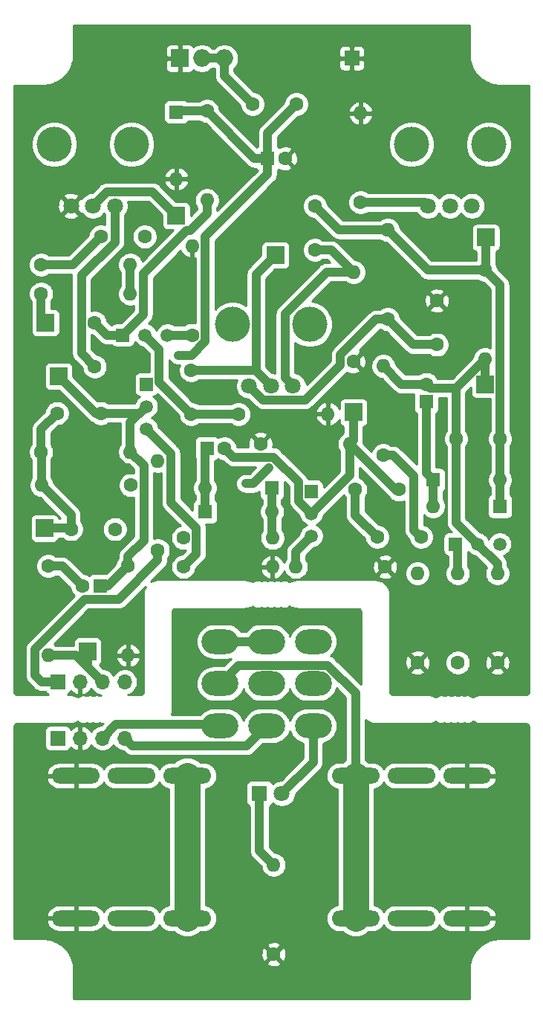
<source format=gbr>
G04 #@! TF.GenerationSoftware,KiCad,Pcbnew,5.1.9*
G04 #@! TF.CreationDate,2021-01-07T13:44:28+01:00*
G04 #@! TF.ProjectId,fuzzpedal,66757a7a-7065-4646-916c-2e6b69636164,rev?*
G04 #@! TF.SameCoordinates,Original*
G04 #@! TF.FileFunction,Copper,L1,Top*
G04 #@! TF.FilePolarity,Positive*
%FSLAX46Y46*%
G04 Gerber Fmt 4.6, Leading zero omitted, Abs format (unit mm)*
G04 Created by KiCad (PCBNEW 5.1.9) date 2021-01-07 13:44:28*
%MOMM*%
%LPD*%
G01*
G04 APERTURE LIST*
G04 #@! TA.AperFunction,ComponentPad*
%ADD10O,5.500000X1.800000*%
G04 #@! TD*
G04 #@! TA.AperFunction,ComponentPad*
%ADD11O,4.200000X2.800000*%
G04 #@! TD*
G04 #@! TA.AperFunction,ComponentPad*
%ADD12O,2.000000X2.000000*%
G04 #@! TD*
G04 #@! TA.AperFunction,ComponentPad*
%ADD13R,2.000000X2.000000*%
G04 #@! TD*
G04 #@! TA.AperFunction,WasherPad*
%ADD14C,4.000000*%
G04 #@! TD*
G04 #@! TA.AperFunction,ComponentPad*
%ADD15C,1.800000*%
G04 #@! TD*
G04 #@! TA.AperFunction,ComponentPad*
%ADD16O,1.600000X1.600000*%
G04 #@! TD*
G04 #@! TA.AperFunction,ComponentPad*
%ADD17C,1.600000*%
G04 #@! TD*
G04 #@! TA.AperFunction,SMDPad,CuDef*
%ADD18R,2.000000X2.000000*%
G04 #@! TD*
G04 #@! TA.AperFunction,ComponentPad*
%ADD19R,1.600000X1.600000*%
G04 #@! TD*
G04 #@! TA.AperFunction,ComponentPad*
%ADD20R,1.800000X1.800000*%
G04 #@! TD*
G04 #@! TA.AperFunction,ComponentPad*
%ADD21R,1.500000X1.500000*%
G04 #@! TD*
G04 #@! TA.AperFunction,ComponentPad*
%ADD22C,1.500000*%
G04 #@! TD*
G04 #@! TA.AperFunction,ComponentPad*
%ADD23R,1.700000X1.700000*%
G04 #@! TD*
G04 #@! TA.AperFunction,ComponentPad*
%ADD24O,1.700000X1.700000*%
G04 #@! TD*
G04 #@! TA.AperFunction,ViaPad*
%ADD25C,0.800000*%
G04 #@! TD*
G04 #@! TA.AperFunction,Conductor*
%ADD26C,1.000000*%
G04 #@! TD*
G04 #@! TA.AperFunction,Conductor*
%ADD27C,3.000000*%
G04 #@! TD*
G04 #@! TA.AperFunction,Conductor*
%ADD28C,0.254000*%
G04 #@! TD*
G04 #@! TA.AperFunction,Conductor*
%ADD29C,0.100000*%
G04 #@! TD*
G04 APERTURE END LIST*
D10*
X131200000Y-150615000D03*
X131200000Y-134385000D03*
X124850000Y-134385000D03*
X137550000Y-134385000D03*
X124850000Y-150615000D03*
X137550000Y-150615000D03*
X163100000Y-134385000D03*
X163100000Y-150615000D03*
X169450000Y-150615000D03*
X156750000Y-150615000D03*
X169450000Y-134385000D03*
X156750000Y-134385000D03*
D11*
X151900000Y-119100000D03*
X151900000Y-128700000D03*
X151900000Y-123900000D03*
X146600000Y-128700000D03*
X141300000Y-123900000D03*
X146600000Y-119100000D03*
X141300000Y-128700000D03*
X141300000Y-119100000D03*
X146600000Y-123900000D03*
D12*
X141780000Y-52700000D03*
X139240000Y-52700000D03*
D13*
X136700000Y-52700000D03*
D14*
X131200000Y-62500000D03*
X122400000Y-62500000D03*
D15*
X129300000Y-69500000D03*
X126800000Y-69500000D03*
X124300000Y-69500000D03*
D14*
X171900000Y-62500000D03*
X163100000Y-62500000D03*
D15*
X170000000Y-69500000D03*
X167500000Y-69500000D03*
X165000000Y-69500000D03*
D16*
X156500000Y-77040000D03*
D17*
X156500000Y-87200000D03*
D18*
X171600000Y-73100000D03*
D17*
X168200000Y-96000000D03*
X173200000Y-96000000D03*
X161700000Y-101800000D03*
X156700000Y-101800000D03*
D16*
X149940000Y-110600000D03*
D17*
X160100000Y-110600000D03*
X127000000Y-82800000D03*
X127000000Y-87800000D03*
X138000000Y-88200000D03*
X138000000Y-93200000D03*
X166000000Y-80300000D03*
X166000000Y-85300000D03*
X152100000Y-69500000D03*
X152100000Y-74500000D03*
X159200000Y-107200000D03*
X164200000Y-107200000D03*
X132700000Y-73000000D03*
X127700000Y-73000000D03*
X124300000Y-106300000D03*
X129300000Y-106300000D03*
X127700000Y-93100000D03*
X122700000Y-93100000D03*
D14*
X151500000Y-83000000D03*
X142700000Y-83000000D03*
D15*
X149600000Y-90000000D03*
X147100000Y-90000000D03*
X144600000Y-90000000D03*
D18*
X136300000Y-70600000D03*
X147600000Y-75100000D03*
X121400000Y-82800000D03*
X121300000Y-106200000D03*
X126200000Y-120200000D03*
D16*
X147400000Y-144540000D03*
D17*
X147400000Y-154700000D03*
D16*
X138100000Y-74040000D03*
D17*
X138100000Y-84200000D03*
D16*
X139800000Y-68860000D03*
D17*
X139800000Y-58700000D03*
D16*
X153560000Y-93200000D03*
D17*
X143400000Y-93200000D03*
D16*
X134200000Y-98540000D03*
D17*
X134200000Y-108700000D03*
D16*
X160400000Y-72240000D03*
D17*
X160400000Y-82400000D03*
D16*
X163800000Y-111340000D03*
D17*
X163800000Y-121500000D03*
D16*
X168400000Y-111340000D03*
D17*
X168400000Y-121500000D03*
D16*
X171500000Y-86960000D03*
D17*
X171500000Y-76800000D03*
D16*
X172900000Y-111340000D03*
D17*
X172900000Y-121500000D03*
D16*
X159900000Y-87740000D03*
D17*
X159900000Y-97900000D03*
D16*
X147260000Y-107300000D03*
D17*
X137100000Y-107300000D03*
D16*
X131060000Y-79500000D03*
D17*
X120900000Y-79500000D03*
D16*
X156060000Y-96600000D03*
D17*
X145900000Y-96600000D03*
D16*
X131060000Y-76200000D03*
D17*
X120900000Y-76200000D03*
D16*
X157300000Y-58940000D03*
D17*
X157300000Y-69100000D03*
D16*
X147260000Y-110600000D03*
D17*
X137100000Y-110600000D03*
D16*
X120940000Y-101300000D03*
D17*
X131100000Y-101300000D03*
D16*
X131060000Y-97500000D03*
D17*
X120900000Y-97500000D03*
D16*
X130800000Y-120660000D03*
D17*
X130800000Y-110500000D03*
D16*
X121700000Y-120660000D03*
D17*
X121700000Y-110500000D03*
D16*
X136300000Y-66420000D03*
D19*
X136300000Y-58800000D03*
D15*
X148340000Y-136400000D03*
D20*
X145800000Y-136400000D03*
D16*
X165580000Y-103700000D03*
D19*
X173200000Y-103700000D03*
D16*
X173200000Y-100700000D03*
D19*
X165580000Y-100700000D03*
D16*
X139580000Y-101600000D03*
D19*
X147200000Y-101600000D03*
D16*
X147220000Y-104300000D03*
D19*
X139600000Y-104300000D03*
D17*
X164800000Y-89800000D03*
D19*
X164800000Y-91800000D03*
D17*
X141800000Y-97100000D03*
D19*
X139800000Y-97100000D03*
D17*
X125600000Y-112800000D03*
D19*
X127600000Y-112800000D03*
X146700000Y-64100000D03*
D17*
X148700000Y-64100000D03*
X145000000Y-57900000D03*
X150000000Y-57900000D03*
D21*
X132900000Y-89800000D03*
D22*
X132900000Y-94880000D03*
X132900000Y-92340000D03*
X151700000Y-104540000D03*
X151700000Y-107080000D03*
D21*
X151700000Y-102000000D03*
X168100000Y-108000000D03*
D22*
X173180000Y-108000000D03*
X170640000Y-108000000D03*
X132740000Y-84200000D03*
X135280000Y-84200000D03*
D21*
X130200000Y-84200000D03*
D18*
X122900000Y-88900000D03*
X156500000Y-93000000D03*
X171500000Y-89800000D03*
D23*
X156300000Y-52700000D03*
X122800000Y-130100000D03*
D24*
X125340000Y-130100000D03*
X127880000Y-130100000D03*
X130420000Y-130100000D03*
X130420000Y-123700000D03*
X127880000Y-123700000D03*
X125340000Y-123700000D03*
D23*
X122800000Y-123700000D03*
D25*
X132100000Y-69500000D03*
X128700000Y-76500000D03*
X144100000Y-106100000D03*
X144100000Y-104800000D03*
X144100000Y-103500000D03*
X137600000Y-101400000D03*
X137600000Y-100100000D03*
X137600000Y-98700000D03*
X138000000Y-90500000D03*
X141300000Y-79500000D03*
X137900000Y-126000000D03*
X144100000Y-126000000D03*
X137900000Y-121200000D03*
X137900000Y-116600000D03*
X144000000Y-116300000D03*
X149400000Y-116400000D03*
X155400000Y-116600000D03*
X155800000Y-121500000D03*
X133900000Y-82800000D03*
X150200000Y-94200000D03*
X150200000Y-95500000D03*
X153600000Y-98300000D03*
X153600000Y-99500000D03*
X126600000Y-94700000D03*
X126600000Y-96800000D03*
X126600000Y-98800000D03*
X126600000Y-100800000D03*
X126600000Y-103000000D03*
X126600000Y-105800000D03*
X144200000Y-101100000D03*
X146900000Y-99300000D03*
X136500000Y-86500000D03*
D26*
X123300000Y-110500000D02*
X125600000Y-112800000D01*
X121700000Y-110500000D02*
X123300000Y-110500000D01*
X132140000Y-93100000D02*
X132900000Y-92340000D01*
X127700000Y-93100000D02*
X132140000Y-93100000D01*
X127100000Y-93100000D02*
X122900000Y-88900000D01*
X127700000Y-93100000D02*
X127100000Y-93100000D01*
X131060000Y-94180000D02*
X131060000Y-97500000D01*
X132900000Y-92340000D02*
X131060000Y-94180000D01*
X128500000Y-112800000D02*
X130800000Y-110500000D01*
X127600000Y-112800000D02*
X128500000Y-112800000D01*
X132600001Y-99040001D02*
X131060000Y-97500000D01*
X130800000Y-109368630D02*
X132600001Y-107568629D01*
X132600001Y-107568629D02*
X132600001Y-99040001D01*
X130800000Y-110500000D02*
X130800000Y-109368630D01*
X124300000Y-104660000D02*
X120940000Y-101300000D01*
X124300000Y-106300000D02*
X124300000Y-104660000D01*
X124200000Y-106200000D02*
X124300000Y-106300000D01*
X121300000Y-106200000D02*
X124200000Y-106200000D01*
X120940000Y-97540000D02*
X120900000Y-97500000D01*
X120940000Y-101300000D02*
X120940000Y-97540000D01*
X120900000Y-94900000D02*
X122700000Y-93100000D01*
X120900000Y-97500000D02*
X120900000Y-94900000D01*
X144200000Y-101100000D02*
X145100000Y-101100000D01*
X145100000Y-101100000D02*
X146900000Y-99300000D01*
X124500000Y-76200000D02*
X127700000Y-73000000D01*
X120900000Y-76200000D02*
X124500000Y-76200000D01*
X161260000Y-101800000D02*
X156060000Y-96600000D01*
X161700000Y-101800000D02*
X161260000Y-101800000D01*
X156500000Y-96160000D02*
X156060000Y-96600000D01*
X156500000Y-93000000D02*
X156500000Y-96160000D01*
X156060000Y-100180000D02*
X156060000Y-96600000D01*
X151700000Y-104540000D02*
X156060000Y-100180000D01*
X131060000Y-76200000D02*
X131060000Y-79500000D01*
X150249999Y-100952929D02*
X150249999Y-103089999D01*
X147397061Y-98099991D02*
X150249999Y-100952929D01*
X150249999Y-103089999D02*
X151700000Y-104540000D01*
X146402939Y-98099991D02*
X147397061Y-98099991D01*
X146402929Y-98100001D02*
X146402939Y-98099991D01*
X142800001Y-98100001D02*
X146402929Y-98100001D01*
X141800000Y-97100000D02*
X142800001Y-98100001D01*
X139600000Y-101620000D02*
X139580000Y-101600000D01*
X139600000Y-104300000D02*
X139600000Y-101620000D01*
X139580000Y-97320000D02*
X139800000Y-97100000D01*
X139580000Y-101600000D02*
X139580000Y-97320000D01*
X156700000Y-104700000D02*
X159200000Y-107200000D01*
X156700000Y-101800000D02*
X156700000Y-104700000D01*
X147200000Y-104280000D02*
X147220000Y-104300000D01*
X147200000Y-101600000D02*
X147200000Y-104280000D01*
X147220000Y-107260000D02*
X147260000Y-107300000D01*
X147220000Y-104300000D02*
X147220000Y-107260000D01*
X120900000Y-82300000D02*
X121400000Y-82800000D01*
X120900000Y-79500000D02*
X120900000Y-82300000D01*
X161031370Y-97900000D02*
X159900000Y-97900000D01*
X163400001Y-100268631D02*
X161031370Y-97900000D01*
X163400001Y-106400001D02*
X163400001Y-100268631D01*
X164200000Y-107200000D02*
X163400001Y-106400001D01*
X172900000Y-110260000D02*
X170640000Y-108000000D01*
X172900000Y-111340000D02*
X172900000Y-110260000D01*
X168200000Y-105560000D02*
X170640000Y-108000000D01*
X168200000Y-96000000D02*
X168200000Y-105560000D01*
X168200000Y-90260000D02*
X171500000Y-86960000D01*
X168200000Y-96000000D02*
X168200000Y-90260000D01*
X171500000Y-89800000D02*
X171500000Y-86960000D01*
X165260000Y-90260000D02*
X164800000Y-89800000D01*
X168200000Y-90260000D02*
X165260000Y-90260000D01*
X161960000Y-89800000D02*
X159900000Y-87740000D01*
X164800000Y-89800000D02*
X161960000Y-89800000D01*
X165580000Y-103700000D02*
X165580000Y-100700000D01*
X164800000Y-99920000D02*
X165580000Y-100700000D01*
X164800000Y-91800000D02*
X164800000Y-99920000D01*
X168400000Y-108300000D02*
X168100000Y-108000000D01*
X168400000Y-111340000D02*
X168400000Y-108300000D01*
X173200000Y-103700000D02*
X173200000Y-100700000D01*
X173200000Y-100700000D02*
X173200000Y-96000000D01*
X164960000Y-76800000D02*
X160400000Y-72240000D01*
X171500000Y-76800000D02*
X164960000Y-76800000D01*
X171600000Y-76700000D02*
X171500000Y-76800000D01*
X171600000Y-73100000D02*
X171600000Y-76700000D01*
X154840000Y-72240000D02*
X152100000Y-69500000D01*
X160400000Y-72240000D02*
X154840000Y-72240000D01*
X173200000Y-78500000D02*
X171500000Y-76800000D01*
X173200000Y-96000000D02*
X173200000Y-78500000D01*
X153960000Y-74500000D02*
X156500000Y-77040000D01*
X152100000Y-74500000D02*
X153960000Y-74500000D01*
X153463998Y-77040000D02*
X156500000Y-77040000D01*
X148700001Y-81803997D02*
X153463998Y-77040000D01*
X148700001Y-89100001D02*
X148700001Y-81803997D01*
X149600000Y-90000000D02*
X148700001Y-89100001D01*
X163300000Y-85300000D02*
X160400000Y-82400000D01*
X166000000Y-85300000D02*
X163300000Y-85300000D01*
X159079998Y-82400000D02*
X160400000Y-82400000D01*
X150999999Y-91600001D02*
X154999999Y-87600001D01*
X146200001Y-91600001D02*
X150999999Y-91600001D01*
X154999999Y-86479999D02*
X159079998Y-82400000D01*
X154999999Y-87600001D02*
X154999999Y-86479999D01*
X144600000Y-90000000D02*
X146200001Y-91600001D01*
X145300000Y-88200000D02*
X147100000Y-90000000D01*
X138000000Y-88200000D02*
X145300000Y-88200000D01*
X145400001Y-77299999D02*
X147600000Y-75100000D01*
X145400001Y-88099999D02*
X145400001Y-77299999D01*
X145300000Y-88200000D02*
X145400001Y-88099999D01*
X134350001Y-89550001D02*
X138000000Y-93200000D01*
X134350001Y-85810001D02*
X134350001Y-89550001D01*
X132740000Y-84200000D02*
X134350001Y-85810001D01*
X138000000Y-93200000D02*
X143400000Y-93200000D01*
X128400000Y-84200000D02*
X127000000Y-82800000D01*
X130200000Y-84200000D02*
X128400000Y-84200000D01*
X137860001Y-72300001D02*
X139800000Y-70360002D01*
X137499999Y-72300001D02*
X137860001Y-72300001D01*
X132560001Y-77239999D02*
X137499999Y-72300001D01*
X132560001Y-81839999D02*
X132560001Y-77239999D01*
X139800000Y-70360002D02*
X139800000Y-68860000D01*
X130200000Y-84200000D02*
X132560001Y-81839999D01*
X129300000Y-73620002D02*
X129300000Y-69500000D01*
X125499999Y-77420003D02*
X129300000Y-73620002D01*
X125499999Y-86299999D02*
X125499999Y-77420003D01*
X127000000Y-87800000D02*
X125499999Y-86299999D01*
X146700000Y-61200000D02*
X150000000Y-57900000D01*
X146700000Y-64100000D02*
X146700000Y-61200000D01*
X145200000Y-64100000D02*
X139800000Y-58700000D01*
X146700000Y-64100000D02*
X145200000Y-64100000D01*
X136400000Y-58700000D02*
X136300000Y-58800000D01*
X139800000Y-58700000D02*
X136400000Y-58700000D01*
X134200000Y-109831370D02*
X134200000Y-108700000D01*
X129731369Y-114300001D02*
X134200000Y-109831370D01*
X125839997Y-114300001D02*
X129731369Y-114300001D01*
X120199999Y-119939999D02*
X125839997Y-114300001D01*
X120199999Y-122949999D02*
X120199999Y-119939999D01*
X120950000Y-123700000D02*
X120199999Y-122949999D01*
X122800000Y-123700000D02*
X120950000Y-123700000D01*
X139600001Y-84920001D02*
X138020002Y-86500000D01*
X139600001Y-72999999D02*
X139600001Y-84920001D01*
X146700000Y-65900000D02*
X139600001Y-72999999D01*
X146700000Y-64100000D02*
X146700000Y-65900000D01*
X138020002Y-86500000D02*
X136500000Y-86500000D01*
X145800000Y-142940000D02*
X147400000Y-144540000D01*
X145800000Y-136400000D02*
X145800000Y-142940000D01*
X135700001Y-97680001D02*
X132900000Y-94880000D01*
X135700001Y-103260003D02*
X135700001Y-97680001D01*
X138600001Y-106160003D02*
X135700001Y-103260003D01*
X138600001Y-109099999D02*
X138600001Y-106160003D01*
X137100000Y-110600000D02*
X138600001Y-109099999D01*
X149940000Y-108840000D02*
X151700000Y-107080000D01*
X149940000Y-110600000D02*
X149940000Y-108840000D01*
X135280000Y-84200000D02*
X138100000Y-84200000D01*
X124840000Y-120660000D02*
X127880000Y-123700000D01*
X121700000Y-120660000D02*
X124840000Y-120660000D01*
X126200000Y-122020000D02*
X127880000Y-123700000D01*
X126200000Y-120200000D02*
X126200000Y-122020000D01*
X141300000Y-128400000D02*
X141151921Y-128548079D01*
X141149999Y-128549999D02*
X141300000Y-128700000D01*
X129430001Y-128549999D02*
X141149999Y-128549999D01*
X127880000Y-130100000D02*
X129430001Y-128549999D01*
X164600000Y-69100000D02*
X165000000Y-69500000D01*
X157300000Y-69100000D02*
X164600000Y-69100000D01*
X133599999Y-67899999D02*
X136300000Y-70600000D01*
X128400001Y-67899999D02*
X133599999Y-67899999D01*
X126800000Y-69500000D02*
X128400001Y-67899999D01*
X144350001Y-130949999D02*
X146600000Y-128700000D01*
X131269999Y-130949999D02*
X144350001Y-130949999D01*
X130420000Y-130100000D02*
X131269999Y-130949999D01*
D27*
X156750000Y-150615000D02*
X156750000Y-134385000D01*
D26*
X156750000Y-124962981D02*
X156750000Y-134385000D01*
X153587009Y-121799990D02*
X156750000Y-124962981D01*
X143400010Y-121799990D02*
X153587009Y-121799990D01*
X141300000Y-123900000D02*
X143400010Y-121799990D01*
X141300000Y-119100000D02*
X146600000Y-119100000D01*
D27*
X137550000Y-150615000D02*
X137550000Y-134385000D01*
D26*
X151900000Y-128700000D02*
X151900000Y-132540000D01*
X151900000Y-132840000D02*
X151900000Y-132540000D01*
X148340000Y-136400000D02*
X151900000Y-132840000D01*
X139240000Y-52700000D02*
X141780000Y-52700000D01*
X141780000Y-54680000D02*
X145000000Y-57900000D01*
X141780000Y-52700000D02*
X141780000Y-54680000D01*
D28*
X149228651Y-115111284D02*
X149236757Y-115115667D01*
X149409080Y-115207292D01*
X149464392Y-115230090D01*
X149519366Y-115253652D01*
X149528169Y-115256377D01*
X149715006Y-115312786D01*
X149773686Y-115324405D01*
X149832196Y-115336842D01*
X149841361Y-115337805D01*
X150035594Y-115356850D01*
X150035598Y-115356850D01*
X150067581Y-115360000D01*
X156967721Y-115360000D01*
X157065424Y-115369580D01*
X157128356Y-115388580D01*
X157186405Y-115419445D01*
X157237343Y-115460989D01*
X157279248Y-115511644D01*
X157310515Y-115569471D01*
X157329956Y-115632272D01*
X157340000Y-115727835D01*
X157340001Y-123367581D01*
X157340001Y-123947850D01*
X154429005Y-121036855D01*
X154393458Y-120993541D01*
X154220632Y-120851706D01*
X154023456Y-120746314D01*
X153861582Y-120697210D01*
X154045924Y-120545924D01*
X154300227Y-120236056D01*
X154489191Y-119882529D01*
X154605555Y-119498930D01*
X154644846Y-119100000D01*
X154605555Y-118701070D01*
X154489191Y-118317471D01*
X154300227Y-117963944D01*
X154045924Y-117654076D01*
X153736056Y-117399773D01*
X153382529Y-117210809D01*
X152998930Y-117094445D01*
X152699969Y-117065000D01*
X151100031Y-117065000D01*
X150801070Y-117094445D01*
X150417471Y-117210809D01*
X150063944Y-117399773D01*
X149754076Y-117654076D01*
X149499773Y-117963944D01*
X149310809Y-118317471D01*
X149250000Y-118517931D01*
X149189191Y-118317471D01*
X149000227Y-117963944D01*
X148745924Y-117654076D01*
X148436056Y-117399773D01*
X148082529Y-117210809D01*
X147698930Y-117094445D01*
X147399969Y-117065000D01*
X145800031Y-117065000D01*
X145501070Y-117094445D01*
X145117471Y-117210809D01*
X144763944Y-117399773D01*
X144454076Y-117654076D01*
X144199773Y-117963944D01*
X144199209Y-117965000D01*
X143700791Y-117965000D01*
X143700227Y-117963944D01*
X143445924Y-117654076D01*
X143136056Y-117399773D01*
X142782529Y-117210809D01*
X142398930Y-117094445D01*
X142099969Y-117065000D01*
X140500031Y-117065000D01*
X140201070Y-117094445D01*
X139817471Y-117210809D01*
X139463944Y-117399773D01*
X139154076Y-117654076D01*
X138899773Y-117963944D01*
X138710809Y-118317471D01*
X138594445Y-118701070D01*
X138555154Y-119100000D01*
X138594445Y-119498930D01*
X138710809Y-119882529D01*
X138899773Y-120236056D01*
X139154076Y-120545924D01*
X139463944Y-120800227D01*
X139817471Y-120989191D01*
X140201070Y-121105555D01*
X140500031Y-121135000D01*
X142099969Y-121135000D01*
X142398930Y-121105555D01*
X142528668Y-121066199D01*
X141729868Y-121865000D01*
X140500031Y-121865000D01*
X140201070Y-121894445D01*
X139817471Y-122010809D01*
X139463944Y-122199773D01*
X139154076Y-122454076D01*
X138899773Y-122763944D01*
X138710809Y-123117471D01*
X138594445Y-123501070D01*
X138555154Y-123900000D01*
X138594445Y-124298930D01*
X138710809Y-124682529D01*
X138899773Y-125036056D01*
X139154076Y-125345924D01*
X139463944Y-125600227D01*
X139817471Y-125789191D01*
X140201070Y-125905555D01*
X140500031Y-125935000D01*
X142099969Y-125935000D01*
X142398930Y-125905555D01*
X142782529Y-125789191D01*
X143136056Y-125600227D01*
X143445924Y-125345924D01*
X143700227Y-125036056D01*
X143889191Y-124682529D01*
X143950000Y-124482069D01*
X144010809Y-124682529D01*
X144199773Y-125036056D01*
X144454076Y-125345924D01*
X144763944Y-125600227D01*
X145117471Y-125789191D01*
X145501070Y-125905555D01*
X145800031Y-125935000D01*
X147399969Y-125935000D01*
X147698930Y-125905555D01*
X148082529Y-125789191D01*
X148436056Y-125600227D01*
X148745924Y-125345924D01*
X149000227Y-125036056D01*
X149189191Y-124682529D01*
X149250000Y-124482069D01*
X149310809Y-124682529D01*
X149499773Y-125036056D01*
X149754076Y-125345924D01*
X150063944Y-125600227D01*
X150417471Y-125789191D01*
X150801070Y-125905555D01*
X151100031Y-125935000D01*
X152699969Y-125935000D01*
X152998930Y-125905555D01*
X153382529Y-125789191D01*
X153736056Y-125600227D01*
X154045924Y-125345924D01*
X154300227Y-125036056D01*
X154489191Y-124682529D01*
X154576523Y-124394635D01*
X155615000Y-125433113D01*
X155615001Y-132570820D01*
X155558120Y-132601223D01*
X155254985Y-132850000D01*
X154824592Y-132850000D01*
X154599087Y-132872210D01*
X154309739Y-132959983D01*
X154043073Y-133102519D01*
X153809339Y-133294339D01*
X153617519Y-133528073D01*
X153474983Y-133794739D01*
X153387210Y-134084087D01*
X153357573Y-134385000D01*
X153387210Y-134685913D01*
X153474983Y-134975261D01*
X153617519Y-135241927D01*
X153809339Y-135475661D01*
X154043073Y-135667481D01*
X154309739Y-135810017D01*
X154599087Y-135897790D01*
X154615001Y-135899357D01*
X154615000Y-149100643D01*
X154599087Y-149102210D01*
X154309739Y-149189983D01*
X154043073Y-149332519D01*
X153809339Y-149524339D01*
X153617519Y-149758073D01*
X153474983Y-150024739D01*
X153387210Y-150314087D01*
X153357573Y-150615000D01*
X153387210Y-150915913D01*
X153474983Y-151205261D01*
X153617519Y-151471927D01*
X153809339Y-151705661D01*
X154043073Y-151897481D01*
X154309739Y-152040017D01*
X154599087Y-152127790D01*
X154824592Y-152150000D01*
X155254984Y-152150000D01*
X155558119Y-152398777D01*
X155929018Y-152597026D01*
X156331467Y-152719108D01*
X156750000Y-152760330D01*
X157168532Y-152719108D01*
X157570981Y-152597026D01*
X157941881Y-152398777D01*
X158245016Y-152150000D01*
X158675408Y-152150000D01*
X158900913Y-152127790D01*
X159190261Y-152040017D01*
X159456927Y-151897481D01*
X159690661Y-151705661D01*
X159882481Y-151471927D01*
X159925000Y-151392380D01*
X159967519Y-151471927D01*
X160159339Y-151705661D01*
X160393073Y-151897481D01*
X160659739Y-152040017D01*
X160949087Y-152127790D01*
X161174592Y-152150000D01*
X165025408Y-152150000D01*
X165250913Y-152127790D01*
X165540261Y-152040017D01*
X165806927Y-151897481D01*
X166040661Y-151705661D01*
X166232481Y-151471927D01*
X166274560Y-151393204D01*
X166424790Y-151610606D01*
X166641604Y-151820748D01*
X166895249Y-151984554D01*
X167175977Y-152095729D01*
X167473000Y-152150000D01*
X169323000Y-152150000D01*
X169323000Y-150742000D01*
X169577000Y-150742000D01*
X169577000Y-152150000D01*
X171427000Y-152150000D01*
X171724023Y-152095729D01*
X172004751Y-151984554D01*
X172258396Y-151820748D01*
X172475210Y-151610606D01*
X172646862Y-151362204D01*
X172766755Y-151085087D01*
X172791036Y-150979740D01*
X172670378Y-150742000D01*
X169577000Y-150742000D01*
X169323000Y-150742000D01*
X169303000Y-150742000D01*
X169303000Y-150488000D01*
X169323000Y-150488000D01*
X169323000Y-149080000D01*
X169577000Y-149080000D01*
X169577000Y-150488000D01*
X172670378Y-150488000D01*
X172791036Y-150250260D01*
X172766755Y-150144913D01*
X172646862Y-149867796D01*
X172475210Y-149619394D01*
X172258396Y-149409252D01*
X172004751Y-149245446D01*
X171724023Y-149134271D01*
X171427000Y-149080000D01*
X169577000Y-149080000D01*
X169323000Y-149080000D01*
X167473000Y-149080000D01*
X167175977Y-149134271D01*
X166895249Y-149245446D01*
X166641604Y-149409252D01*
X166424790Y-149619394D01*
X166274560Y-149836796D01*
X166232481Y-149758073D01*
X166040661Y-149524339D01*
X165806927Y-149332519D01*
X165540261Y-149189983D01*
X165250913Y-149102210D01*
X165025408Y-149080000D01*
X161174592Y-149080000D01*
X160949087Y-149102210D01*
X160659739Y-149189983D01*
X160393073Y-149332519D01*
X160159339Y-149524339D01*
X159967519Y-149758073D01*
X159925000Y-149837620D01*
X159882481Y-149758073D01*
X159690661Y-149524339D01*
X159456927Y-149332519D01*
X159190261Y-149189983D01*
X158900913Y-149102210D01*
X158885000Y-149100643D01*
X158885000Y-135899357D01*
X158900913Y-135897790D01*
X159190261Y-135810017D01*
X159456927Y-135667481D01*
X159690661Y-135475661D01*
X159882481Y-135241927D01*
X159925000Y-135162380D01*
X159967519Y-135241927D01*
X160159339Y-135475661D01*
X160393073Y-135667481D01*
X160659739Y-135810017D01*
X160949087Y-135897790D01*
X161174592Y-135920000D01*
X165025408Y-135920000D01*
X165250913Y-135897790D01*
X165540261Y-135810017D01*
X165806927Y-135667481D01*
X166040661Y-135475661D01*
X166232481Y-135241927D01*
X166274560Y-135163204D01*
X166424790Y-135380606D01*
X166641604Y-135590748D01*
X166895249Y-135754554D01*
X167175977Y-135865729D01*
X167473000Y-135920000D01*
X169323000Y-135920000D01*
X169323000Y-134512000D01*
X169577000Y-134512000D01*
X169577000Y-135920000D01*
X171427000Y-135920000D01*
X171724023Y-135865729D01*
X172004751Y-135754554D01*
X172258396Y-135590748D01*
X172475210Y-135380606D01*
X172646862Y-135132204D01*
X172766755Y-134855087D01*
X172791036Y-134749740D01*
X172670378Y-134512000D01*
X169577000Y-134512000D01*
X169323000Y-134512000D01*
X169303000Y-134512000D01*
X169303000Y-134258000D01*
X169323000Y-134258000D01*
X169323000Y-132850000D01*
X169577000Y-132850000D01*
X169577000Y-134258000D01*
X172670378Y-134258000D01*
X172791036Y-134020260D01*
X172766755Y-133914913D01*
X172646862Y-133637796D01*
X172475210Y-133389394D01*
X172258396Y-133179252D01*
X172004751Y-133015446D01*
X171724023Y-132904271D01*
X171427000Y-132850000D01*
X169577000Y-132850000D01*
X169323000Y-132850000D01*
X167473000Y-132850000D01*
X167175977Y-132904271D01*
X166895249Y-133015446D01*
X166641604Y-133179252D01*
X166424790Y-133389394D01*
X166274560Y-133606796D01*
X166232481Y-133528073D01*
X166040661Y-133294339D01*
X165806927Y-133102519D01*
X165540261Y-132959983D01*
X165250913Y-132872210D01*
X165025408Y-132850000D01*
X161174592Y-132850000D01*
X160949087Y-132872210D01*
X160659739Y-132959983D01*
X160393073Y-133102519D01*
X160159339Y-133294339D01*
X159967519Y-133528073D01*
X159925000Y-133607620D01*
X159882481Y-133528073D01*
X159690661Y-133294339D01*
X159456927Y-133102519D01*
X159190261Y-132959983D01*
X158900913Y-132872210D01*
X158675408Y-132850000D01*
X158245016Y-132850000D01*
X157941881Y-132601223D01*
X157885000Y-132570820D01*
X157885000Y-128026558D01*
X158029469Y-128144384D01*
X158079277Y-128177477D01*
X158128651Y-128211284D01*
X158136757Y-128215667D01*
X158309080Y-128307292D01*
X158364392Y-128330090D01*
X158419366Y-128353652D01*
X158428169Y-128356377D01*
X158615006Y-128412786D01*
X158673686Y-128424405D01*
X158732196Y-128436842D01*
X158741361Y-128437805D01*
X158935594Y-128456850D01*
X158935598Y-128456850D01*
X158967581Y-128460000D01*
X165032419Y-128460000D01*
X165065387Y-128456753D01*
X165078367Y-128456753D01*
X165087532Y-128455790D01*
X165281481Y-128434035D01*
X165339966Y-128421603D01*
X165398676Y-128409978D01*
X165407479Y-128407253D01*
X165593509Y-128348240D01*
X165648519Y-128324662D01*
X165703794Y-128301880D01*
X165711900Y-128297497D01*
X165882925Y-128203475D01*
X165894186Y-128195765D01*
X165935845Y-128237424D01*
X166080795Y-128334277D01*
X166241855Y-128400990D01*
X166412835Y-128435000D01*
X166587165Y-128435000D01*
X166758145Y-128400990D01*
X166875000Y-128352587D01*
X166991855Y-128400990D01*
X167162835Y-128435000D01*
X167337165Y-128435000D01*
X167508145Y-128400990D01*
X167625000Y-128352587D01*
X167741855Y-128400990D01*
X167912835Y-128435000D01*
X168087165Y-128435000D01*
X168258145Y-128400990D01*
X168375000Y-128352587D01*
X168491855Y-128400990D01*
X168662835Y-128435000D01*
X168837165Y-128435000D01*
X169008145Y-128400990D01*
X169125000Y-128352587D01*
X169241855Y-128400990D01*
X169412835Y-128435000D01*
X169587165Y-128435000D01*
X169758145Y-128400990D01*
X169919205Y-128334277D01*
X170064155Y-128237424D01*
X170105884Y-128195695D01*
X170128651Y-128211284D01*
X170136757Y-128215667D01*
X170309080Y-128307292D01*
X170364392Y-128330090D01*
X170419366Y-128353652D01*
X170428169Y-128356377D01*
X170615006Y-128412786D01*
X170673686Y-128424405D01*
X170732196Y-128436842D01*
X170741361Y-128437805D01*
X170935594Y-128456850D01*
X170935598Y-128456850D01*
X170967581Y-128460000D01*
X176117721Y-128460000D01*
X176215424Y-128469580D01*
X176278356Y-128488580D01*
X176336405Y-128519445D01*
X176387343Y-128560989D01*
X176429248Y-128611644D01*
X176460515Y-128669471D01*
X176479956Y-128732272D01*
X176490001Y-128827845D01*
X176490000Y-152940000D01*
X173117581Y-152940000D01*
X173088077Y-152942906D01*
X173070635Y-152942784D01*
X173061464Y-152943684D01*
X172517993Y-153000805D01*
X172459430Y-153012826D01*
X172400637Y-153024041D01*
X172391815Y-153026705D01*
X171869789Y-153188299D01*
X171814638Y-153211483D01*
X171759180Y-153233889D01*
X171751043Y-153238215D01*
X171270347Y-153498127D01*
X171220756Y-153531577D01*
X171170702Y-153564331D01*
X171163560Y-153570156D01*
X170742503Y-153918485D01*
X170700362Y-153960922D01*
X170657612Y-154002785D01*
X170651738Y-154009886D01*
X170306357Y-154433365D01*
X170273232Y-154483223D01*
X170239459Y-154532546D01*
X170235076Y-154540652D01*
X169978526Y-155023151D01*
X169955731Y-155078457D01*
X169932165Y-155133440D01*
X169929440Y-155142243D01*
X169771495Y-155665384D01*
X169759876Y-155724064D01*
X169747439Y-155782574D01*
X169746476Y-155791739D01*
X169693150Y-156335595D01*
X169693150Y-156335608D01*
X169690001Y-156367581D01*
X169690000Y-159740000D01*
X124610000Y-159740000D01*
X124610000Y-156367581D01*
X124607094Y-156338077D01*
X124607216Y-156320635D01*
X124606316Y-156311464D01*
X124549195Y-155767993D01*
X124537174Y-155709430D01*
X124533984Y-155692702D01*
X146586903Y-155692702D01*
X146658486Y-155936671D01*
X146913996Y-156057571D01*
X147188184Y-156126300D01*
X147470512Y-156140217D01*
X147750130Y-156098787D01*
X148016292Y-156003603D01*
X148141514Y-155936671D01*
X148213097Y-155692702D01*
X147400000Y-154879605D01*
X146586903Y-155692702D01*
X124533984Y-155692702D01*
X124525959Y-155650637D01*
X124523295Y-155641815D01*
X124361701Y-155119789D01*
X124338517Y-155064638D01*
X124316111Y-155009180D01*
X124311785Y-155001043D01*
X124187138Y-154770512D01*
X145959783Y-154770512D01*
X146001213Y-155050130D01*
X146096397Y-155316292D01*
X146163329Y-155441514D01*
X146407298Y-155513097D01*
X147220395Y-154700000D01*
X147579605Y-154700000D01*
X148392702Y-155513097D01*
X148636671Y-155441514D01*
X148757571Y-155186004D01*
X148826300Y-154911816D01*
X148840217Y-154629488D01*
X148798787Y-154349870D01*
X148703603Y-154083708D01*
X148636671Y-153958486D01*
X148392702Y-153886903D01*
X147579605Y-154700000D01*
X147220395Y-154700000D01*
X146407298Y-153886903D01*
X146163329Y-153958486D01*
X146042429Y-154213996D01*
X145973700Y-154488184D01*
X145959783Y-154770512D01*
X124187138Y-154770512D01*
X124051873Y-154520347D01*
X124018423Y-154470756D01*
X123985669Y-154420702D01*
X123979844Y-154413560D01*
X123631515Y-153992503D01*
X123589078Y-153950362D01*
X123547215Y-153907612D01*
X123540114Y-153901738D01*
X123301707Y-153707298D01*
X146586903Y-153707298D01*
X147400000Y-154520395D01*
X148213097Y-153707298D01*
X148141514Y-153463329D01*
X147886004Y-153342429D01*
X147611816Y-153273700D01*
X147329488Y-153259783D01*
X147049870Y-153301213D01*
X146783708Y-153396397D01*
X146658486Y-153463329D01*
X146586903Y-153707298D01*
X123301707Y-153707298D01*
X123116635Y-153556357D01*
X123066777Y-153523232D01*
X123017454Y-153489459D01*
X123009348Y-153485076D01*
X122526849Y-153228526D01*
X122471543Y-153205731D01*
X122416560Y-153182165D01*
X122407757Y-153179440D01*
X121884616Y-153021495D01*
X121825936Y-153009876D01*
X121767426Y-152997439D01*
X121758261Y-152996476D01*
X121214405Y-152943150D01*
X121214402Y-152943150D01*
X121182419Y-152940000D01*
X117810000Y-152940000D01*
X117810000Y-150979740D01*
X121508964Y-150979740D01*
X121533245Y-151085087D01*
X121653138Y-151362204D01*
X121824790Y-151610606D01*
X122041604Y-151820748D01*
X122295249Y-151984554D01*
X122575977Y-152095729D01*
X122873000Y-152150000D01*
X124723000Y-152150000D01*
X124723000Y-150742000D01*
X121629622Y-150742000D01*
X121508964Y-150979740D01*
X117810000Y-150979740D01*
X117810000Y-150250260D01*
X121508964Y-150250260D01*
X121629622Y-150488000D01*
X124723000Y-150488000D01*
X124723000Y-149080000D01*
X122873000Y-149080000D01*
X122575977Y-149134271D01*
X122295249Y-149245446D01*
X122041604Y-149409252D01*
X121824790Y-149619394D01*
X121653138Y-149867796D01*
X121533245Y-150144913D01*
X121508964Y-150250260D01*
X117810000Y-150250260D01*
X117810000Y-134749740D01*
X121508964Y-134749740D01*
X121533245Y-134855087D01*
X121653138Y-135132204D01*
X121824790Y-135380606D01*
X122041604Y-135590748D01*
X122295249Y-135754554D01*
X122575977Y-135865729D01*
X122873000Y-135920000D01*
X124723000Y-135920000D01*
X124723000Y-134512000D01*
X121629622Y-134512000D01*
X121508964Y-134749740D01*
X117810000Y-134749740D01*
X117810000Y-134020260D01*
X121508964Y-134020260D01*
X121629622Y-134258000D01*
X124723000Y-134258000D01*
X124723000Y-132850000D01*
X124977000Y-132850000D01*
X124977000Y-134258000D01*
X124997000Y-134258000D01*
X124997000Y-134512000D01*
X124977000Y-134512000D01*
X124977000Y-135920000D01*
X126827000Y-135920000D01*
X127124023Y-135865729D01*
X127404751Y-135754554D01*
X127658396Y-135590748D01*
X127875210Y-135380606D01*
X128025440Y-135163204D01*
X128067519Y-135241927D01*
X128259339Y-135475661D01*
X128493073Y-135667481D01*
X128759739Y-135810017D01*
X129049087Y-135897790D01*
X129274592Y-135920000D01*
X133125408Y-135920000D01*
X133350913Y-135897790D01*
X133640261Y-135810017D01*
X133906927Y-135667481D01*
X134140661Y-135475661D01*
X134332481Y-135241927D01*
X134375000Y-135162380D01*
X134417519Y-135241927D01*
X134609339Y-135475661D01*
X134843073Y-135667481D01*
X135109739Y-135810017D01*
X135399087Y-135897790D01*
X135415001Y-135899357D01*
X135415000Y-149100643D01*
X135399087Y-149102210D01*
X135109739Y-149189983D01*
X134843073Y-149332519D01*
X134609339Y-149524339D01*
X134417519Y-149758073D01*
X134375000Y-149837620D01*
X134332481Y-149758073D01*
X134140661Y-149524339D01*
X133906927Y-149332519D01*
X133640261Y-149189983D01*
X133350913Y-149102210D01*
X133125408Y-149080000D01*
X129274592Y-149080000D01*
X129049087Y-149102210D01*
X128759739Y-149189983D01*
X128493073Y-149332519D01*
X128259339Y-149524339D01*
X128067519Y-149758073D01*
X128025440Y-149836796D01*
X127875210Y-149619394D01*
X127658396Y-149409252D01*
X127404751Y-149245446D01*
X127124023Y-149134271D01*
X126827000Y-149080000D01*
X124977000Y-149080000D01*
X124977000Y-150488000D01*
X124997000Y-150488000D01*
X124997000Y-150742000D01*
X124977000Y-150742000D01*
X124977000Y-152150000D01*
X126827000Y-152150000D01*
X127124023Y-152095729D01*
X127404751Y-151984554D01*
X127658396Y-151820748D01*
X127875210Y-151610606D01*
X128025440Y-151393204D01*
X128067519Y-151471927D01*
X128259339Y-151705661D01*
X128493073Y-151897481D01*
X128759739Y-152040017D01*
X129049087Y-152127790D01*
X129274592Y-152150000D01*
X133125408Y-152150000D01*
X133350913Y-152127790D01*
X133640261Y-152040017D01*
X133906927Y-151897481D01*
X134140661Y-151705661D01*
X134332481Y-151471927D01*
X134375000Y-151392380D01*
X134417519Y-151471927D01*
X134609339Y-151705661D01*
X134843073Y-151897481D01*
X135109739Y-152040017D01*
X135399087Y-152127790D01*
X135624592Y-152150000D01*
X136054984Y-152150000D01*
X136358119Y-152398777D01*
X136729018Y-152597026D01*
X137131467Y-152719108D01*
X137550000Y-152760330D01*
X137968532Y-152719108D01*
X138370981Y-152597026D01*
X138741881Y-152398777D01*
X139045016Y-152150000D01*
X139475408Y-152150000D01*
X139700913Y-152127790D01*
X139990261Y-152040017D01*
X140256927Y-151897481D01*
X140490661Y-151705661D01*
X140682481Y-151471927D01*
X140825017Y-151205261D01*
X140912790Y-150915913D01*
X140942427Y-150615000D01*
X140912790Y-150314087D01*
X140825017Y-150024739D01*
X140682481Y-149758073D01*
X140490661Y-149524339D01*
X140256927Y-149332519D01*
X139990261Y-149189983D01*
X139700913Y-149102210D01*
X139685000Y-149100643D01*
X139685000Y-135899357D01*
X139700913Y-135897790D01*
X139990261Y-135810017D01*
X140256927Y-135667481D01*
X140490661Y-135475661D01*
X140682481Y-135241927D01*
X140825017Y-134975261D01*
X140912790Y-134685913D01*
X140942427Y-134385000D01*
X140912790Y-134084087D01*
X140825017Y-133794739D01*
X140682481Y-133528073D01*
X140490661Y-133294339D01*
X140256927Y-133102519D01*
X139990261Y-132959983D01*
X139700913Y-132872210D01*
X139475408Y-132850000D01*
X139045016Y-132850000D01*
X138741881Y-132601223D01*
X138370982Y-132402974D01*
X137968533Y-132280892D01*
X137550000Y-132239670D01*
X137131468Y-132280892D01*
X136729019Y-132402974D01*
X136358120Y-132601223D01*
X136054985Y-132850000D01*
X135624592Y-132850000D01*
X135399087Y-132872210D01*
X135109739Y-132959983D01*
X134843073Y-133102519D01*
X134609339Y-133294339D01*
X134417519Y-133528073D01*
X134375000Y-133607620D01*
X134332481Y-133528073D01*
X134140661Y-133294339D01*
X133906927Y-133102519D01*
X133640261Y-132959983D01*
X133350913Y-132872210D01*
X133125408Y-132850000D01*
X129274592Y-132850000D01*
X129049087Y-132872210D01*
X128759739Y-132959983D01*
X128493073Y-133102519D01*
X128259339Y-133294339D01*
X128067519Y-133528073D01*
X128025440Y-133606796D01*
X127875210Y-133389394D01*
X127658396Y-133179252D01*
X127404751Y-133015446D01*
X127124023Y-132904271D01*
X126827000Y-132850000D01*
X124977000Y-132850000D01*
X124723000Y-132850000D01*
X122873000Y-132850000D01*
X122575977Y-132904271D01*
X122295249Y-133015446D01*
X122041604Y-133179252D01*
X121824790Y-133389394D01*
X121653138Y-133637796D01*
X121533245Y-133914913D01*
X121508964Y-134020260D01*
X117810000Y-134020260D01*
X117810000Y-129250000D01*
X121311928Y-129250000D01*
X121311928Y-130950000D01*
X121324188Y-131074482D01*
X121360498Y-131194180D01*
X121419463Y-131304494D01*
X121498815Y-131401185D01*
X121595506Y-131480537D01*
X121705820Y-131539502D01*
X121825518Y-131575812D01*
X121950000Y-131588072D01*
X123650000Y-131588072D01*
X123774482Y-131575812D01*
X123894180Y-131539502D01*
X124004494Y-131480537D01*
X124101185Y-131401185D01*
X124180537Y-131304494D01*
X124239502Y-131194180D01*
X124263966Y-131113534D01*
X124339731Y-131197588D01*
X124573080Y-131371641D01*
X124835901Y-131496825D01*
X124983110Y-131541476D01*
X125213000Y-131420155D01*
X125213000Y-130227000D01*
X125193000Y-130227000D01*
X125193000Y-129973000D01*
X125213000Y-129973000D01*
X125213000Y-128779845D01*
X124983110Y-128658524D01*
X124835901Y-128703175D01*
X124573080Y-128828359D01*
X124339731Y-129002412D01*
X124263966Y-129086466D01*
X124239502Y-129005820D01*
X124180537Y-128895506D01*
X124101185Y-128798815D01*
X124004494Y-128719463D01*
X123894180Y-128660498D01*
X123774482Y-128624188D01*
X123650000Y-128611928D01*
X121950000Y-128611928D01*
X121825518Y-128624188D01*
X121705820Y-128660498D01*
X121595506Y-128719463D01*
X121498815Y-128798815D01*
X121419463Y-128895506D01*
X121360498Y-129005820D01*
X121324188Y-129125518D01*
X121311928Y-129250000D01*
X117810000Y-129250000D01*
X117810000Y-128832279D01*
X117819580Y-128734576D01*
X117838580Y-128671644D01*
X117869445Y-128613595D01*
X117910989Y-128562657D01*
X117961644Y-128520752D01*
X118019471Y-128489485D01*
X118082272Y-128470044D01*
X118177835Y-128460000D01*
X124232419Y-128460000D01*
X124265387Y-128456753D01*
X124278367Y-128456753D01*
X124287532Y-128455790D01*
X124481481Y-128434035D01*
X124539966Y-128421603D01*
X124598676Y-128409978D01*
X124607479Y-128407253D01*
X124793509Y-128348240D01*
X124848519Y-128324662D01*
X124903794Y-128301880D01*
X124911900Y-128297497D01*
X125082925Y-128203475D01*
X125094186Y-128195765D01*
X125135845Y-128237424D01*
X125280795Y-128334277D01*
X125441855Y-128400990D01*
X125612835Y-128435000D01*
X125787165Y-128435000D01*
X125958145Y-128400990D01*
X126075000Y-128352587D01*
X126191855Y-128400990D01*
X126362835Y-128435000D01*
X126537165Y-128435000D01*
X126708145Y-128400990D01*
X126825000Y-128352587D01*
X126941855Y-128400990D01*
X127112835Y-128435000D01*
X127287165Y-128435000D01*
X127458145Y-128400990D01*
X127575000Y-128352587D01*
X127691855Y-128400990D01*
X127862835Y-128435000D01*
X127939868Y-128435000D01*
X127759869Y-128615000D01*
X127733740Y-128615000D01*
X127446842Y-128672068D01*
X127176589Y-128784010D01*
X126933368Y-128946525D01*
X126726525Y-129153368D01*
X126604805Y-129335534D01*
X126535178Y-129218645D01*
X126340269Y-129002412D01*
X126106920Y-128828359D01*
X125844099Y-128703175D01*
X125696890Y-128658524D01*
X125467000Y-128779845D01*
X125467000Y-129973000D01*
X125487000Y-129973000D01*
X125487000Y-130227000D01*
X125467000Y-130227000D01*
X125467000Y-131420155D01*
X125696890Y-131541476D01*
X125844099Y-131496825D01*
X126106920Y-131371641D01*
X126340269Y-131197588D01*
X126535178Y-130981355D01*
X126604805Y-130864466D01*
X126726525Y-131046632D01*
X126933368Y-131253475D01*
X127176589Y-131415990D01*
X127446842Y-131527932D01*
X127733740Y-131585000D01*
X128026260Y-131585000D01*
X128313158Y-131527932D01*
X128583411Y-131415990D01*
X128826632Y-131253475D01*
X129033475Y-131046632D01*
X129150000Y-130872240D01*
X129266525Y-131046632D01*
X129473368Y-131253475D01*
X129716589Y-131415990D01*
X129986842Y-131527932D01*
X130273740Y-131585000D01*
X130299868Y-131585000D01*
X130428007Y-131713139D01*
X130463550Y-131756448D01*
X130636376Y-131898283D01*
X130833552Y-132003675D01*
X130997704Y-132053470D01*
X131047499Y-132068576D01*
X131269998Y-132090490D01*
X131325750Y-132084999D01*
X144294250Y-132084999D01*
X144350001Y-132090490D01*
X144405752Y-132084999D01*
X144405753Y-132084999D01*
X144572500Y-132068576D01*
X144786448Y-132003675D01*
X144983624Y-131898283D01*
X145156450Y-131756448D01*
X145191997Y-131713134D01*
X146170131Y-130735000D01*
X147399969Y-130735000D01*
X147698930Y-130705555D01*
X148082529Y-130589191D01*
X148436056Y-130400227D01*
X148745924Y-130145924D01*
X149000227Y-129836056D01*
X149189191Y-129482529D01*
X149250000Y-129282069D01*
X149310809Y-129482529D01*
X149499773Y-129836056D01*
X149754076Y-130145924D01*
X150063944Y-130400227D01*
X150417471Y-130589191D01*
X150765001Y-130694613D01*
X150765001Y-132369867D01*
X148269869Y-134865000D01*
X148188816Y-134865000D01*
X147892257Y-134923989D01*
X147612905Y-135039701D01*
X147361495Y-135207688D01*
X147295056Y-135274127D01*
X147289502Y-135255820D01*
X147230537Y-135145506D01*
X147151185Y-135048815D01*
X147054494Y-134969463D01*
X146944180Y-134910498D01*
X146824482Y-134874188D01*
X146700000Y-134861928D01*
X144900000Y-134861928D01*
X144775518Y-134874188D01*
X144655820Y-134910498D01*
X144545506Y-134969463D01*
X144448815Y-135048815D01*
X144369463Y-135145506D01*
X144310498Y-135255820D01*
X144274188Y-135375518D01*
X144261928Y-135500000D01*
X144261928Y-137300000D01*
X144274188Y-137424482D01*
X144310498Y-137544180D01*
X144369463Y-137654494D01*
X144448815Y-137751185D01*
X144545506Y-137830537D01*
X144655820Y-137889502D01*
X144665000Y-137892287D01*
X144665001Y-142884239D01*
X144659509Y-142940000D01*
X144681423Y-143162498D01*
X144746324Y-143376446D01*
X144746325Y-143376447D01*
X144851717Y-143573623D01*
X144993552Y-143746449D01*
X145036860Y-143781991D01*
X145972151Y-144717283D01*
X146020147Y-144958574D01*
X146128320Y-145219727D01*
X146285363Y-145454759D01*
X146485241Y-145654637D01*
X146720273Y-145811680D01*
X146981426Y-145919853D01*
X147258665Y-145975000D01*
X147541335Y-145975000D01*
X147818574Y-145919853D01*
X148079727Y-145811680D01*
X148314759Y-145654637D01*
X148514637Y-145454759D01*
X148671680Y-145219727D01*
X148779853Y-144958574D01*
X148835000Y-144681335D01*
X148835000Y-144398665D01*
X148779853Y-144121426D01*
X148671680Y-143860273D01*
X148514637Y-143625241D01*
X148314759Y-143425363D01*
X148079727Y-143268320D01*
X147818574Y-143160147D01*
X147577283Y-143112151D01*
X146935000Y-142469869D01*
X146935000Y-137892287D01*
X146944180Y-137889502D01*
X147054494Y-137830537D01*
X147151185Y-137751185D01*
X147230537Y-137654494D01*
X147289502Y-137544180D01*
X147295056Y-137525873D01*
X147361495Y-137592312D01*
X147612905Y-137760299D01*
X147892257Y-137876011D01*
X148188816Y-137935000D01*
X148491184Y-137935000D01*
X148787743Y-137876011D01*
X149067095Y-137760299D01*
X149318505Y-137592312D01*
X149532312Y-137378505D01*
X149700299Y-137127095D01*
X149816011Y-136847743D01*
X149875000Y-136551184D01*
X149875000Y-136470131D01*
X152663141Y-133681991D01*
X152706449Y-133646449D01*
X152848284Y-133473623D01*
X152953676Y-133276447D01*
X153018577Y-133062499D01*
X153035000Y-132895752D01*
X153035000Y-132895743D01*
X153040490Y-132840001D01*
X153035000Y-132784259D01*
X153035000Y-130694613D01*
X153382529Y-130589191D01*
X153736056Y-130400227D01*
X154045924Y-130145924D01*
X154300227Y-129836056D01*
X154489191Y-129482529D01*
X154605555Y-129098930D01*
X154644846Y-128700000D01*
X154605555Y-128301070D01*
X154489191Y-127917471D01*
X154300227Y-127563944D01*
X154045924Y-127254076D01*
X153736056Y-126999773D01*
X153382529Y-126810809D01*
X152998930Y-126694445D01*
X152699969Y-126665000D01*
X151100031Y-126665000D01*
X150801070Y-126694445D01*
X150417471Y-126810809D01*
X150063944Y-126999773D01*
X149754076Y-127254076D01*
X149499773Y-127563944D01*
X149310809Y-127917471D01*
X149250000Y-128117931D01*
X149189191Y-127917471D01*
X149000227Y-127563944D01*
X148745924Y-127254076D01*
X148436056Y-126999773D01*
X148082529Y-126810809D01*
X147698930Y-126694445D01*
X147399969Y-126665000D01*
X145800031Y-126665000D01*
X145501070Y-126694445D01*
X145117471Y-126810809D01*
X144763944Y-126999773D01*
X144454076Y-127254076D01*
X144199773Y-127563944D01*
X144010809Y-127917471D01*
X143950000Y-128117931D01*
X143889191Y-127917471D01*
X143700227Y-127563944D01*
X143445924Y-127254076D01*
X143136056Y-126999773D01*
X142782529Y-126810809D01*
X142398930Y-126694445D01*
X142099969Y-126665000D01*
X140500031Y-126665000D01*
X140201070Y-126694445D01*
X139817471Y-126810809D01*
X139463944Y-126999773D01*
X139154076Y-127254076D01*
X139022009Y-127414999D01*
X135738923Y-127414999D01*
X135753652Y-127380634D01*
X135756377Y-127371831D01*
X135812786Y-127184994D01*
X135824405Y-127126314D01*
X135836842Y-127067804D01*
X135837805Y-127058639D01*
X135856850Y-126864406D01*
X135856850Y-126864402D01*
X135860000Y-126832419D01*
X135860000Y-115732279D01*
X135869580Y-115634576D01*
X135888580Y-115571644D01*
X135919445Y-115513595D01*
X135960989Y-115462657D01*
X136011644Y-115420752D01*
X136069471Y-115389485D01*
X136132272Y-115370044D01*
X136227835Y-115360000D01*
X144132419Y-115360000D01*
X144165387Y-115356753D01*
X144178367Y-115356753D01*
X144187532Y-115355790D01*
X144381481Y-115334035D01*
X144439966Y-115321603D01*
X144498676Y-115309978D01*
X144507479Y-115307253D01*
X144693509Y-115248240D01*
X144748519Y-115224662D01*
X144803794Y-115201880D01*
X144811900Y-115197497D01*
X144982925Y-115103475D01*
X144994186Y-115095765D01*
X145035845Y-115137424D01*
X145180795Y-115234277D01*
X145341855Y-115300990D01*
X145512835Y-115335000D01*
X145687165Y-115335000D01*
X145858145Y-115300990D01*
X145975000Y-115252587D01*
X146091855Y-115300990D01*
X146262835Y-115335000D01*
X146437165Y-115335000D01*
X146608145Y-115300990D01*
X146725000Y-115252587D01*
X146841855Y-115300990D01*
X147012835Y-115335000D01*
X147187165Y-115335000D01*
X147358145Y-115300990D01*
X147475000Y-115252587D01*
X147591855Y-115300990D01*
X147762835Y-115335000D01*
X147937165Y-115335000D01*
X148108145Y-115300990D01*
X148225000Y-115252587D01*
X148341855Y-115300990D01*
X148512835Y-115335000D01*
X148687165Y-115335000D01*
X148858145Y-115300990D01*
X149019205Y-115234277D01*
X149164155Y-115137424D01*
X149205884Y-115095695D01*
X149228651Y-115111284D01*
G04 #@! TA.AperFunction,Conductor*
D29*
G36*
X149228651Y-115111284D02*
G01*
X149236757Y-115115667D01*
X149409080Y-115207292D01*
X149464392Y-115230090D01*
X149519366Y-115253652D01*
X149528169Y-115256377D01*
X149715006Y-115312786D01*
X149773686Y-115324405D01*
X149832196Y-115336842D01*
X149841361Y-115337805D01*
X150035594Y-115356850D01*
X150035598Y-115356850D01*
X150067581Y-115360000D01*
X156967721Y-115360000D01*
X157065424Y-115369580D01*
X157128356Y-115388580D01*
X157186405Y-115419445D01*
X157237343Y-115460989D01*
X157279248Y-115511644D01*
X157310515Y-115569471D01*
X157329956Y-115632272D01*
X157340000Y-115727835D01*
X157340001Y-123367581D01*
X157340001Y-123947850D01*
X154429005Y-121036855D01*
X154393458Y-120993541D01*
X154220632Y-120851706D01*
X154023456Y-120746314D01*
X153861582Y-120697210D01*
X154045924Y-120545924D01*
X154300227Y-120236056D01*
X154489191Y-119882529D01*
X154605555Y-119498930D01*
X154644846Y-119100000D01*
X154605555Y-118701070D01*
X154489191Y-118317471D01*
X154300227Y-117963944D01*
X154045924Y-117654076D01*
X153736056Y-117399773D01*
X153382529Y-117210809D01*
X152998930Y-117094445D01*
X152699969Y-117065000D01*
X151100031Y-117065000D01*
X150801070Y-117094445D01*
X150417471Y-117210809D01*
X150063944Y-117399773D01*
X149754076Y-117654076D01*
X149499773Y-117963944D01*
X149310809Y-118317471D01*
X149250000Y-118517931D01*
X149189191Y-118317471D01*
X149000227Y-117963944D01*
X148745924Y-117654076D01*
X148436056Y-117399773D01*
X148082529Y-117210809D01*
X147698930Y-117094445D01*
X147399969Y-117065000D01*
X145800031Y-117065000D01*
X145501070Y-117094445D01*
X145117471Y-117210809D01*
X144763944Y-117399773D01*
X144454076Y-117654076D01*
X144199773Y-117963944D01*
X144199209Y-117965000D01*
X143700791Y-117965000D01*
X143700227Y-117963944D01*
X143445924Y-117654076D01*
X143136056Y-117399773D01*
X142782529Y-117210809D01*
X142398930Y-117094445D01*
X142099969Y-117065000D01*
X140500031Y-117065000D01*
X140201070Y-117094445D01*
X139817471Y-117210809D01*
X139463944Y-117399773D01*
X139154076Y-117654076D01*
X138899773Y-117963944D01*
X138710809Y-118317471D01*
X138594445Y-118701070D01*
X138555154Y-119100000D01*
X138594445Y-119498930D01*
X138710809Y-119882529D01*
X138899773Y-120236056D01*
X139154076Y-120545924D01*
X139463944Y-120800227D01*
X139817471Y-120989191D01*
X140201070Y-121105555D01*
X140500031Y-121135000D01*
X142099969Y-121135000D01*
X142398930Y-121105555D01*
X142528668Y-121066199D01*
X141729868Y-121865000D01*
X140500031Y-121865000D01*
X140201070Y-121894445D01*
X139817471Y-122010809D01*
X139463944Y-122199773D01*
X139154076Y-122454076D01*
X138899773Y-122763944D01*
X138710809Y-123117471D01*
X138594445Y-123501070D01*
X138555154Y-123900000D01*
X138594445Y-124298930D01*
X138710809Y-124682529D01*
X138899773Y-125036056D01*
X139154076Y-125345924D01*
X139463944Y-125600227D01*
X139817471Y-125789191D01*
X140201070Y-125905555D01*
X140500031Y-125935000D01*
X142099969Y-125935000D01*
X142398930Y-125905555D01*
X142782529Y-125789191D01*
X143136056Y-125600227D01*
X143445924Y-125345924D01*
X143700227Y-125036056D01*
X143889191Y-124682529D01*
X143950000Y-124482069D01*
X144010809Y-124682529D01*
X144199773Y-125036056D01*
X144454076Y-125345924D01*
X144763944Y-125600227D01*
X145117471Y-125789191D01*
X145501070Y-125905555D01*
X145800031Y-125935000D01*
X147399969Y-125935000D01*
X147698930Y-125905555D01*
X148082529Y-125789191D01*
X148436056Y-125600227D01*
X148745924Y-125345924D01*
X149000227Y-125036056D01*
X149189191Y-124682529D01*
X149250000Y-124482069D01*
X149310809Y-124682529D01*
X149499773Y-125036056D01*
X149754076Y-125345924D01*
X150063944Y-125600227D01*
X150417471Y-125789191D01*
X150801070Y-125905555D01*
X151100031Y-125935000D01*
X152699969Y-125935000D01*
X152998930Y-125905555D01*
X153382529Y-125789191D01*
X153736056Y-125600227D01*
X154045924Y-125345924D01*
X154300227Y-125036056D01*
X154489191Y-124682529D01*
X154576523Y-124394635D01*
X155615000Y-125433113D01*
X155615001Y-132570820D01*
X155558120Y-132601223D01*
X155254985Y-132850000D01*
X154824592Y-132850000D01*
X154599087Y-132872210D01*
X154309739Y-132959983D01*
X154043073Y-133102519D01*
X153809339Y-133294339D01*
X153617519Y-133528073D01*
X153474983Y-133794739D01*
X153387210Y-134084087D01*
X153357573Y-134385000D01*
X153387210Y-134685913D01*
X153474983Y-134975261D01*
X153617519Y-135241927D01*
X153809339Y-135475661D01*
X154043073Y-135667481D01*
X154309739Y-135810017D01*
X154599087Y-135897790D01*
X154615001Y-135899357D01*
X154615000Y-149100643D01*
X154599087Y-149102210D01*
X154309739Y-149189983D01*
X154043073Y-149332519D01*
X153809339Y-149524339D01*
X153617519Y-149758073D01*
X153474983Y-150024739D01*
X153387210Y-150314087D01*
X153357573Y-150615000D01*
X153387210Y-150915913D01*
X153474983Y-151205261D01*
X153617519Y-151471927D01*
X153809339Y-151705661D01*
X154043073Y-151897481D01*
X154309739Y-152040017D01*
X154599087Y-152127790D01*
X154824592Y-152150000D01*
X155254984Y-152150000D01*
X155558119Y-152398777D01*
X155929018Y-152597026D01*
X156331467Y-152719108D01*
X156750000Y-152760330D01*
X157168532Y-152719108D01*
X157570981Y-152597026D01*
X157941881Y-152398777D01*
X158245016Y-152150000D01*
X158675408Y-152150000D01*
X158900913Y-152127790D01*
X159190261Y-152040017D01*
X159456927Y-151897481D01*
X159690661Y-151705661D01*
X159882481Y-151471927D01*
X159925000Y-151392380D01*
X159967519Y-151471927D01*
X160159339Y-151705661D01*
X160393073Y-151897481D01*
X160659739Y-152040017D01*
X160949087Y-152127790D01*
X161174592Y-152150000D01*
X165025408Y-152150000D01*
X165250913Y-152127790D01*
X165540261Y-152040017D01*
X165806927Y-151897481D01*
X166040661Y-151705661D01*
X166232481Y-151471927D01*
X166274560Y-151393204D01*
X166424790Y-151610606D01*
X166641604Y-151820748D01*
X166895249Y-151984554D01*
X167175977Y-152095729D01*
X167473000Y-152150000D01*
X169323000Y-152150000D01*
X169323000Y-150742000D01*
X169577000Y-150742000D01*
X169577000Y-152150000D01*
X171427000Y-152150000D01*
X171724023Y-152095729D01*
X172004751Y-151984554D01*
X172258396Y-151820748D01*
X172475210Y-151610606D01*
X172646862Y-151362204D01*
X172766755Y-151085087D01*
X172791036Y-150979740D01*
X172670378Y-150742000D01*
X169577000Y-150742000D01*
X169323000Y-150742000D01*
X169303000Y-150742000D01*
X169303000Y-150488000D01*
X169323000Y-150488000D01*
X169323000Y-149080000D01*
X169577000Y-149080000D01*
X169577000Y-150488000D01*
X172670378Y-150488000D01*
X172791036Y-150250260D01*
X172766755Y-150144913D01*
X172646862Y-149867796D01*
X172475210Y-149619394D01*
X172258396Y-149409252D01*
X172004751Y-149245446D01*
X171724023Y-149134271D01*
X171427000Y-149080000D01*
X169577000Y-149080000D01*
X169323000Y-149080000D01*
X167473000Y-149080000D01*
X167175977Y-149134271D01*
X166895249Y-149245446D01*
X166641604Y-149409252D01*
X166424790Y-149619394D01*
X166274560Y-149836796D01*
X166232481Y-149758073D01*
X166040661Y-149524339D01*
X165806927Y-149332519D01*
X165540261Y-149189983D01*
X165250913Y-149102210D01*
X165025408Y-149080000D01*
X161174592Y-149080000D01*
X160949087Y-149102210D01*
X160659739Y-149189983D01*
X160393073Y-149332519D01*
X160159339Y-149524339D01*
X159967519Y-149758073D01*
X159925000Y-149837620D01*
X159882481Y-149758073D01*
X159690661Y-149524339D01*
X159456927Y-149332519D01*
X159190261Y-149189983D01*
X158900913Y-149102210D01*
X158885000Y-149100643D01*
X158885000Y-135899357D01*
X158900913Y-135897790D01*
X159190261Y-135810017D01*
X159456927Y-135667481D01*
X159690661Y-135475661D01*
X159882481Y-135241927D01*
X159925000Y-135162380D01*
X159967519Y-135241927D01*
X160159339Y-135475661D01*
X160393073Y-135667481D01*
X160659739Y-135810017D01*
X160949087Y-135897790D01*
X161174592Y-135920000D01*
X165025408Y-135920000D01*
X165250913Y-135897790D01*
X165540261Y-135810017D01*
X165806927Y-135667481D01*
X166040661Y-135475661D01*
X166232481Y-135241927D01*
X166274560Y-135163204D01*
X166424790Y-135380606D01*
X166641604Y-135590748D01*
X166895249Y-135754554D01*
X167175977Y-135865729D01*
X167473000Y-135920000D01*
X169323000Y-135920000D01*
X169323000Y-134512000D01*
X169577000Y-134512000D01*
X169577000Y-135920000D01*
X171427000Y-135920000D01*
X171724023Y-135865729D01*
X172004751Y-135754554D01*
X172258396Y-135590748D01*
X172475210Y-135380606D01*
X172646862Y-135132204D01*
X172766755Y-134855087D01*
X172791036Y-134749740D01*
X172670378Y-134512000D01*
X169577000Y-134512000D01*
X169323000Y-134512000D01*
X169303000Y-134512000D01*
X169303000Y-134258000D01*
X169323000Y-134258000D01*
X169323000Y-132850000D01*
X169577000Y-132850000D01*
X169577000Y-134258000D01*
X172670378Y-134258000D01*
X172791036Y-134020260D01*
X172766755Y-133914913D01*
X172646862Y-133637796D01*
X172475210Y-133389394D01*
X172258396Y-133179252D01*
X172004751Y-133015446D01*
X171724023Y-132904271D01*
X171427000Y-132850000D01*
X169577000Y-132850000D01*
X169323000Y-132850000D01*
X167473000Y-132850000D01*
X167175977Y-132904271D01*
X166895249Y-133015446D01*
X166641604Y-133179252D01*
X166424790Y-133389394D01*
X166274560Y-133606796D01*
X166232481Y-133528073D01*
X166040661Y-133294339D01*
X165806927Y-133102519D01*
X165540261Y-132959983D01*
X165250913Y-132872210D01*
X165025408Y-132850000D01*
X161174592Y-132850000D01*
X160949087Y-132872210D01*
X160659739Y-132959983D01*
X160393073Y-133102519D01*
X160159339Y-133294339D01*
X159967519Y-133528073D01*
X159925000Y-133607620D01*
X159882481Y-133528073D01*
X159690661Y-133294339D01*
X159456927Y-133102519D01*
X159190261Y-132959983D01*
X158900913Y-132872210D01*
X158675408Y-132850000D01*
X158245016Y-132850000D01*
X157941881Y-132601223D01*
X157885000Y-132570820D01*
X157885000Y-128026558D01*
X158029469Y-128144384D01*
X158079277Y-128177477D01*
X158128651Y-128211284D01*
X158136757Y-128215667D01*
X158309080Y-128307292D01*
X158364392Y-128330090D01*
X158419366Y-128353652D01*
X158428169Y-128356377D01*
X158615006Y-128412786D01*
X158673686Y-128424405D01*
X158732196Y-128436842D01*
X158741361Y-128437805D01*
X158935594Y-128456850D01*
X158935598Y-128456850D01*
X158967581Y-128460000D01*
X165032419Y-128460000D01*
X165065387Y-128456753D01*
X165078367Y-128456753D01*
X165087532Y-128455790D01*
X165281481Y-128434035D01*
X165339966Y-128421603D01*
X165398676Y-128409978D01*
X165407479Y-128407253D01*
X165593509Y-128348240D01*
X165648519Y-128324662D01*
X165703794Y-128301880D01*
X165711900Y-128297497D01*
X165882925Y-128203475D01*
X165894186Y-128195765D01*
X165935845Y-128237424D01*
X166080795Y-128334277D01*
X166241855Y-128400990D01*
X166412835Y-128435000D01*
X166587165Y-128435000D01*
X166758145Y-128400990D01*
X166875000Y-128352587D01*
X166991855Y-128400990D01*
X167162835Y-128435000D01*
X167337165Y-128435000D01*
X167508145Y-128400990D01*
X167625000Y-128352587D01*
X167741855Y-128400990D01*
X167912835Y-128435000D01*
X168087165Y-128435000D01*
X168258145Y-128400990D01*
X168375000Y-128352587D01*
X168491855Y-128400990D01*
X168662835Y-128435000D01*
X168837165Y-128435000D01*
X169008145Y-128400990D01*
X169125000Y-128352587D01*
X169241855Y-128400990D01*
X169412835Y-128435000D01*
X169587165Y-128435000D01*
X169758145Y-128400990D01*
X169919205Y-128334277D01*
X170064155Y-128237424D01*
X170105884Y-128195695D01*
X170128651Y-128211284D01*
X170136757Y-128215667D01*
X170309080Y-128307292D01*
X170364392Y-128330090D01*
X170419366Y-128353652D01*
X170428169Y-128356377D01*
X170615006Y-128412786D01*
X170673686Y-128424405D01*
X170732196Y-128436842D01*
X170741361Y-128437805D01*
X170935594Y-128456850D01*
X170935598Y-128456850D01*
X170967581Y-128460000D01*
X176117721Y-128460000D01*
X176215424Y-128469580D01*
X176278356Y-128488580D01*
X176336405Y-128519445D01*
X176387343Y-128560989D01*
X176429248Y-128611644D01*
X176460515Y-128669471D01*
X176479956Y-128732272D01*
X176490001Y-128827845D01*
X176490000Y-152940000D01*
X173117581Y-152940000D01*
X173088077Y-152942906D01*
X173070635Y-152942784D01*
X173061464Y-152943684D01*
X172517993Y-153000805D01*
X172459430Y-153012826D01*
X172400637Y-153024041D01*
X172391815Y-153026705D01*
X171869789Y-153188299D01*
X171814638Y-153211483D01*
X171759180Y-153233889D01*
X171751043Y-153238215D01*
X171270347Y-153498127D01*
X171220756Y-153531577D01*
X171170702Y-153564331D01*
X171163560Y-153570156D01*
X170742503Y-153918485D01*
X170700362Y-153960922D01*
X170657612Y-154002785D01*
X170651738Y-154009886D01*
X170306357Y-154433365D01*
X170273232Y-154483223D01*
X170239459Y-154532546D01*
X170235076Y-154540652D01*
X169978526Y-155023151D01*
X169955731Y-155078457D01*
X169932165Y-155133440D01*
X169929440Y-155142243D01*
X169771495Y-155665384D01*
X169759876Y-155724064D01*
X169747439Y-155782574D01*
X169746476Y-155791739D01*
X169693150Y-156335595D01*
X169693150Y-156335608D01*
X169690001Y-156367581D01*
X169690000Y-159740000D01*
X124610000Y-159740000D01*
X124610000Y-156367581D01*
X124607094Y-156338077D01*
X124607216Y-156320635D01*
X124606316Y-156311464D01*
X124549195Y-155767993D01*
X124537174Y-155709430D01*
X124533984Y-155692702D01*
X146586903Y-155692702D01*
X146658486Y-155936671D01*
X146913996Y-156057571D01*
X147188184Y-156126300D01*
X147470512Y-156140217D01*
X147750130Y-156098787D01*
X148016292Y-156003603D01*
X148141514Y-155936671D01*
X148213097Y-155692702D01*
X147400000Y-154879605D01*
X146586903Y-155692702D01*
X124533984Y-155692702D01*
X124525959Y-155650637D01*
X124523295Y-155641815D01*
X124361701Y-155119789D01*
X124338517Y-155064638D01*
X124316111Y-155009180D01*
X124311785Y-155001043D01*
X124187138Y-154770512D01*
X145959783Y-154770512D01*
X146001213Y-155050130D01*
X146096397Y-155316292D01*
X146163329Y-155441514D01*
X146407298Y-155513097D01*
X147220395Y-154700000D01*
X147579605Y-154700000D01*
X148392702Y-155513097D01*
X148636671Y-155441514D01*
X148757571Y-155186004D01*
X148826300Y-154911816D01*
X148840217Y-154629488D01*
X148798787Y-154349870D01*
X148703603Y-154083708D01*
X148636671Y-153958486D01*
X148392702Y-153886903D01*
X147579605Y-154700000D01*
X147220395Y-154700000D01*
X146407298Y-153886903D01*
X146163329Y-153958486D01*
X146042429Y-154213996D01*
X145973700Y-154488184D01*
X145959783Y-154770512D01*
X124187138Y-154770512D01*
X124051873Y-154520347D01*
X124018423Y-154470756D01*
X123985669Y-154420702D01*
X123979844Y-154413560D01*
X123631515Y-153992503D01*
X123589078Y-153950362D01*
X123547215Y-153907612D01*
X123540114Y-153901738D01*
X123301707Y-153707298D01*
X146586903Y-153707298D01*
X147400000Y-154520395D01*
X148213097Y-153707298D01*
X148141514Y-153463329D01*
X147886004Y-153342429D01*
X147611816Y-153273700D01*
X147329488Y-153259783D01*
X147049870Y-153301213D01*
X146783708Y-153396397D01*
X146658486Y-153463329D01*
X146586903Y-153707298D01*
X123301707Y-153707298D01*
X123116635Y-153556357D01*
X123066777Y-153523232D01*
X123017454Y-153489459D01*
X123009348Y-153485076D01*
X122526849Y-153228526D01*
X122471543Y-153205731D01*
X122416560Y-153182165D01*
X122407757Y-153179440D01*
X121884616Y-153021495D01*
X121825936Y-153009876D01*
X121767426Y-152997439D01*
X121758261Y-152996476D01*
X121214405Y-152943150D01*
X121214402Y-152943150D01*
X121182419Y-152940000D01*
X117810000Y-152940000D01*
X117810000Y-150979740D01*
X121508964Y-150979740D01*
X121533245Y-151085087D01*
X121653138Y-151362204D01*
X121824790Y-151610606D01*
X122041604Y-151820748D01*
X122295249Y-151984554D01*
X122575977Y-152095729D01*
X122873000Y-152150000D01*
X124723000Y-152150000D01*
X124723000Y-150742000D01*
X121629622Y-150742000D01*
X121508964Y-150979740D01*
X117810000Y-150979740D01*
X117810000Y-150250260D01*
X121508964Y-150250260D01*
X121629622Y-150488000D01*
X124723000Y-150488000D01*
X124723000Y-149080000D01*
X122873000Y-149080000D01*
X122575977Y-149134271D01*
X122295249Y-149245446D01*
X122041604Y-149409252D01*
X121824790Y-149619394D01*
X121653138Y-149867796D01*
X121533245Y-150144913D01*
X121508964Y-150250260D01*
X117810000Y-150250260D01*
X117810000Y-134749740D01*
X121508964Y-134749740D01*
X121533245Y-134855087D01*
X121653138Y-135132204D01*
X121824790Y-135380606D01*
X122041604Y-135590748D01*
X122295249Y-135754554D01*
X122575977Y-135865729D01*
X122873000Y-135920000D01*
X124723000Y-135920000D01*
X124723000Y-134512000D01*
X121629622Y-134512000D01*
X121508964Y-134749740D01*
X117810000Y-134749740D01*
X117810000Y-134020260D01*
X121508964Y-134020260D01*
X121629622Y-134258000D01*
X124723000Y-134258000D01*
X124723000Y-132850000D01*
X124977000Y-132850000D01*
X124977000Y-134258000D01*
X124997000Y-134258000D01*
X124997000Y-134512000D01*
X124977000Y-134512000D01*
X124977000Y-135920000D01*
X126827000Y-135920000D01*
X127124023Y-135865729D01*
X127404751Y-135754554D01*
X127658396Y-135590748D01*
X127875210Y-135380606D01*
X128025440Y-135163204D01*
X128067519Y-135241927D01*
X128259339Y-135475661D01*
X128493073Y-135667481D01*
X128759739Y-135810017D01*
X129049087Y-135897790D01*
X129274592Y-135920000D01*
X133125408Y-135920000D01*
X133350913Y-135897790D01*
X133640261Y-135810017D01*
X133906927Y-135667481D01*
X134140661Y-135475661D01*
X134332481Y-135241927D01*
X134375000Y-135162380D01*
X134417519Y-135241927D01*
X134609339Y-135475661D01*
X134843073Y-135667481D01*
X135109739Y-135810017D01*
X135399087Y-135897790D01*
X135415001Y-135899357D01*
X135415000Y-149100643D01*
X135399087Y-149102210D01*
X135109739Y-149189983D01*
X134843073Y-149332519D01*
X134609339Y-149524339D01*
X134417519Y-149758073D01*
X134375000Y-149837620D01*
X134332481Y-149758073D01*
X134140661Y-149524339D01*
X133906927Y-149332519D01*
X133640261Y-149189983D01*
X133350913Y-149102210D01*
X133125408Y-149080000D01*
X129274592Y-149080000D01*
X129049087Y-149102210D01*
X128759739Y-149189983D01*
X128493073Y-149332519D01*
X128259339Y-149524339D01*
X128067519Y-149758073D01*
X128025440Y-149836796D01*
X127875210Y-149619394D01*
X127658396Y-149409252D01*
X127404751Y-149245446D01*
X127124023Y-149134271D01*
X126827000Y-149080000D01*
X124977000Y-149080000D01*
X124977000Y-150488000D01*
X124997000Y-150488000D01*
X124997000Y-150742000D01*
X124977000Y-150742000D01*
X124977000Y-152150000D01*
X126827000Y-152150000D01*
X127124023Y-152095729D01*
X127404751Y-151984554D01*
X127658396Y-151820748D01*
X127875210Y-151610606D01*
X128025440Y-151393204D01*
X128067519Y-151471927D01*
X128259339Y-151705661D01*
X128493073Y-151897481D01*
X128759739Y-152040017D01*
X129049087Y-152127790D01*
X129274592Y-152150000D01*
X133125408Y-152150000D01*
X133350913Y-152127790D01*
X133640261Y-152040017D01*
X133906927Y-151897481D01*
X134140661Y-151705661D01*
X134332481Y-151471927D01*
X134375000Y-151392380D01*
X134417519Y-151471927D01*
X134609339Y-151705661D01*
X134843073Y-151897481D01*
X135109739Y-152040017D01*
X135399087Y-152127790D01*
X135624592Y-152150000D01*
X136054984Y-152150000D01*
X136358119Y-152398777D01*
X136729018Y-152597026D01*
X137131467Y-152719108D01*
X137550000Y-152760330D01*
X137968532Y-152719108D01*
X138370981Y-152597026D01*
X138741881Y-152398777D01*
X139045016Y-152150000D01*
X139475408Y-152150000D01*
X139700913Y-152127790D01*
X139990261Y-152040017D01*
X140256927Y-151897481D01*
X140490661Y-151705661D01*
X140682481Y-151471927D01*
X140825017Y-151205261D01*
X140912790Y-150915913D01*
X140942427Y-150615000D01*
X140912790Y-150314087D01*
X140825017Y-150024739D01*
X140682481Y-149758073D01*
X140490661Y-149524339D01*
X140256927Y-149332519D01*
X139990261Y-149189983D01*
X139700913Y-149102210D01*
X139685000Y-149100643D01*
X139685000Y-135899357D01*
X139700913Y-135897790D01*
X139990261Y-135810017D01*
X140256927Y-135667481D01*
X140490661Y-135475661D01*
X140682481Y-135241927D01*
X140825017Y-134975261D01*
X140912790Y-134685913D01*
X140942427Y-134385000D01*
X140912790Y-134084087D01*
X140825017Y-133794739D01*
X140682481Y-133528073D01*
X140490661Y-133294339D01*
X140256927Y-133102519D01*
X139990261Y-132959983D01*
X139700913Y-132872210D01*
X139475408Y-132850000D01*
X139045016Y-132850000D01*
X138741881Y-132601223D01*
X138370982Y-132402974D01*
X137968533Y-132280892D01*
X137550000Y-132239670D01*
X137131468Y-132280892D01*
X136729019Y-132402974D01*
X136358120Y-132601223D01*
X136054985Y-132850000D01*
X135624592Y-132850000D01*
X135399087Y-132872210D01*
X135109739Y-132959983D01*
X134843073Y-133102519D01*
X134609339Y-133294339D01*
X134417519Y-133528073D01*
X134375000Y-133607620D01*
X134332481Y-133528073D01*
X134140661Y-133294339D01*
X133906927Y-133102519D01*
X133640261Y-132959983D01*
X133350913Y-132872210D01*
X133125408Y-132850000D01*
X129274592Y-132850000D01*
X129049087Y-132872210D01*
X128759739Y-132959983D01*
X128493073Y-133102519D01*
X128259339Y-133294339D01*
X128067519Y-133528073D01*
X128025440Y-133606796D01*
X127875210Y-133389394D01*
X127658396Y-133179252D01*
X127404751Y-133015446D01*
X127124023Y-132904271D01*
X126827000Y-132850000D01*
X124977000Y-132850000D01*
X124723000Y-132850000D01*
X122873000Y-132850000D01*
X122575977Y-132904271D01*
X122295249Y-133015446D01*
X122041604Y-133179252D01*
X121824790Y-133389394D01*
X121653138Y-133637796D01*
X121533245Y-133914913D01*
X121508964Y-134020260D01*
X117810000Y-134020260D01*
X117810000Y-129250000D01*
X121311928Y-129250000D01*
X121311928Y-130950000D01*
X121324188Y-131074482D01*
X121360498Y-131194180D01*
X121419463Y-131304494D01*
X121498815Y-131401185D01*
X121595506Y-131480537D01*
X121705820Y-131539502D01*
X121825518Y-131575812D01*
X121950000Y-131588072D01*
X123650000Y-131588072D01*
X123774482Y-131575812D01*
X123894180Y-131539502D01*
X124004494Y-131480537D01*
X124101185Y-131401185D01*
X124180537Y-131304494D01*
X124239502Y-131194180D01*
X124263966Y-131113534D01*
X124339731Y-131197588D01*
X124573080Y-131371641D01*
X124835901Y-131496825D01*
X124983110Y-131541476D01*
X125213000Y-131420155D01*
X125213000Y-130227000D01*
X125193000Y-130227000D01*
X125193000Y-129973000D01*
X125213000Y-129973000D01*
X125213000Y-128779845D01*
X124983110Y-128658524D01*
X124835901Y-128703175D01*
X124573080Y-128828359D01*
X124339731Y-129002412D01*
X124263966Y-129086466D01*
X124239502Y-129005820D01*
X124180537Y-128895506D01*
X124101185Y-128798815D01*
X124004494Y-128719463D01*
X123894180Y-128660498D01*
X123774482Y-128624188D01*
X123650000Y-128611928D01*
X121950000Y-128611928D01*
X121825518Y-128624188D01*
X121705820Y-128660498D01*
X121595506Y-128719463D01*
X121498815Y-128798815D01*
X121419463Y-128895506D01*
X121360498Y-129005820D01*
X121324188Y-129125518D01*
X121311928Y-129250000D01*
X117810000Y-129250000D01*
X117810000Y-128832279D01*
X117819580Y-128734576D01*
X117838580Y-128671644D01*
X117869445Y-128613595D01*
X117910989Y-128562657D01*
X117961644Y-128520752D01*
X118019471Y-128489485D01*
X118082272Y-128470044D01*
X118177835Y-128460000D01*
X124232419Y-128460000D01*
X124265387Y-128456753D01*
X124278367Y-128456753D01*
X124287532Y-128455790D01*
X124481481Y-128434035D01*
X124539966Y-128421603D01*
X124598676Y-128409978D01*
X124607479Y-128407253D01*
X124793509Y-128348240D01*
X124848519Y-128324662D01*
X124903794Y-128301880D01*
X124911900Y-128297497D01*
X125082925Y-128203475D01*
X125094186Y-128195765D01*
X125135845Y-128237424D01*
X125280795Y-128334277D01*
X125441855Y-128400990D01*
X125612835Y-128435000D01*
X125787165Y-128435000D01*
X125958145Y-128400990D01*
X126075000Y-128352587D01*
X126191855Y-128400990D01*
X126362835Y-128435000D01*
X126537165Y-128435000D01*
X126708145Y-128400990D01*
X126825000Y-128352587D01*
X126941855Y-128400990D01*
X127112835Y-128435000D01*
X127287165Y-128435000D01*
X127458145Y-128400990D01*
X127575000Y-128352587D01*
X127691855Y-128400990D01*
X127862835Y-128435000D01*
X127939868Y-128435000D01*
X127759869Y-128615000D01*
X127733740Y-128615000D01*
X127446842Y-128672068D01*
X127176589Y-128784010D01*
X126933368Y-128946525D01*
X126726525Y-129153368D01*
X126604805Y-129335534D01*
X126535178Y-129218645D01*
X126340269Y-129002412D01*
X126106920Y-128828359D01*
X125844099Y-128703175D01*
X125696890Y-128658524D01*
X125467000Y-128779845D01*
X125467000Y-129973000D01*
X125487000Y-129973000D01*
X125487000Y-130227000D01*
X125467000Y-130227000D01*
X125467000Y-131420155D01*
X125696890Y-131541476D01*
X125844099Y-131496825D01*
X126106920Y-131371641D01*
X126340269Y-131197588D01*
X126535178Y-130981355D01*
X126604805Y-130864466D01*
X126726525Y-131046632D01*
X126933368Y-131253475D01*
X127176589Y-131415990D01*
X127446842Y-131527932D01*
X127733740Y-131585000D01*
X128026260Y-131585000D01*
X128313158Y-131527932D01*
X128583411Y-131415990D01*
X128826632Y-131253475D01*
X129033475Y-131046632D01*
X129150000Y-130872240D01*
X129266525Y-131046632D01*
X129473368Y-131253475D01*
X129716589Y-131415990D01*
X129986842Y-131527932D01*
X130273740Y-131585000D01*
X130299868Y-131585000D01*
X130428007Y-131713139D01*
X130463550Y-131756448D01*
X130636376Y-131898283D01*
X130833552Y-132003675D01*
X130997704Y-132053470D01*
X131047499Y-132068576D01*
X131269998Y-132090490D01*
X131325750Y-132084999D01*
X144294250Y-132084999D01*
X144350001Y-132090490D01*
X144405752Y-132084999D01*
X144405753Y-132084999D01*
X144572500Y-132068576D01*
X144786448Y-132003675D01*
X144983624Y-131898283D01*
X145156450Y-131756448D01*
X145191997Y-131713134D01*
X146170131Y-130735000D01*
X147399969Y-130735000D01*
X147698930Y-130705555D01*
X148082529Y-130589191D01*
X148436056Y-130400227D01*
X148745924Y-130145924D01*
X149000227Y-129836056D01*
X149189191Y-129482529D01*
X149250000Y-129282069D01*
X149310809Y-129482529D01*
X149499773Y-129836056D01*
X149754076Y-130145924D01*
X150063944Y-130400227D01*
X150417471Y-130589191D01*
X150765001Y-130694613D01*
X150765001Y-132369867D01*
X148269869Y-134865000D01*
X148188816Y-134865000D01*
X147892257Y-134923989D01*
X147612905Y-135039701D01*
X147361495Y-135207688D01*
X147295056Y-135274127D01*
X147289502Y-135255820D01*
X147230537Y-135145506D01*
X147151185Y-135048815D01*
X147054494Y-134969463D01*
X146944180Y-134910498D01*
X146824482Y-134874188D01*
X146700000Y-134861928D01*
X144900000Y-134861928D01*
X144775518Y-134874188D01*
X144655820Y-134910498D01*
X144545506Y-134969463D01*
X144448815Y-135048815D01*
X144369463Y-135145506D01*
X144310498Y-135255820D01*
X144274188Y-135375518D01*
X144261928Y-135500000D01*
X144261928Y-137300000D01*
X144274188Y-137424482D01*
X144310498Y-137544180D01*
X144369463Y-137654494D01*
X144448815Y-137751185D01*
X144545506Y-137830537D01*
X144655820Y-137889502D01*
X144665000Y-137892287D01*
X144665001Y-142884239D01*
X144659509Y-142940000D01*
X144681423Y-143162498D01*
X144746324Y-143376446D01*
X144746325Y-143376447D01*
X144851717Y-143573623D01*
X144993552Y-143746449D01*
X145036860Y-143781991D01*
X145972151Y-144717283D01*
X146020147Y-144958574D01*
X146128320Y-145219727D01*
X146285363Y-145454759D01*
X146485241Y-145654637D01*
X146720273Y-145811680D01*
X146981426Y-145919853D01*
X147258665Y-145975000D01*
X147541335Y-145975000D01*
X147818574Y-145919853D01*
X148079727Y-145811680D01*
X148314759Y-145654637D01*
X148514637Y-145454759D01*
X148671680Y-145219727D01*
X148779853Y-144958574D01*
X148835000Y-144681335D01*
X148835000Y-144398665D01*
X148779853Y-144121426D01*
X148671680Y-143860273D01*
X148514637Y-143625241D01*
X148314759Y-143425363D01*
X148079727Y-143268320D01*
X147818574Y-143160147D01*
X147577283Y-143112151D01*
X146935000Y-142469869D01*
X146935000Y-137892287D01*
X146944180Y-137889502D01*
X147054494Y-137830537D01*
X147151185Y-137751185D01*
X147230537Y-137654494D01*
X147289502Y-137544180D01*
X147295056Y-137525873D01*
X147361495Y-137592312D01*
X147612905Y-137760299D01*
X147892257Y-137876011D01*
X148188816Y-137935000D01*
X148491184Y-137935000D01*
X148787743Y-137876011D01*
X149067095Y-137760299D01*
X149318505Y-137592312D01*
X149532312Y-137378505D01*
X149700299Y-137127095D01*
X149816011Y-136847743D01*
X149875000Y-136551184D01*
X149875000Y-136470131D01*
X152663141Y-133681991D01*
X152706449Y-133646449D01*
X152848284Y-133473623D01*
X152953676Y-133276447D01*
X153018577Y-133062499D01*
X153035000Y-132895752D01*
X153035000Y-132895743D01*
X153040490Y-132840001D01*
X153035000Y-132784259D01*
X153035000Y-130694613D01*
X153382529Y-130589191D01*
X153736056Y-130400227D01*
X154045924Y-130145924D01*
X154300227Y-129836056D01*
X154489191Y-129482529D01*
X154605555Y-129098930D01*
X154644846Y-128700000D01*
X154605555Y-128301070D01*
X154489191Y-127917471D01*
X154300227Y-127563944D01*
X154045924Y-127254076D01*
X153736056Y-126999773D01*
X153382529Y-126810809D01*
X152998930Y-126694445D01*
X152699969Y-126665000D01*
X151100031Y-126665000D01*
X150801070Y-126694445D01*
X150417471Y-126810809D01*
X150063944Y-126999773D01*
X149754076Y-127254076D01*
X149499773Y-127563944D01*
X149310809Y-127917471D01*
X149250000Y-128117931D01*
X149189191Y-127917471D01*
X149000227Y-127563944D01*
X148745924Y-127254076D01*
X148436056Y-126999773D01*
X148082529Y-126810809D01*
X147698930Y-126694445D01*
X147399969Y-126665000D01*
X145800031Y-126665000D01*
X145501070Y-126694445D01*
X145117471Y-126810809D01*
X144763944Y-126999773D01*
X144454076Y-127254076D01*
X144199773Y-127563944D01*
X144010809Y-127917471D01*
X143950000Y-128117931D01*
X143889191Y-127917471D01*
X143700227Y-127563944D01*
X143445924Y-127254076D01*
X143136056Y-126999773D01*
X142782529Y-126810809D01*
X142398930Y-126694445D01*
X142099969Y-126665000D01*
X140500031Y-126665000D01*
X140201070Y-126694445D01*
X139817471Y-126810809D01*
X139463944Y-126999773D01*
X139154076Y-127254076D01*
X139022009Y-127414999D01*
X135738923Y-127414999D01*
X135753652Y-127380634D01*
X135756377Y-127371831D01*
X135812786Y-127184994D01*
X135824405Y-127126314D01*
X135836842Y-127067804D01*
X135837805Y-127058639D01*
X135856850Y-126864406D01*
X135856850Y-126864402D01*
X135860000Y-126832419D01*
X135860000Y-115732279D01*
X135869580Y-115634576D01*
X135888580Y-115571644D01*
X135919445Y-115513595D01*
X135960989Y-115462657D01*
X136011644Y-115420752D01*
X136069471Y-115389485D01*
X136132272Y-115370044D01*
X136227835Y-115360000D01*
X144132419Y-115360000D01*
X144165387Y-115356753D01*
X144178367Y-115356753D01*
X144187532Y-115355790D01*
X144381481Y-115334035D01*
X144439966Y-115321603D01*
X144498676Y-115309978D01*
X144507479Y-115307253D01*
X144693509Y-115248240D01*
X144748519Y-115224662D01*
X144803794Y-115201880D01*
X144811900Y-115197497D01*
X144982925Y-115103475D01*
X144994186Y-115095765D01*
X145035845Y-115137424D01*
X145180795Y-115234277D01*
X145341855Y-115300990D01*
X145512835Y-115335000D01*
X145687165Y-115335000D01*
X145858145Y-115300990D01*
X145975000Y-115252587D01*
X146091855Y-115300990D01*
X146262835Y-115335000D01*
X146437165Y-115335000D01*
X146608145Y-115300990D01*
X146725000Y-115252587D01*
X146841855Y-115300990D01*
X147012835Y-115335000D01*
X147187165Y-115335000D01*
X147358145Y-115300990D01*
X147475000Y-115252587D01*
X147591855Y-115300990D01*
X147762835Y-115335000D01*
X147937165Y-115335000D01*
X148108145Y-115300990D01*
X148225000Y-115252587D01*
X148341855Y-115300990D01*
X148512835Y-115335000D01*
X148687165Y-115335000D01*
X148858145Y-115300990D01*
X149019205Y-115234277D01*
X149164155Y-115137424D01*
X149205884Y-115095695D01*
X149228651Y-115111284D01*
G37*
G04 #@! TD.AperFunction*
D28*
X169690001Y-52332419D02*
X169692906Y-52361914D01*
X169692784Y-52379366D01*
X169693684Y-52388537D01*
X169750805Y-52932007D01*
X169762826Y-52990570D01*
X169774041Y-53049363D01*
X169776705Y-53058185D01*
X169938299Y-53580211D01*
X169961483Y-53635362D01*
X169983889Y-53690820D01*
X169988215Y-53698957D01*
X170248127Y-54179653D01*
X170281577Y-54229244D01*
X170314331Y-54279298D01*
X170320156Y-54286439D01*
X170668485Y-54707497D01*
X170710905Y-54749622D01*
X170752785Y-54792388D01*
X170759885Y-54798262D01*
X171183365Y-55143643D01*
X171233200Y-55176753D01*
X171282546Y-55210541D01*
X171290652Y-55214924D01*
X171773151Y-55471474D01*
X171828443Y-55494263D01*
X171883439Y-55517835D01*
X171892243Y-55520560D01*
X172415383Y-55678505D01*
X172474071Y-55690125D01*
X172532574Y-55702561D01*
X172541739Y-55703524D01*
X173085595Y-55756850D01*
X173085598Y-55756850D01*
X173117581Y-55760000D01*
X176490001Y-55760000D01*
X176490000Y-124767721D01*
X176480420Y-124865424D01*
X176461420Y-124928357D01*
X176430554Y-124986406D01*
X176389011Y-125037343D01*
X176338356Y-125079248D01*
X176280529Y-125110515D01*
X176217728Y-125129956D01*
X176122165Y-125140000D01*
X170967581Y-125140000D01*
X170934613Y-125143247D01*
X170921633Y-125143247D01*
X170912468Y-125144210D01*
X170718518Y-125165965D01*
X170660019Y-125178400D01*
X170601325Y-125190022D01*
X170592522Y-125192747D01*
X170406491Y-125251760D01*
X170351509Y-125275326D01*
X170296206Y-125298120D01*
X170288100Y-125302503D01*
X170117075Y-125396525D01*
X170105814Y-125404235D01*
X170064155Y-125362576D01*
X169919205Y-125265723D01*
X169758145Y-125199010D01*
X169587165Y-125165000D01*
X169412835Y-125165000D01*
X169241855Y-125199010D01*
X169125000Y-125247413D01*
X169008145Y-125199010D01*
X168837165Y-125165000D01*
X168662835Y-125165000D01*
X168491855Y-125199010D01*
X168375000Y-125247413D01*
X168258145Y-125199010D01*
X168087165Y-125165000D01*
X167912835Y-125165000D01*
X167741855Y-125199010D01*
X167625000Y-125247413D01*
X167508145Y-125199010D01*
X167337165Y-125165000D01*
X167162835Y-125165000D01*
X166991855Y-125199010D01*
X166875000Y-125247413D01*
X166758145Y-125199010D01*
X166587165Y-125165000D01*
X166412835Y-125165000D01*
X166241855Y-125199010D01*
X166080795Y-125265723D01*
X165935845Y-125362576D01*
X165894116Y-125404305D01*
X165871349Y-125388716D01*
X165863243Y-125384333D01*
X165690921Y-125292708D01*
X165635606Y-125269909D01*
X165580634Y-125246348D01*
X165571831Y-125243623D01*
X165384995Y-125187214D01*
X165326307Y-125175594D01*
X165267804Y-125163158D01*
X165258639Y-125162195D01*
X165064405Y-125143150D01*
X165064402Y-125143150D01*
X165032419Y-125140000D01*
X161032279Y-125140000D01*
X160934576Y-125130420D01*
X160871643Y-125111420D01*
X160813594Y-125080554D01*
X160762657Y-125039011D01*
X160720752Y-124988356D01*
X160689485Y-124930529D01*
X160670044Y-124867728D01*
X160660000Y-124772165D01*
X160660000Y-122492702D01*
X162986903Y-122492702D01*
X163058486Y-122736671D01*
X163313996Y-122857571D01*
X163588184Y-122926300D01*
X163870512Y-122940217D01*
X164150130Y-122898787D01*
X164416292Y-122803603D01*
X164541514Y-122736671D01*
X164613097Y-122492702D01*
X163800000Y-121679605D01*
X162986903Y-122492702D01*
X160660000Y-122492702D01*
X160660000Y-121570512D01*
X162359783Y-121570512D01*
X162401213Y-121850130D01*
X162496397Y-122116292D01*
X162563329Y-122241514D01*
X162807298Y-122313097D01*
X163620395Y-121500000D01*
X163979605Y-121500000D01*
X164792702Y-122313097D01*
X165036671Y-122241514D01*
X165157571Y-121986004D01*
X165226300Y-121711816D01*
X165240217Y-121429488D01*
X165229724Y-121358665D01*
X166965000Y-121358665D01*
X166965000Y-121641335D01*
X167020147Y-121918574D01*
X167128320Y-122179727D01*
X167285363Y-122414759D01*
X167485241Y-122614637D01*
X167720273Y-122771680D01*
X167981426Y-122879853D01*
X168258665Y-122935000D01*
X168541335Y-122935000D01*
X168818574Y-122879853D01*
X169079727Y-122771680D01*
X169314759Y-122614637D01*
X169436694Y-122492702D01*
X172086903Y-122492702D01*
X172158486Y-122736671D01*
X172413996Y-122857571D01*
X172688184Y-122926300D01*
X172970512Y-122940217D01*
X173250130Y-122898787D01*
X173516292Y-122803603D01*
X173641514Y-122736671D01*
X173713097Y-122492702D01*
X172900000Y-121679605D01*
X172086903Y-122492702D01*
X169436694Y-122492702D01*
X169514637Y-122414759D01*
X169671680Y-122179727D01*
X169779853Y-121918574D01*
X169835000Y-121641335D01*
X169835000Y-121570512D01*
X171459783Y-121570512D01*
X171501213Y-121850130D01*
X171596397Y-122116292D01*
X171663329Y-122241514D01*
X171907298Y-122313097D01*
X172720395Y-121500000D01*
X173079605Y-121500000D01*
X173892702Y-122313097D01*
X174136671Y-122241514D01*
X174257571Y-121986004D01*
X174326300Y-121711816D01*
X174340217Y-121429488D01*
X174298787Y-121149870D01*
X174203603Y-120883708D01*
X174136671Y-120758486D01*
X173892702Y-120686903D01*
X173079605Y-121500000D01*
X172720395Y-121500000D01*
X171907298Y-120686903D01*
X171663329Y-120758486D01*
X171542429Y-121013996D01*
X171473700Y-121288184D01*
X171459783Y-121570512D01*
X169835000Y-121570512D01*
X169835000Y-121358665D01*
X169779853Y-121081426D01*
X169671680Y-120820273D01*
X169514637Y-120585241D01*
X169436694Y-120507298D01*
X172086903Y-120507298D01*
X172900000Y-121320395D01*
X173713097Y-120507298D01*
X173641514Y-120263329D01*
X173386004Y-120142429D01*
X173111816Y-120073700D01*
X172829488Y-120059783D01*
X172549870Y-120101213D01*
X172283708Y-120196397D01*
X172158486Y-120263329D01*
X172086903Y-120507298D01*
X169436694Y-120507298D01*
X169314759Y-120385363D01*
X169079727Y-120228320D01*
X168818574Y-120120147D01*
X168541335Y-120065000D01*
X168258665Y-120065000D01*
X167981426Y-120120147D01*
X167720273Y-120228320D01*
X167485241Y-120385363D01*
X167285363Y-120585241D01*
X167128320Y-120820273D01*
X167020147Y-121081426D01*
X166965000Y-121358665D01*
X165229724Y-121358665D01*
X165198787Y-121149870D01*
X165103603Y-120883708D01*
X165036671Y-120758486D01*
X164792702Y-120686903D01*
X163979605Y-121500000D01*
X163620395Y-121500000D01*
X162807298Y-120686903D01*
X162563329Y-120758486D01*
X162442429Y-121013996D01*
X162373700Y-121288184D01*
X162359783Y-121570512D01*
X160660000Y-121570512D01*
X160660000Y-120507298D01*
X162986903Y-120507298D01*
X163800000Y-121320395D01*
X164613097Y-120507298D01*
X164541514Y-120263329D01*
X164286004Y-120142429D01*
X164011816Y-120073700D01*
X163729488Y-120059783D01*
X163449870Y-120101213D01*
X163183708Y-120196397D01*
X163058486Y-120263329D01*
X162986903Y-120507298D01*
X160660000Y-120507298D01*
X160660000Y-113667581D01*
X160657217Y-113639326D01*
X160657260Y-113633199D01*
X160656360Y-113624028D01*
X160635959Y-113429931D01*
X160623934Y-113371348D01*
X160612723Y-113312577D01*
X160610059Y-113303755D01*
X160552347Y-113117317D01*
X160529162Y-113062162D01*
X160506758Y-113006709D01*
X160502432Y-112998573D01*
X160409607Y-112826896D01*
X160376139Y-112777278D01*
X160343400Y-112727247D01*
X160337576Y-112720106D01*
X160213172Y-112569728D01*
X160170737Y-112527589D01*
X160128874Y-112484839D01*
X160121773Y-112478966D01*
X159970531Y-112355616D01*
X159920738Y-112322534D01*
X159871349Y-112288716D01*
X159863243Y-112284333D01*
X159690921Y-112192708D01*
X159635606Y-112169909D01*
X159580634Y-112146348D01*
X159571831Y-112143623D01*
X159384995Y-112087214D01*
X159326307Y-112075594D01*
X159267804Y-112063158D01*
X159258639Y-112062195D01*
X159064405Y-112043150D01*
X159064402Y-112043150D01*
X159032419Y-112040000D01*
X150067581Y-112040000D01*
X150034613Y-112043247D01*
X150021633Y-112043247D01*
X150012468Y-112044210D01*
X149818518Y-112065965D01*
X149760019Y-112078400D01*
X149701325Y-112090022D01*
X149692522Y-112092747D01*
X149506491Y-112151760D01*
X149451509Y-112175326D01*
X149396206Y-112198120D01*
X149388100Y-112202503D01*
X149217075Y-112296525D01*
X149205814Y-112304235D01*
X149164155Y-112262576D01*
X149019205Y-112165723D01*
X148858145Y-112099010D01*
X148687165Y-112065000D01*
X148512835Y-112065000D01*
X148341855Y-112099010D01*
X148225000Y-112147413D01*
X148108145Y-112099010D01*
X147937165Y-112065000D01*
X147762835Y-112065000D01*
X147591855Y-112099010D01*
X147475000Y-112147413D01*
X147358145Y-112099010D01*
X147187165Y-112065000D01*
X147012835Y-112065000D01*
X146841855Y-112099010D01*
X146725000Y-112147413D01*
X146608145Y-112099010D01*
X146437165Y-112065000D01*
X146262835Y-112065000D01*
X146091855Y-112099010D01*
X145975000Y-112147413D01*
X145858145Y-112099010D01*
X145687165Y-112065000D01*
X145512835Y-112065000D01*
X145341855Y-112099010D01*
X145180795Y-112165723D01*
X145035845Y-112262576D01*
X144994116Y-112304305D01*
X144971349Y-112288716D01*
X144963243Y-112284333D01*
X144790921Y-112192708D01*
X144735606Y-112169909D01*
X144680634Y-112146348D01*
X144671831Y-112143623D01*
X144484995Y-112087214D01*
X144426307Y-112075594D01*
X144367804Y-112063158D01*
X144358639Y-112062195D01*
X144164405Y-112043150D01*
X144164402Y-112043150D01*
X144132419Y-112040000D01*
X134167581Y-112040000D01*
X134139326Y-112042783D01*
X134133199Y-112042740D01*
X134124028Y-112043640D01*
X133929931Y-112064041D01*
X133871348Y-112076066D01*
X133812577Y-112087277D01*
X133803755Y-112089941D01*
X133617317Y-112147653D01*
X133562162Y-112170838D01*
X133506709Y-112193242D01*
X133498573Y-112197568D01*
X133368727Y-112267775D01*
X134963146Y-110673357D01*
X135006449Y-110637819D01*
X135119555Y-110500000D01*
X135148284Y-110464993D01*
X135253676Y-110267817D01*
X135318577Y-110053869D01*
X135340491Y-109831370D01*
X135335000Y-109775618D01*
X135335000Y-109584284D01*
X135471680Y-109379727D01*
X135579853Y-109118574D01*
X135635000Y-108841335D01*
X135635000Y-108558665D01*
X135579853Y-108281426D01*
X135471680Y-108020273D01*
X135314637Y-107785241D01*
X135114759Y-107585363D01*
X134879727Y-107428320D01*
X134618574Y-107320147D01*
X134341335Y-107265000D01*
X134058665Y-107265000D01*
X133781426Y-107320147D01*
X133735001Y-107339377D01*
X133735001Y-99900623D01*
X133781426Y-99919853D01*
X134058665Y-99975000D01*
X134341335Y-99975000D01*
X134565002Y-99930509D01*
X134565001Y-103204251D01*
X134559510Y-103260003D01*
X134565001Y-103315754D01*
X134581424Y-103482501D01*
X134646325Y-103696449D01*
X134751717Y-103893626D01*
X134893552Y-104066452D01*
X134936866Y-104101999D01*
X136742804Y-105907938D01*
X136681426Y-105920147D01*
X136420273Y-106028320D01*
X136185241Y-106185363D01*
X135985363Y-106385241D01*
X135828320Y-106620273D01*
X135720147Y-106881426D01*
X135665000Y-107158665D01*
X135665000Y-107441335D01*
X135720147Y-107718574D01*
X135828320Y-107979727D01*
X135985363Y-108214759D01*
X136185241Y-108414637D01*
X136420273Y-108571680D01*
X136681426Y-108679853D01*
X136958665Y-108735000D01*
X137241335Y-108735000D01*
X137389301Y-108705567D01*
X136922718Y-109172150D01*
X136681426Y-109220147D01*
X136420273Y-109328320D01*
X136185241Y-109485363D01*
X135985363Y-109685241D01*
X135828320Y-109920273D01*
X135720147Y-110181426D01*
X135665000Y-110458665D01*
X135665000Y-110741335D01*
X135720147Y-111018574D01*
X135828320Y-111279727D01*
X135985363Y-111514759D01*
X136185241Y-111714637D01*
X136420273Y-111871680D01*
X136681426Y-111979853D01*
X136958665Y-112035000D01*
X137241335Y-112035000D01*
X137518574Y-111979853D01*
X137779727Y-111871680D01*
X138014759Y-111714637D01*
X138214637Y-111514759D01*
X138371680Y-111279727D01*
X138479853Y-111018574D01*
X138493684Y-110949039D01*
X145868096Y-110949039D01*
X145908754Y-111083087D01*
X146028963Y-111337420D01*
X146196481Y-111563414D01*
X146404869Y-111752385D01*
X146646119Y-111897070D01*
X146910960Y-111991909D01*
X147133000Y-111870624D01*
X147133000Y-110727000D01*
X145990085Y-110727000D01*
X145868096Y-110949039D01*
X138493684Y-110949039D01*
X138527850Y-110777282D01*
X139054171Y-110250961D01*
X145868096Y-110250961D01*
X145990085Y-110473000D01*
X147133000Y-110473000D01*
X147133000Y-109329376D01*
X146910960Y-109208091D01*
X146646119Y-109302930D01*
X146404869Y-109447615D01*
X146196481Y-109636586D01*
X146028963Y-109862580D01*
X145908754Y-110116913D01*
X145868096Y-110250961D01*
X139054171Y-110250961D01*
X139363141Y-109941991D01*
X139406450Y-109906448D01*
X139548285Y-109733622D01*
X139653677Y-109536446D01*
X139718578Y-109322498D01*
X139735001Y-109155751D01*
X139735001Y-109155750D01*
X139740492Y-109099999D01*
X139735001Y-109044247D01*
X139735001Y-106215744D01*
X139740491Y-106160002D01*
X139735001Y-106104260D01*
X139735001Y-106104251D01*
X139718578Y-105937504D01*
X139658080Y-105738072D01*
X140400000Y-105738072D01*
X140524482Y-105725812D01*
X140644180Y-105689502D01*
X140754494Y-105630537D01*
X140851185Y-105551185D01*
X140930537Y-105454494D01*
X140989502Y-105344180D01*
X141025812Y-105224482D01*
X141038072Y-105100000D01*
X141038072Y-103500000D01*
X141025812Y-103375518D01*
X140989502Y-103255820D01*
X140930537Y-103145506D01*
X140851185Y-103048815D01*
X140754494Y-102969463D01*
X140735000Y-102959043D01*
X140735000Y-102454351D01*
X140851680Y-102279727D01*
X140959853Y-102018574D01*
X141015000Y-101741335D01*
X141015000Y-101458665D01*
X140959853Y-101181426D01*
X140851680Y-100920273D01*
X140715000Y-100715716D01*
X140715000Y-98526746D01*
X140724482Y-98525812D01*
X140844180Y-98489502D01*
X140954494Y-98430537D01*
X141051185Y-98351185D01*
X141064790Y-98334607D01*
X141120273Y-98371680D01*
X141381426Y-98479853D01*
X141622718Y-98527850D01*
X141958009Y-98863141D01*
X141993552Y-98906450D01*
X142166378Y-99048285D01*
X142363554Y-99153677D01*
X142577502Y-99218578D01*
X142744148Y-99234991D01*
X142800001Y-99240492D01*
X142855752Y-99235001D01*
X145359867Y-99235001D01*
X144629869Y-99965000D01*
X144144248Y-99965000D01*
X143977501Y-99981423D01*
X143763553Y-100046324D01*
X143566377Y-100151716D01*
X143393551Y-100293551D01*
X143251716Y-100466377D01*
X143146324Y-100663553D01*
X143081423Y-100877501D01*
X143059509Y-101100000D01*
X143081423Y-101322499D01*
X143146324Y-101536447D01*
X143251716Y-101733623D01*
X143393551Y-101906449D01*
X143566377Y-102048284D01*
X143763553Y-102153676D01*
X143977501Y-102218577D01*
X144144248Y-102235000D01*
X145044249Y-102235000D01*
X145100000Y-102240491D01*
X145155751Y-102235000D01*
X145155752Y-102235000D01*
X145322499Y-102218577D01*
X145536447Y-102153676D01*
X145733623Y-102048284D01*
X145761928Y-102025055D01*
X145761928Y-102400000D01*
X145774188Y-102524482D01*
X145810498Y-102644180D01*
X145869463Y-102754494D01*
X145948815Y-102851185D01*
X146045506Y-102930537D01*
X146065001Y-102940957D01*
X146065001Y-103445648D01*
X145948320Y-103620273D01*
X145840147Y-103881426D01*
X145785000Y-104158665D01*
X145785000Y-104441335D01*
X145840147Y-104718574D01*
X145948320Y-104979727D01*
X146085000Y-105184284D01*
X146085001Y-106475580D01*
X145988320Y-106620273D01*
X145880147Y-106881426D01*
X145825000Y-107158665D01*
X145825000Y-107441335D01*
X145880147Y-107718574D01*
X145988320Y-107979727D01*
X146145363Y-108214759D01*
X146345241Y-108414637D01*
X146580273Y-108571680D01*
X146841426Y-108679853D01*
X147118665Y-108735000D01*
X147401335Y-108735000D01*
X147678574Y-108679853D01*
X147939727Y-108571680D01*
X148174759Y-108414637D01*
X148374637Y-108214759D01*
X148531680Y-107979727D01*
X148639853Y-107718574D01*
X148695000Y-107441335D01*
X148695000Y-107158665D01*
X148639853Y-106881426D01*
X148531680Y-106620273D01*
X148374637Y-106385241D01*
X148355000Y-106365604D01*
X148355000Y-105184284D01*
X148491680Y-104979727D01*
X148599853Y-104718574D01*
X148655000Y-104441335D01*
X148655000Y-104158665D01*
X148599853Y-103881426D01*
X148491680Y-103620273D01*
X148335000Y-103385784D01*
X148335000Y-102940957D01*
X148354494Y-102930537D01*
X148451185Y-102851185D01*
X148530537Y-102754494D01*
X148589502Y-102644180D01*
X148625812Y-102524482D01*
X148638072Y-102400000D01*
X148638072Y-100946134D01*
X149114999Y-101423062D01*
X149115000Y-103034238D01*
X149109508Y-103089999D01*
X149131422Y-103312497D01*
X149196323Y-103526445D01*
X149239019Y-103606324D01*
X149301716Y-103723622D01*
X149443551Y-103896448D01*
X149486859Y-103931990D01*
X150335788Y-104780920D01*
X150368225Y-104943989D01*
X150472629Y-105196043D01*
X150624201Y-105422886D01*
X150817114Y-105615799D01*
X151043957Y-105767371D01*
X151146873Y-105810000D01*
X151043957Y-105852629D01*
X150817114Y-106004201D01*
X150624201Y-106197114D01*
X150472629Y-106423957D01*
X150368225Y-106676011D01*
X150335788Y-106839080D01*
X149176860Y-107998009D01*
X149133552Y-108033551D01*
X148991717Y-108206377D01*
X148961156Y-108263553D01*
X148886324Y-108403554D01*
X148821423Y-108617502D01*
X148799509Y-108840000D01*
X148805000Y-108895751D01*
X148805000Y-109715716D01*
X148668320Y-109920273D01*
X148598255Y-110089426D01*
X148491037Y-109862580D01*
X148323519Y-109636586D01*
X148115131Y-109447615D01*
X147873881Y-109302930D01*
X147609040Y-109208091D01*
X147387000Y-109329376D01*
X147387000Y-110473000D01*
X147407000Y-110473000D01*
X147407000Y-110727000D01*
X147387000Y-110727000D01*
X147387000Y-111870624D01*
X147609040Y-111991909D01*
X147873881Y-111897070D01*
X148115131Y-111752385D01*
X148323519Y-111563414D01*
X148491037Y-111337420D01*
X148598255Y-111110574D01*
X148668320Y-111279727D01*
X148825363Y-111514759D01*
X149025241Y-111714637D01*
X149260273Y-111871680D01*
X149521426Y-111979853D01*
X149798665Y-112035000D01*
X150081335Y-112035000D01*
X150358574Y-111979853D01*
X150619727Y-111871680D01*
X150854759Y-111714637D01*
X150976694Y-111592702D01*
X159286903Y-111592702D01*
X159358486Y-111836671D01*
X159613996Y-111957571D01*
X159888184Y-112026300D01*
X160170512Y-112040217D01*
X160450130Y-111998787D01*
X160716292Y-111903603D01*
X160841514Y-111836671D01*
X160913097Y-111592702D01*
X160100000Y-110779605D01*
X159286903Y-111592702D01*
X150976694Y-111592702D01*
X151054637Y-111514759D01*
X151211680Y-111279727D01*
X151319853Y-111018574D01*
X151375000Y-110741335D01*
X151375000Y-110670512D01*
X158659783Y-110670512D01*
X158701213Y-110950130D01*
X158796397Y-111216292D01*
X158863329Y-111341514D01*
X159107298Y-111413097D01*
X159920395Y-110600000D01*
X160279605Y-110600000D01*
X161092702Y-111413097D01*
X161336671Y-111341514D01*
X161404263Y-111198665D01*
X162365000Y-111198665D01*
X162365000Y-111481335D01*
X162420147Y-111758574D01*
X162528320Y-112019727D01*
X162685363Y-112254759D01*
X162885241Y-112454637D01*
X163120273Y-112611680D01*
X163381426Y-112719853D01*
X163658665Y-112775000D01*
X163941335Y-112775000D01*
X164218574Y-112719853D01*
X164479727Y-112611680D01*
X164714759Y-112454637D01*
X164914637Y-112254759D01*
X165071680Y-112019727D01*
X165179853Y-111758574D01*
X165235000Y-111481335D01*
X165235000Y-111198665D01*
X165179853Y-110921426D01*
X165071680Y-110660273D01*
X164914637Y-110425241D01*
X164714759Y-110225363D01*
X164479727Y-110068320D01*
X164218574Y-109960147D01*
X163941335Y-109905000D01*
X163658665Y-109905000D01*
X163381426Y-109960147D01*
X163120273Y-110068320D01*
X162885241Y-110225363D01*
X162685363Y-110425241D01*
X162528320Y-110660273D01*
X162420147Y-110921426D01*
X162365000Y-111198665D01*
X161404263Y-111198665D01*
X161457571Y-111086004D01*
X161526300Y-110811816D01*
X161540217Y-110529488D01*
X161498787Y-110249870D01*
X161403603Y-109983708D01*
X161336671Y-109858486D01*
X161092702Y-109786903D01*
X160279605Y-110600000D01*
X159920395Y-110600000D01*
X159107298Y-109786903D01*
X158863329Y-109858486D01*
X158742429Y-110113996D01*
X158673700Y-110388184D01*
X158659783Y-110670512D01*
X151375000Y-110670512D01*
X151375000Y-110458665D01*
X151319853Y-110181426D01*
X151211680Y-109920273D01*
X151075000Y-109715716D01*
X151075000Y-109607298D01*
X159286903Y-109607298D01*
X160100000Y-110420395D01*
X160913097Y-109607298D01*
X160841514Y-109363329D01*
X160586004Y-109242429D01*
X160311816Y-109173700D01*
X160029488Y-109159783D01*
X159749870Y-109201213D01*
X159483708Y-109296397D01*
X159358486Y-109363329D01*
X159286903Y-109607298D01*
X151075000Y-109607298D01*
X151075000Y-109310131D01*
X151940920Y-108444212D01*
X152103989Y-108411775D01*
X152356043Y-108307371D01*
X152582886Y-108155799D01*
X152775799Y-107962886D01*
X152927371Y-107736043D01*
X153031775Y-107483989D01*
X153085000Y-107216411D01*
X153085000Y-106943589D01*
X153031775Y-106676011D01*
X152927371Y-106423957D01*
X152775799Y-106197114D01*
X152582886Y-106004201D01*
X152356043Y-105852629D01*
X152253127Y-105810000D01*
X152356043Y-105767371D01*
X152582886Y-105615799D01*
X152775799Y-105422886D01*
X152927371Y-105196043D01*
X153031775Y-104943989D01*
X153064212Y-104780919D01*
X155409893Y-102435239D01*
X155428320Y-102479727D01*
X155565000Y-102684284D01*
X155565001Y-104644239D01*
X155559509Y-104700000D01*
X155581423Y-104922498D01*
X155646324Y-105136446D01*
X155686558Y-105211719D01*
X155751717Y-105333623D01*
X155893552Y-105506449D01*
X155936860Y-105541991D01*
X157772150Y-107377282D01*
X157820147Y-107618574D01*
X157928320Y-107879727D01*
X158085363Y-108114759D01*
X158285241Y-108314637D01*
X158520273Y-108471680D01*
X158781426Y-108579853D01*
X159058665Y-108635000D01*
X159341335Y-108635000D01*
X159618574Y-108579853D01*
X159879727Y-108471680D01*
X160114759Y-108314637D01*
X160314637Y-108114759D01*
X160471680Y-107879727D01*
X160579853Y-107618574D01*
X160635000Y-107341335D01*
X160635000Y-107058665D01*
X160579853Y-106781426D01*
X160471680Y-106520273D01*
X160314637Y-106285241D01*
X160114759Y-106085363D01*
X159879727Y-105928320D01*
X159618574Y-105820147D01*
X159377282Y-105772150D01*
X157835000Y-104229869D01*
X157835000Y-102684284D01*
X157971680Y-102479727D01*
X158079853Y-102218574D01*
X158135000Y-101941335D01*
X158135000Y-101658665D01*
X158079853Y-101381426D01*
X157971680Y-101120273D01*
X157814637Y-100885241D01*
X157614759Y-100685363D01*
X157379727Y-100528320D01*
X157167123Y-100440257D01*
X157167133Y-100440226D01*
X157178577Y-100402500D01*
X157200491Y-100180001D01*
X157195000Y-100124249D01*
X157195000Y-99340132D01*
X160418013Y-102563146D01*
X160453551Y-102606449D01*
X160496854Y-102641987D01*
X160496856Y-102641989D01*
X160585164Y-102714462D01*
X160585363Y-102714759D01*
X160785241Y-102914637D01*
X161020273Y-103071680D01*
X161281426Y-103179853D01*
X161558665Y-103235000D01*
X161841335Y-103235000D01*
X162118574Y-103179853D01*
X162265002Y-103119201D01*
X162265001Y-106344249D01*
X162259510Y-106400001D01*
X162265001Y-106455752D01*
X162281424Y-106622499D01*
X162346325Y-106836447D01*
X162451717Y-107033624D01*
X162593552Y-107206450D01*
X162636865Y-107241996D01*
X162772150Y-107377282D01*
X162820147Y-107618574D01*
X162928320Y-107879727D01*
X163085363Y-108114759D01*
X163285241Y-108314637D01*
X163520273Y-108471680D01*
X163781426Y-108579853D01*
X164058665Y-108635000D01*
X164341335Y-108635000D01*
X164618574Y-108579853D01*
X164879727Y-108471680D01*
X165114759Y-108314637D01*
X165314637Y-108114759D01*
X165471680Y-107879727D01*
X165579853Y-107618574D01*
X165635000Y-107341335D01*
X165635000Y-107058665D01*
X165579853Y-106781426D01*
X165471680Y-106520273D01*
X165314637Y-106285241D01*
X165114759Y-106085363D01*
X164879727Y-105928320D01*
X164618574Y-105820147D01*
X164535001Y-105803523D01*
X164535001Y-104684397D01*
X164665241Y-104814637D01*
X164900273Y-104971680D01*
X165161426Y-105079853D01*
X165438665Y-105135000D01*
X165721335Y-105135000D01*
X165998574Y-105079853D01*
X166259727Y-104971680D01*
X166494759Y-104814637D01*
X166694637Y-104614759D01*
X166851680Y-104379727D01*
X166959853Y-104118574D01*
X167015000Y-103841335D01*
X167015000Y-103558665D01*
X166959853Y-103281426D01*
X166851680Y-103020273D01*
X166715000Y-102815716D01*
X166715000Y-102040957D01*
X166734494Y-102030537D01*
X166831185Y-101951185D01*
X166910537Y-101854494D01*
X166969502Y-101744180D01*
X167005812Y-101624482D01*
X167018072Y-101500000D01*
X167018072Y-99900000D01*
X167005812Y-99775518D01*
X166969502Y-99655820D01*
X166910537Y-99545506D01*
X166831185Y-99448815D01*
X166734494Y-99369463D01*
X166624180Y-99310498D01*
X166504482Y-99274188D01*
X166380000Y-99261928D01*
X165935000Y-99261928D01*
X165935000Y-93140957D01*
X165954494Y-93130537D01*
X166051185Y-93051185D01*
X166130537Y-92954494D01*
X166189502Y-92844180D01*
X166225812Y-92724482D01*
X166238072Y-92600000D01*
X166238072Y-91395000D01*
X167065001Y-91395000D01*
X167065000Y-95115716D01*
X166928320Y-95320273D01*
X166820147Y-95581426D01*
X166765000Y-95858665D01*
X166765000Y-96141335D01*
X166820147Y-96418574D01*
X166928320Y-96679727D01*
X167065000Y-96884284D01*
X167065001Y-105504239D01*
X167059509Y-105560000D01*
X167081423Y-105782498D01*
X167146324Y-105996446D01*
X167162294Y-106026324D01*
X167251717Y-106193623D01*
X167393552Y-106366449D01*
X167436860Y-106401991D01*
X167646797Y-106611928D01*
X167350000Y-106611928D01*
X167225518Y-106624188D01*
X167105820Y-106660498D01*
X166995506Y-106719463D01*
X166898815Y-106798815D01*
X166819463Y-106895506D01*
X166760498Y-107005820D01*
X166724188Y-107125518D01*
X166711928Y-107250000D01*
X166711928Y-108750000D01*
X166724188Y-108874482D01*
X166760498Y-108994180D01*
X166819463Y-109104494D01*
X166898815Y-109201185D01*
X166995506Y-109280537D01*
X167105820Y-109339502D01*
X167225518Y-109375812D01*
X167265001Y-109379701D01*
X167265000Y-110455716D01*
X167128320Y-110660273D01*
X167020147Y-110921426D01*
X166965000Y-111198665D01*
X166965000Y-111481335D01*
X167020147Y-111758574D01*
X167128320Y-112019727D01*
X167285363Y-112254759D01*
X167485241Y-112454637D01*
X167720273Y-112611680D01*
X167981426Y-112719853D01*
X168258665Y-112775000D01*
X168541335Y-112775000D01*
X168818574Y-112719853D01*
X169079727Y-112611680D01*
X169314759Y-112454637D01*
X169514637Y-112254759D01*
X169671680Y-112019727D01*
X169779853Y-111758574D01*
X169835000Y-111481335D01*
X169835000Y-111198665D01*
X169779853Y-110921426D01*
X169671680Y-110660273D01*
X169535000Y-110455716D01*
X169535000Y-108839184D01*
X169564201Y-108882886D01*
X169757114Y-109075799D01*
X169983957Y-109227371D01*
X170236011Y-109331775D01*
X170399080Y-109364212D01*
X171655084Y-110620217D01*
X171628320Y-110660273D01*
X171520147Y-110921426D01*
X171465000Y-111198665D01*
X171465000Y-111481335D01*
X171520147Y-111758574D01*
X171628320Y-112019727D01*
X171785363Y-112254759D01*
X171985241Y-112454637D01*
X172220273Y-112611680D01*
X172481426Y-112719853D01*
X172758665Y-112775000D01*
X173041335Y-112775000D01*
X173318574Y-112719853D01*
X173579727Y-112611680D01*
X173814759Y-112454637D01*
X174014637Y-112254759D01*
X174171680Y-112019727D01*
X174279853Y-111758574D01*
X174335000Y-111481335D01*
X174335000Y-111198665D01*
X174279853Y-110921426D01*
X174171680Y-110660273D01*
X174035000Y-110455716D01*
X174035000Y-110315752D01*
X174040491Y-110260000D01*
X174018577Y-110037501D01*
X173953676Y-109823553D01*
X173848284Y-109626377D01*
X173741989Y-109496856D01*
X173741987Y-109496854D01*
X173706449Y-109453551D01*
X173663146Y-109418013D01*
X173578083Y-109332950D01*
X173583989Y-109331775D01*
X173836043Y-109227371D01*
X174062886Y-109075799D01*
X174255799Y-108882886D01*
X174407371Y-108656043D01*
X174511775Y-108403989D01*
X174565000Y-108136411D01*
X174565000Y-107863589D01*
X174511775Y-107596011D01*
X174407371Y-107343957D01*
X174255799Y-107117114D01*
X174062886Y-106924201D01*
X173836043Y-106772629D01*
X173583989Y-106668225D01*
X173316411Y-106615000D01*
X173043589Y-106615000D01*
X172776011Y-106668225D01*
X172523957Y-106772629D01*
X172297114Y-106924201D01*
X172104201Y-107117114D01*
X171952629Y-107343957D01*
X171910000Y-107446873D01*
X171867371Y-107343957D01*
X171715799Y-107117114D01*
X171522886Y-106924201D01*
X171296043Y-106772629D01*
X171043989Y-106668225D01*
X170880920Y-106635788D01*
X169335000Y-105089869D01*
X169335000Y-96884284D01*
X169471680Y-96679727D01*
X169579853Y-96418574D01*
X169635000Y-96141335D01*
X169635000Y-95858665D01*
X169579853Y-95581426D01*
X169471680Y-95320273D01*
X169335000Y-95115716D01*
X169335000Y-90730131D01*
X169861928Y-90203203D01*
X169861928Y-90800000D01*
X169874188Y-90924482D01*
X169910498Y-91044180D01*
X169969463Y-91154494D01*
X170048815Y-91251185D01*
X170145506Y-91330537D01*
X170255820Y-91389502D01*
X170375518Y-91425812D01*
X170500000Y-91438072D01*
X172065000Y-91438072D01*
X172065000Y-95115716D01*
X171928320Y-95320273D01*
X171820147Y-95581426D01*
X171765000Y-95858665D01*
X171765000Y-96141335D01*
X171820147Y-96418574D01*
X171928320Y-96679727D01*
X172065001Y-96884285D01*
X172065000Y-99815716D01*
X171928320Y-100020273D01*
X171820147Y-100281426D01*
X171765000Y-100558665D01*
X171765000Y-100841335D01*
X171820147Y-101118574D01*
X171928320Y-101379727D01*
X172065001Y-101584285D01*
X172065000Y-102359043D01*
X172045506Y-102369463D01*
X171948815Y-102448815D01*
X171869463Y-102545506D01*
X171810498Y-102655820D01*
X171774188Y-102775518D01*
X171761928Y-102900000D01*
X171761928Y-104500000D01*
X171774188Y-104624482D01*
X171810498Y-104744180D01*
X171869463Y-104854494D01*
X171948815Y-104951185D01*
X172045506Y-105030537D01*
X172155820Y-105089502D01*
X172275518Y-105125812D01*
X172400000Y-105138072D01*
X174000000Y-105138072D01*
X174124482Y-105125812D01*
X174244180Y-105089502D01*
X174354494Y-105030537D01*
X174451185Y-104951185D01*
X174530537Y-104854494D01*
X174589502Y-104744180D01*
X174625812Y-104624482D01*
X174638072Y-104500000D01*
X174638072Y-102900000D01*
X174625812Y-102775518D01*
X174589502Y-102655820D01*
X174530537Y-102545506D01*
X174451185Y-102448815D01*
X174354494Y-102369463D01*
X174335000Y-102359043D01*
X174335000Y-101584284D01*
X174471680Y-101379727D01*
X174579853Y-101118574D01*
X174635000Y-100841335D01*
X174635000Y-100558665D01*
X174579853Y-100281426D01*
X174471680Y-100020273D01*
X174335000Y-99815716D01*
X174335000Y-96884284D01*
X174471680Y-96679727D01*
X174579853Y-96418574D01*
X174635000Y-96141335D01*
X174635000Y-95858665D01*
X174579853Y-95581426D01*
X174471680Y-95320273D01*
X174335000Y-95115716D01*
X174335000Y-78555751D01*
X174340491Y-78499999D01*
X174318577Y-78277501D01*
X174253676Y-78063553D01*
X174213444Y-77988284D01*
X174148284Y-77866377D01*
X174006449Y-77693551D01*
X173963140Y-77658009D01*
X172927850Y-76622718D01*
X172879853Y-76381426D01*
X172771680Y-76120273D01*
X172735000Y-76065377D01*
X172735000Y-74722621D01*
X172844180Y-74689502D01*
X172954494Y-74630537D01*
X173051185Y-74551185D01*
X173130537Y-74454494D01*
X173189502Y-74344180D01*
X173225812Y-74224482D01*
X173238072Y-74100000D01*
X173238072Y-72100000D01*
X173225812Y-71975518D01*
X173189502Y-71855820D01*
X173130537Y-71745506D01*
X173051185Y-71648815D01*
X172954494Y-71569463D01*
X172844180Y-71510498D01*
X172724482Y-71474188D01*
X172600000Y-71461928D01*
X170600000Y-71461928D01*
X170475518Y-71474188D01*
X170355820Y-71510498D01*
X170245506Y-71569463D01*
X170148815Y-71648815D01*
X170069463Y-71745506D01*
X170010498Y-71855820D01*
X169974188Y-71975518D01*
X169961928Y-72100000D01*
X169961928Y-74100000D01*
X169974188Y-74224482D01*
X170010498Y-74344180D01*
X170069463Y-74454494D01*
X170148815Y-74551185D01*
X170245506Y-74630537D01*
X170355820Y-74689502D01*
X170465000Y-74722622D01*
X170465001Y-75665000D01*
X165430132Y-75665000D01*
X161827850Y-72062719D01*
X161779853Y-71821426D01*
X161671680Y-71560273D01*
X161514637Y-71325241D01*
X161314759Y-71125363D01*
X161079727Y-70968320D01*
X160818574Y-70860147D01*
X160541335Y-70805000D01*
X160258665Y-70805000D01*
X159981426Y-70860147D01*
X159720273Y-70968320D01*
X159515716Y-71105000D01*
X155310132Y-71105000D01*
X153527850Y-69322718D01*
X153479853Y-69081426D01*
X153429004Y-68958665D01*
X155865000Y-68958665D01*
X155865000Y-69241335D01*
X155920147Y-69518574D01*
X156028320Y-69779727D01*
X156185363Y-70014759D01*
X156385241Y-70214637D01*
X156620273Y-70371680D01*
X156881426Y-70479853D01*
X157158665Y-70535000D01*
X157441335Y-70535000D01*
X157718574Y-70479853D01*
X157979727Y-70371680D01*
X158184284Y-70235000D01*
X163644983Y-70235000D01*
X163807688Y-70478505D01*
X164021495Y-70692312D01*
X164272905Y-70860299D01*
X164552257Y-70976011D01*
X164848816Y-71035000D01*
X165151184Y-71035000D01*
X165447743Y-70976011D01*
X165727095Y-70860299D01*
X165978505Y-70692312D01*
X166192312Y-70478505D01*
X166250000Y-70392169D01*
X166307688Y-70478505D01*
X166521495Y-70692312D01*
X166772905Y-70860299D01*
X167052257Y-70976011D01*
X167348816Y-71035000D01*
X167651184Y-71035000D01*
X167947743Y-70976011D01*
X168227095Y-70860299D01*
X168478505Y-70692312D01*
X168692312Y-70478505D01*
X168750000Y-70392169D01*
X168807688Y-70478505D01*
X169021495Y-70692312D01*
X169272905Y-70860299D01*
X169552257Y-70976011D01*
X169848816Y-71035000D01*
X170151184Y-71035000D01*
X170447743Y-70976011D01*
X170727095Y-70860299D01*
X170978505Y-70692312D01*
X171192312Y-70478505D01*
X171360299Y-70227095D01*
X171476011Y-69947743D01*
X171535000Y-69651184D01*
X171535000Y-69348816D01*
X171476011Y-69052257D01*
X171360299Y-68772905D01*
X171192312Y-68521495D01*
X170978505Y-68307688D01*
X170727095Y-68139701D01*
X170447743Y-68023989D01*
X170151184Y-67965000D01*
X169848816Y-67965000D01*
X169552257Y-68023989D01*
X169272905Y-68139701D01*
X169021495Y-68307688D01*
X168807688Y-68521495D01*
X168750000Y-68607831D01*
X168692312Y-68521495D01*
X168478505Y-68307688D01*
X168227095Y-68139701D01*
X167947743Y-68023989D01*
X167651184Y-67965000D01*
X167348816Y-67965000D01*
X167052257Y-68023989D01*
X166772905Y-68139701D01*
X166521495Y-68307688D01*
X166307688Y-68521495D01*
X166250000Y-68607831D01*
X166192312Y-68521495D01*
X165978505Y-68307688D01*
X165727095Y-68139701D01*
X165447743Y-68023989D01*
X165151184Y-67965000D01*
X164848816Y-67965000D01*
X164784879Y-67977718D01*
X164655752Y-67965000D01*
X164655751Y-67965000D01*
X164600000Y-67959509D01*
X164544249Y-67965000D01*
X158184284Y-67965000D01*
X157979727Y-67828320D01*
X157718574Y-67720147D01*
X157441335Y-67665000D01*
X157158665Y-67665000D01*
X156881426Y-67720147D01*
X156620273Y-67828320D01*
X156385241Y-67985363D01*
X156185363Y-68185241D01*
X156028320Y-68420273D01*
X155920147Y-68681426D01*
X155865000Y-68958665D01*
X153429004Y-68958665D01*
X153371680Y-68820273D01*
X153214637Y-68585241D01*
X153014759Y-68385363D01*
X152779727Y-68228320D01*
X152518574Y-68120147D01*
X152241335Y-68065000D01*
X151958665Y-68065000D01*
X151681426Y-68120147D01*
X151420273Y-68228320D01*
X151185241Y-68385363D01*
X150985363Y-68585241D01*
X150828320Y-68820273D01*
X150720147Y-69081426D01*
X150665000Y-69358665D01*
X150665000Y-69641335D01*
X150720147Y-69918574D01*
X150828320Y-70179727D01*
X150985363Y-70414759D01*
X151185241Y-70614637D01*
X151420273Y-70771680D01*
X151681426Y-70879853D01*
X151922718Y-70927850D01*
X153998009Y-73003141D01*
X154033551Y-73046449D01*
X154206377Y-73188284D01*
X154403553Y-73293676D01*
X154567705Y-73343471D01*
X154617500Y-73358577D01*
X154638493Y-73360644D01*
X154784248Y-73375000D01*
X154784255Y-73375000D01*
X154839999Y-73380490D01*
X154895743Y-73375000D01*
X159515716Y-73375000D01*
X159720273Y-73511680D01*
X159981426Y-73619853D01*
X160222719Y-73667850D01*
X164118009Y-77563141D01*
X164153551Y-77606449D01*
X164259685Y-77693551D01*
X164326377Y-77748284D01*
X164523553Y-77853676D01*
X164737501Y-77918577D01*
X164960000Y-77940491D01*
X165015752Y-77935000D01*
X170615716Y-77935000D01*
X170820273Y-78071680D01*
X171081426Y-78179853D01*
X171322718Y-78227850D01*
X172065001Y-78970133D01*
X172065001Y-85640799D01*
X171918574Y-85580147D01*
X171641335Y-85525000D01*
X171358665Y-85525000D01*
X171081426Y-85580147D01*
X170820273Y-85688320D01*
X170585241Y-85845363D01*
X170385363Y-86045241D01*
X170228320Y-86280273D01*
X170120147Y-86541426D01*
X170072150Y-86782718D01*
X167729869Y-89125000D01*
X166073638Y-89125000D01*
X166071680Y-89120273D01*
X165914637Y-88885241D01*
X165714759Y-88685363D01*
X165479727Y-88528320D01*
X165218574Y-88420147D01*
X164941335Y-88365000D01*
X164658665Y-88365000D01*
X164381426Y-88420147D01*
X164120273Y-88528320D01*
X163915716Y-88665000D01*
X162430132Y-88665000D01*
X161327850Y-87562718D01*
X161279853Y-87321426D01*
X161171680Y-87060273D01*
X161014637Y-86825241D01*
X160814759Y-86625363D01*
X160579727Y-86468320D01*
X160318574Y-86360147D01*
X160041335Y-86305000D01*
X159758665Y-86305000D01*
X159481426Y-86360147D01*
X159220273Y-86468320D01*
X158985241Y-86625363D01*
X158785363Y-86825241D01*
X158628320Y-87060273D01*
X158520147Y-87321426D01*
X158465000Y-87598665D01*
X158465000Y-87881335D01*
X158520147Y-88158574D01*
X158628320Y-88419727D01*
X158785363Y-88654759D01*
X158985241Y-88854637D01*
X159220273Y-89011680D01*
X159481426Y-89119853D01*
X159722718Y-89167850D01*
X161118009Y-90563141D01*
X161153551Y-90606449D01*
X161326377Y-90748284D01*
X161492087Y-90836857D01*
X161523553Y-90853676D01*
X161737501Y-90918577D01*
X161960000Y-90940491D01*
X162015751Y-90935000D01*
X163368330Y-90935000D01*
X163361928Y-91000000D01*
X163361928Y-92600000D01*
X163374188Y-92724482D01*
X163410498Y-92844180D01*
X163469463Y-92954494D01*
X163548815Y-93051185D01*
X163645506Y-93130537D01*
X163665000Y-93140957D01*
X163665001Y-98928499D01*
X161873366Y-97136865D01*
X161837819Y-97093551D01*
X161664993Y-96951716D01*
X161467817Y-96846324D01*
X161253869Y-96781423D01*
X161087122Y-96765000D01*
X161087121Y-96765000D01*
X161031370Y-96759509D01*
X160975619Y-96765000D01*
X160784284Y-96765000D01*
X160579727Y-96628320D01*
X160318574Y-96520147D01*
X160041335Y-96465000D01*
X159758665Y-96465000D01*
X159481426Y-96520147D01*
X159220273Y-96628320D01*
X158985241Y-96785363D01*
X158785363Y-96985241D01*
X158628320Y-97220273D01*
X158527882Y-97462751D01*
X157578790Y-96513659D01*
X157618577Y-96382499D01*
X157635000Y-96215752D01*
X157640491Y-96160000D01*
X157635000Y-96104249D01*
X157635000Y-94622621D01*
X157744180Y-94589502D01*
X157854494Y-94530537D01*
X157951185Y-94451185D01*
X158030537Y-94354494D01*
X158089502Y-94244180D01*
X158125812Y-94124482D01*
X158138072Y-94000000D01*
X158138072Y-92000000D01*
X158125812Y-91875518D01*
X158089502Y-91755820D01*
X158030537Y-91645506D01*
X157951185Y-91548815D01*
X157854494Y-91469463D01*
X157744180Y-91410498D01*
X157624482Y-91374188D01*
X157500000Y-91361928D01*
X155500000Y-91361928D01*
X155375518Y-91374188D01*
X155255820Y-91410498D01*
X155145506Y-91469463D01*
X155048815Y-91548815D01*
X154969463Y-91645506D01*
X154910498Y-91755820D01*
X154874188Y-91875518D01*
X154861928Y-92000000D01*
X154861928Y-92612568D01*
X154791037Y-92462580D01*
X154623519Y-92236586D01*
X154415131Y-92047615D01*
X154173881Y-91902930D01*
X153909040Y-91808091D01*
X153687000Y-91929376D01*
X153687000Y-93073000D01*
X153707000Y-93073000D01*
X153707000Y-93327000D01*
X153687000Y-93327000D01*
X153687000Y-94470624D01*
X153909040Y-94591909D01*
X154173881Y-94497070D01*
X154415131Y-94352385D01*
X154623519Y-94163414D01*
X154791037Y-93937420D01*
X154861928Y-93787432D01*
X154861928Y-94000000D01*
X154874188Y-94124482D01*
X154910498Y-94244180D01*
X154969463Y-94354494D01*
X155048815Y-94451185D01*
X155145506Y-94530537D01*
X155255820Y-94589502D01*
X155365001Y-94622622D01*
X155365001Y-95338525D01*
X155145241Y-95485363D01*
X154945363Y-95685241D01*
X154788320Y-95920273D01*
X154680147Y-96181426D01*
X154625000Y-96458665D01*
X154625000Y-96741335D01*
X154680147Y-97018574D01*
X154788320Y-97279727D01*
X154925001Y-97484285D01*
X154925000Y-99709868D01*
X153088072Y-101546796D01*
X153088072Y-101250000D01*
X153075812Y-101125518D01*
X153039502Y-101005820D01*
X152980537Y-100895506D01*
X152901185Y-100798815D01*
X152804494Y-100719463D01*
X152694180Y-100660498D01*
X152574482Y-100624188D01*
X152450000Y-100611928D01*
X151332628Y-100611928D01*
X151303675Y-100516482D01*
X151198283Y-100319306D01*
X151114491Y-100217205D01*
X151091988Y-100189785D01*
X151091986Y-100189783D01*
X151056448Y-100146480D01*
X151013145Y-100110942D01*
X148239057Y-97336856D01*
X148203510Y-97293542D01*
X148030684Y-97151707D01*
X147833508Y-97046315D01*
X147619560Y-96981414D01*
X147452813Y-96964991D01*
X147452812Y-96964991D01*
X147397061Y-96959500D01*
X147341310Y-96964991D01*
X147287905Y-96964991D01*
X147326300Y-96811816D01*
X147340217Y-96529488D01*
X147298787Y-96249870D01*
X147203603Y-95983708D01*
X147136671Y-95858486D01*
X146892702Y-95786903D01*
X146079605Y-96600000D01*
X146093748Y-96614143D01*
X145914143Y-96793748D01*
X145900000Y-96779605D01*
X145885858Y-96793748D01*
X145706253Y-96614143D01*
X145720395Y-96600000D01*
X144907298Y-95786903D01*
X144663329Y-95858486D01*
X144542429Y-96113996D01*
X144473700Y-96388184D01*
X144459783Y-96670512D01*
X144501213Y-96950130D01*
X144506531Y-96965001D01*
X143270133Y-96965001D01*
X143227850Y-96922718D01*
X143179853Y-96681426D01*
X143071680Y-96420273D01*
X142914637Y-96185241D01*
X142714759Y-95985363D01*
X142479727Y-95828320D01*
X142218574Y-95720147D01*
X141941335Y-95665000D01*
X141658665Y-95665000D01*
X141381426Y-95720147D01*
X141120273Y-95828320D01*
X141064790Y-95865393D01*
X141051185Y-95848815D01*
X140954494Y-95769463D01*
X140844180Y-95710498D01*
X140724482Y-95674188D01*
X140600000Y-95661928D01*
X139000000Y-95661928D01*
X138875518Y-95674188D01*
X138755820Y-95710498D01*
X138645506Y-95769463D01*
X138548815Y-95848815D01*
X138469463Y-95945506D01*
X138410498Y-96055820D01*
X138374188Y-96175518D01*
X138361928Y-96300000D01*
X138361928Y-97900000D01*
X138374188Y-98024482D01*
X138410498Y-98144180D01*
X138445001Y-98208729D01*
X138445000Y-100715716D01*
X138308320Y-100920273D01*
X138200147Y-101181426D01*
X138145000Y-101458665D01*
X138145000Y-101741335D01*
X138200147Y-102018574D01*
X138308320Y-102279727D01*
X138465001Y-102514217D01*
X138465001Y-102959043D01*
X138445506Y-102969463D01*
X138348815Y-103048815D01*
X138269463Y-103145506D01*
X138210498Y-103255820D01*
X138174188Y-103375518D01*
X138161928Y-103500000D01*
X138161928Y-104116798D01*
X136835001Y-102789872D01*
X136835001Y-97735742D01*
X136840491Y-97680000D01*
X136835001Y-97624258D01*
X136835001Y-97624249D01*
X136818578Y-97457502D01*
X136753677Y-97243554D01*
X136648285Y-97046378D01*
X136506450Y-96873552D01*
X136463142Y-96838010D01*
X135232430Y-95607298D01*
X145086903Y-95607298D01*
X145900000Y-96420395D01*
X146713097Y-95607298D01*
X146641514Y-95363329D01*
X146386004Y-95242429D01*
X146111816Y-95173700D01*
X145829488Y-95159783D01*
X145549870Y-95201213D01*
X145283708Y-95296397D01*
X145158486Y-95363329D01*
X145086903Y-95607298D01*
X135232430Y-95607298D01*
X134264212Y-94639081D01*
X134231775Y-94476011D01*
X134127371Y-94223957D01*
X133975799Y-93997114D01*
X133782886Y-93804201D01*
X133556043Y-93652629D01*
X133453127Y-93610000D01*
X133556043Y-93567371D01*
X133782886Y-93415799D01*
X133975799Y-93222886D01*
X134127371Y-92996043D01*
X134231775Y-92743989D01*
X134285000Y-92476411D01*
X134285000Y-92203589D01*
X134231775Y-91936011D01*
X134127371Y-91683957D01*
X133975799Y-91457114D01*
X133782886Y-91264201D01*
X133666517Y-91186445D01*
X133774482Y-91175812D01*
X133894180Y-91139502D01*
X134004494Y-91080537D01*
X134101185Y-91001185D01*
X134143947Y-90949079D01*
X136572150Y-93377282D01*
X136620147Y-93618574D01*
X136728320Y-93879727D01*
X136885363Y-94114759D01*
X137085241Y-94314637D01*
X137320273Y-94471680D01*
X137581426Y-94579853D01*
X137858665Y-94635000D01*
X138141335Y-94635000D01*
X138418574Y-94579853D01*
X138679727Y-94471680D01*
X138884284Y-94335000D01*
X142515716Y-94335000D01*
X142720273Y-94471680D01*
X142981426Y-94579853D01*
X143258665Y-94635000D01*
X143541335Y-94635000D01*
X143818574Y-94579853D01*
X144079727Y-94471680D01*
X144314759Y-94314637D01*
X144514637Y-94114759D01*
X144671680Y-93879727D01*
X144779853Y-93618574D01*
X144793684Y-93549039D01*
X152168096Y-93549039D01*
X152208754Y-93683087D01*
X152328963Y-93937420D01*
X152496481Y-94163414D01*
X152704869Y-94352385D01*
X152946119Y-94497070D01*
X153210960Y-94591909D01*
X153433000Y-94470624D01*
X153433000Y-93327000D01*
X152290085Y-93327000D01*
X152168096Y-93549039D01*
X144793684Y-93549039D01*
X144835000Y-93341335D01*
X144835000Y-93058665D01*
X144793685Y-92850961D01*
X152168096Y-92850961D01*
X152290085Y-93073000D01*
X153433000Y-93073000D01*
X153433000Y-91929376D01*
X153210960Y-91808091D01*
X152946119Y-91902930D01*
X152704869Y-92047615D01*
X152496481Y-92236586D01*
X152328963Y-92462580D01*
X152208754Y-92716913D01*
X152168096Y-92850961D01*
X144793685Y-92850961D01*
X144779853Y-92781426D01*
X144671680Y-92520273D01*
X144514637Y-92285241D01*
X144314759Y-92085363D01*
X144079727Y-91928320D01*
X143818574Y-91820147D01*
X143541335Y-91765000D01*
X143258665Y-91765000D01*
X142981426Y-91820147D01*
X142720273Y-91928320D01*
X142515716Y-92065000D01*
X138884284Y-92065000D01*
X138679727Y-91928320D01*
X138418574Y-91820147D01*
X138177282Y-91772150D01*
X135485001Y-89079870D01*
X135485001Y-87008807D01*
X135551716Y-87133623D01*
X135693551Y-87306449D01*
X135866377Y-87448284D01*
X136063553Y-87553676D01*
X136277501Y-87618577D01*
X136444248Y-87635000D01*
X136680799Y-87635000D01*
X136620147Y-87781426D01*
X136565000Y-88058665D01*
X136565000Y-88341335D01*
X136620147Y-88618574D01*
X136728320Y-88879727D01*
X136885363Y-89114759D01*
X137085241Y-89314637D01*
X137320273Y-89471680D01*
X137581426Y-89579853D01*
X137858665Y-89635000D01*
X138141335Y-89635000D01*
X138418574Y-89579853D01*
X138679727Y-89471680D01*
X138884284Y-89335000D01*
X143213980Y-89335000D01*
X143123989Y-89552257D01*
X143065000Y-89848816D01*
X143065000Y-90151184D01*
X143123989Y-90447743D01*
X143239701Y-90727095D01*
X143407688Y-90978505D01*
X143621495Y-91192312D01*
X143872905Y-91360299D01*
X144152257Y-91476011D01*
X144448816Y-91535000D01*
X144529869Y-91535000D01*
X145358010Y-92363141D01*
X145393552Y-92406450D01*
X145566378Y-92548285D01*
X145763554Y-92653677D01*
X145927706Y-92703472D01*
X145977501Y-92718578D01*
X146200000Y-92740492D01*
X146255752Y-92735001D01*
X150944248Y-92735001D01*
X150999999Y-92740492D01*
X151055750Y-92735001D01*
X151055751Y-92735001D01*
X151222498Y-92718578D01*
X151436446Y-92653677D01*
X151633622Y-92548285D01*
X151806448Y-92406450D01*
X151841995Y-92363136D01*
X155763140Y-88441992D01*
X155765551Y-88440014D01*
X156013996Y-88557571D01*
X156288184Y-88626300D01*
X156570512Y-88640217D01*
X156850130Y-88598787D01*
X157116292Y-88503603D01*
X157241514Y-88436671D01*
X157313097Y-88192702D01*
X156500000Y-87379605D01*
X156485858Y-87393748D01*
X156306253Y-87214143D01*
X156320395Y-87200000D01*
X156679605Y-87200000D01*
X157492702Y-88013097D01*
X157736671Y-87941514D01*
X157857571Y-87686004D01*
X157926300Y-87411816D01*
X157940217Y-87129488D01*
X157898787Y-86849870D01*
X157803603Y-86583708D01*
X157736671Y-86458486D01*
X157492702Y-86386903D01*
X156679605Y-87200000D01*
X156320395Y-87200000D01*
X156306253Y-87185858D01*
X156485858Y-87006253D01*
X156500000Y-87020395D01*
X157313097Y-86207298D01*
X157241514Y-85963329D01*
X157160251Y-85924878D01*
X159536346Y-83548784D01*
X159720273Y-83671680D01*
X159981426Y-83779853D01*
X160222718Y-83827850D01*
X162458009Y-86063141D01*
X162493551Y-86106449D01*
X162666377Y-86248284D01*
X162863553Y-86353676D01*
X163077501Y-86418577D01*
X163244248Y-86435000D01*
X163244257Y-86435000D01*
X163299999Y-86440490D01*
X163355741Y-86435000D01*
X165115716Y-86435000D01*
X165320273Y-86571680D01*
X165581426Y-86679853D01*
X165858665Y-86735000D01*
X166141335Y-86735000D01*
X166418574Y-86679853D01*
X166679727Y-86571680D01*
X166914759Y-86414637D01*
X167114637Y-86214759D01*
X167271680Y-85979727D01*
X167379853Y-85718574D01*
X167435000Y-85441335D01*
X167435000Y-85158665D01*
X167379853Y-84881426D01*
X167271680Y-84620273D01*
X167114637Y-84385241D01*
X166914759Y-84185363D01*
X166679727Y-84028320D01*
X166418574Y-83920147D01*
X166141335Y-83865000D01*
X165858665Y-83865000D01*
X165581426Y-83920147D01*
X165320273Y-84028320D01*
X165115716Y-84165000D01*
X163770132Y-84165000D01*
X161827850Y-82222718D01*
X161779853Y-81981426D01*
X161671680Y-81720273D01*
X161514637Y-81485241D01*
X161322098Y-81292702D01*
X165186903Y-81292702D01*
X165258486Y-81536671D01*
X165513996Y-81657571D01*
X165788184Y-81726300D01*
X166070512Y-81740217D01*
X166350130Y-81698787D01*
X166616292Y-81603603D01*
X166741514Y-81536671D01*
X166813097Y-81292702D01*
X166000000Y-80479605D01*
X165186903Y-81292702D01*
X161322098Y-81292702D01*
X161314759Y-81285363D01*
X161079727Y-81128320D01*
X160818574Y-81020147D01*
X160541335Y-80965000D01*
X160258665Y-80965000D01*
X159981426Y-81020147D01*
X159720273Y-81128320D01*
X159515716Y-81265000D01*
X159135749Y-81265000D01*
X159079998Y-81259509D01*
X159024246Y-81265000D01*
X158857499Y-81281423D01*
X158643551Y-81346324D01*
X158446375Y-81451716D01*
X158273549Y-81593551D01*
X158238007Y-81636859D01*
X154236859Y-85638008D01*
X154193551Y-85673550D01*
X154051716Y-85846376D01*
X153946323Y-86043552D01*
X153881422Y-86257500D01*
X153865403Y-86420147D01*
X153859508Y-86479999D01*
X153864999Y-86535750D01*
X153864999Y-87129869D01*
X151135000Y-89859869D01*
X151135000Y-89848816D01*
X151076011Y-89552257D01*
X150960299Y-89272905D01*
X150792312Y-89021495D01*
X150578505Y-88807688D01*
X150327095Y-88639701D01*
X150047743Y-88523989D01*
X149835001Y-88481672D01*
X149835001Y-85056571D01*
X150251859Y-85335107D01*
X150731399Y-85533739D01*
X151240475Y-85635000D01*
X151759525Y-85635000D01*
X152268601Y-85533739D01*
X152748141Y-85335107D01*
X153179715Y-85046738D01*
X153546738Y-84679715D01*
X153835107Y-84248141D01*
X154033739Y-83768601D01*
X154135000Y-83259525D01*
X154135000Y-82740475D01*
X154033739Y-82231399D01*
X153835107Y-81751859D01*
X153546738Y-81320285D01*
X153179715Y-80953262D01*
X152748141Y-80664893D01*
X152268601Y-80466261D01*
X151787236Y-80370512D01*
X164559783Y-80370512D01*
X164601213Y-80650130D01*
X164696397Y-80916292D01*
X164763329Y-81041514D01*
X165007298Y-81113097D01*
X165820395Y-80300000D01*
X166179605Y-80300000D01*
X166992702Y-81113097D01*
X167236671Y-81041514D01*
X167357571Y-80786004D01*
X167426300Y-80511816D01*
X167440217Y-80229488D01*
X167398787Y-79949870D01*
X167303603Y-79683708D01*
X167236671Y-79558486D01*
X166992702Y-79486903D01*
X166179605Y-80300000D01*
X165820395Y-80300000D01*
X165007298Y-79486903D01*
X164763329Y-79558486D01*
X164642429Y-79813996D01*
X164573700Y-80088184D01*
X164559783Y-80370512D01*
X151787236Y-80370512D01*
X151759525Y-80365000D01*
X151744129Y-80365000D01*
X152801831Y-79307298D01*
X165186903Y-79307298D01*
X166000000Y-80120395D01*
X166813097Y-79307298D01*
X166741514Y-79063329D01*
X166486004Y-78942429D01*
X166211816Y-78873700D01*
X165929488Y-78859783D01*
X165649870Y-78901213D01*
X165383708Y-78996397D01*
X165258486Y-79063329D01*
X165186903Y-79307298D01*
X152801831Y-79307298D01*
X153934130Y-78175000D01*
X155615716Y-78175000D01*
X155820273Y-78311680D01*
X156081426Y-78419853D01*
X156358665Y-78475000D01*
X156641335Y-78475000D01*
X156918574Y-78419853D01*
X157179727Y-78311680D01*
X157414759Y-78154637D01*
X157614637Y-77954759D01*
X157771680Y-77719727D01*
X157879853Y-77458574D01*
X157935000Y-77181335D01*
X157935000Y-76898665D01*
X157879853Y-76621426D01*
X157771680Y-76360273D01*
X157614637Y-76125241D01*
X157414759Y-75925363D01*
X157179727Y-75768320D01*
X156918574Y-75660147D01*
X156677282Y-75612150D01*
X154801996Y-73736865D01*
X154766449Y-73693551D01*
X154593623Y-73551716D01*
X154396447Y-73446324D01*
X154182499Y-73381423D01*
X154015752Y-73365000D01*
X154015751Y-73365000D01*
X153960000Y-73359509D01*
X153904249Y-73365000D01*
X152984284Y-73365000D01*
X152779727Y-73228320D01*
X152518574Y-73120147D01*
X152241335Y-73065000D01*
X151958665Y-73065000D01*
X151681426Y-73120147D01*
X151420273Y-73228320D01*
X151185241Y-73385363D01*
X150985363Y-73585241D01*
X150828320Y-73820273D01*
X150720147Y-74081426D01*
X150665000Y-74358665D01*
X150665000Y-74641335D01*
X150720147Y-74918574D01*
X150828320Y-75179727D01*
X150985363Y-75414759D01*
X151185241Y-75614637D01*
X151420273Y-75771680D01*
X151681426Y-75879853D01*
X151958665Y-75935000D01*
X152241335Y-75935000D01*
X152518574Y-75879853D01*
X152779727Y-75771680D01*
X152984284Y-75635000D01*
X153489869Y-75635000D01*
X153759869Y-75905000D01*
X153519741Y-75905000D01*
X153463997Y-75899510D01*
X153408253Y-75905000D01*
X153408246Y-75905000D01*
X153262491Y-75919356D01*
X153241498Y-75921423D01*
X153196742Y-75935000D01*
X153027551Y-75986324D01*
X152830375Y-76091716D01*
X152657549Y-76233551D01*
X152622007Y-76276859D01*
X147936861Y-80962006D01*
X147893553Y-80997548D01*
X147751718Y-81170374D01*
X147711122Y-81246324D01*
X147646325Y-81367551D01*
X147581424Y-81581499D01*
X147559510Y-81803997D01*
X147565002Y-81859758D01*
X147565001Y-88531138D01*
X147547743Y-88523989D01*
X147251184Y-88465000D01*
X147170132Y-88465000D01*
X146535001Y-87829870D01*
X146535001Y-77770130D01*
X147567060Y-76738072D01*
X148600000Y-76738072D01*
X148724482Y-76725812D01*
X148844180Y-76689502D01*
X148954494Y-76630537D01*
X149051185Y-76551185D01*
X149130537Y-76454494D01*
X149189502Y-76344180D01*
X149225812Y-76224482D01*
X149238072Y-76100000D01*
X149238072Y-74100000D01*
X149225812Y-73975518D01*
X149189502Y-73855820D01*
X149130537Y-73745506D01*
X149051185Y-73648815D01*
X148954494Y-73569463D01*
X148844180Y-73510498D01*
X148724482Y-73474188D01*
X148600000Y-73461928D01*
X146600000Y-73461928D01*
X146475518Y-73474188D01*
X146355820Y-73510498D01*
X146245506Y-73569463D01*
X146148815Y-73648815D01*
X146069463Y-73745506D01*
X146010498Y-73855820D01*
X145974188Y-73975518D01*
X145961928Y-74100000D01*
X145961928Y-75132940D01*
X144636861Y-76458008D01*
X144593553Y-76493550D01*
X144451718Y-76666376D01*
X144419949Y-76725812D01*
X144346325Y-76863553D01*
X144281424Y-77077501D01*
X144259510Y-77299999D01*
X144265002Y-77355760D01*
X144265002Y-80876613D01*
X143948141Y-80664893D01*
X143468601Y-80466261D01*
X142959525Y-80365000D01*
X142440475Y-80365000D01*
X141931399Y-80466261D01*
X141451859Y-80664893D01*
X141020285Y-80953262D01*
X140735001Y-81238546D01*
X140735001Y-73470130D01*
X147463141Y-66741991D01*
X147506449Y-66706449D01*
X147648284Y-66533623D01*
X147753676Y-66336447D01*
X147818577Y-66122499D01*
X147835000Y-65955752D01*
X147840491Y-65900000D01*
X147835000Y-65844248D01*
X147835000Y-65440957D01*
X147854494Y-65430537D01*
X147951185Y-65351185D01*
X147961807Y-65338242D01*
X148213996Y-65457571D01*
X148488184Y-65526300D01*
X148770512Y-65540217D01*
X149050130Y-65498787D01*
X149316292Y-65403603D01*
X149441514Y-65336671D01*
X149513097Y-65092702D01*
X148700000Y-64279605D01*
X148685858Y-64293748D01*
X148506253Y-64114143D01*
X148520395Y-64100000D01*
X148879605Y-64100000D01*
X149692702Y-64913097D01*
X149936671Y-64841514D01*
X150057571Y-64586004D01*
X150126300Y-64311816D01*
X150140217Y-64029488D01*
X150098787Y-63749870D01*
X150003603Y-63483708D01*
X149936671Y-63358486D01*
X149692702Y-63286903D01*
X148879605Y-64100000D01*
X148520395Y-64100000D01*
X148506253Y-64085858D01*
X148685858Y-63906253D01*
X148700000Y-63920395D01*
X149513097Y-63107298D01*
X149441514Y-62863329D01*
X149186004Y-62742429D01*
X148911816Y-62673700D01*
X148629488Y-62659783D01*
X148349870Y-62701213D01*
X148083708Y-62796397D01*
X147961691Y-62861616D01*
X147951185Y-62848815D01*
X147854494Y-62769463D01*
X147835000Y-62759043D01*
X147835000Y-62240475D01*
X160465000Y-62240475D01*
X160465000Y-62759525D01*
X160566261Y-63268601D01*
X160764893Y-63748141D01*
X161053262Y-64179715D01*
X161420285Y-64546738D01*
X161851859Y-64835107D01*
X162331399Y-65033739D01*
X162840475Y-65135000D01*
X163359525Y-65135000D01*
X163868601Y-65033739D01*
X164348141Y-64835107D01*
X164779715Y-64546738D01*
X165146738Y-64179715D01*
X165435107Y-63748141D01*
X165633739Y-63268601D01*
X165735000Y-62759525D01*
X165735000Y-62240475D01*
X169265000Y-62240475D01*
X169265000Y-62759525D01*
X169366261Y-63268601D01*
X169564893Y-63748141D01*
X169853262Y-64179715D01*
X170220285Y-64546738D01*
X170651859Y-64835107D01*
X171131399Y-65033739D01*
X171640475Y-65135000D01*
X172159525Y-65135000D01*
X172668601Y-65033739D01*
X173148141Y-64835107D01*
X173579715Y-64546738D01*
X173946738Y-64179715D01*
X174235107Y-63748141D01*
X174433739Y-63268601D01*
X174535000Y-62759525D01*
X174535000Y-62240475D01*
X174433739Y-61731399D01*
X174235107Y-61251859D01*
X173946738Y-60820285D01*
X173579715Y-60453262D01*
X173148141Y-60164893D01*
X172668601Y-59966261D01*
X172159525Y-59865000D01*
X171640475Y-59865000D01*
X171131399Y-59966261D01*
X170651859Y-60164893D01*
X170220285Y-60453262D01*
X169853262Y-60820285D01*
X169564893Y-61251859D01*
X169366261Y-61731399D01*
X169265000Y-62240475D01*
X165735000Y-62240475D01*
X165633739Y-61731399D01*
X165435107Y-61251859D01*
X165146738Y-60820285D01*
X164779715Y-60453262D01*
X164348141Y-60164893D01*
X163868601Y-59966261D01*
X163359525Y-59865000D01*
X162840475Y-59865000D01*
X162331399Y-59966261D01*
X161851859Y-60164893D01*
X161420285Y-60453262D01*
X161053262Y-60820285D01*
X160764893Y-61251859D01*
X160566261Y-61731399D01*
X160465000Y-62240475D01*
X147835000Y-62240475D01*
X147835000Y-61670131D01*
X150177282Y-59327850D01*
X150372388Y-59289040D01*
X155908091Y-59289040D01*
X156002930Y-59553881D01*
X156147615Y-59795131D01*
X156336586Y-60003519D01*
X156562580Y-60171037D01*
X156816913Y-60291246D01*
X156950961Y-60331904D01*
X157173000Y-60209915D01*
X157173000Y-59067000D01*
X157427000Y-59067000D01*
X157427000Y-60209915D01*
X157649039Y-60331904D01*
X157783087Y-60291246D01*
X158037420Y-60171037D01*
X158263414Y-60003519D01*
X158452385Y-59795131D01*
X158597070Y-59553881D01*
X158691909Y-59289040D01*
X158570624Y-59067000D01*
X157427000Y-59067000D01*
X157173000Y-59067000D01*
X156029376Y-59067000D01*
X155908091Y-59289040D01*
X150372388Y-59289040D01*
X150418574Y-59279853D01*
X150679727Y-59171680D01*
X150914759Y-59014637D01*
X151114637Y-58814759D01*
X151264174Y-58590960D01*
X155908091Y-58590960D01*
X156029376Y-58813000D01*
X157173000Y-58813000D01*
X157173000Y-57670085D01*
X157427000Y-57670085D01*
X157427000Y-58813000D01*
X158570624Y-58813000D01*
X158691909Y-58590960D01*
X158597070Y-58326119D01*
X158452385Y-58084869D01*
X158263414Y-57876481D01*
X158037420Y-57708963D01*
X157783087Y-57588754D01*
X157649039Y-57548096D01*
X157427000Y-57670085D01*
X157173000Y-57670085D01*
X156950961Y-57548096D01*
X156816913Y-57588754D01*
X156562580Y-57708963D01*
X156336586Y-57876481D01*
X156147615Y-58084869D01*
X156002930Y-58326119D01*
X155908091Y-58590960D01*
X151264174Y-58590960D01*
X151271680Y-58579727D01*
X151379853Y-58318574D01*
X151435000Y-58041335D01*
X151435000Y-57758665D01*
X151379853Y-57481426D01*
X151271680Y-57220273D01*
X151114637Y-56985241D01*
X150914759Y-56785363D01*
X150679727Y-56628320D01*
X150418574Y-56520147D01*
X150141335Y-56465000D01*
X149858665Y-56465000D01*
X149581426Y-56520147D01*
X149320273Y-56628320D01*
X149085241Y-56785363D01*
X148885363Y-56985241D01*
X148728320Y-57220273D01*
X148620147Y-57481426D01*
X148572150Y-57722718D01*
X145936860Y-60358009D01*
X145893552Y-60393551D01*
X145751717Y-60566377D01*
X145695384Y-60671770D01*
X145646324Y-60763554D01*
X145581423Y-60977502D01*
X145559509Y-61200000D01*
X145565001Y-61255761D01*
X145565000Y-62759043D01*
X145545506Y-62769463D01*
X145506558Y-62801426D01*
X141227850Y-58522719D01*
X141179853Y-58281426D01*
X141071680Y-58020273D01*
X140914637Y-57785241D01*
X140714759Y-57585363D01*
X140479727Y-57428320D01*
X140218574Y-57320147D01*
X139941335Y-57265000D01*
X139658665Y-57265000D01*
X139381426Y-57320147D01*
X139120273Y-57428320D01*
X138915716Y-57565000D01*
X137564468Y-57565000D01*
X137551185Y-57548815D01*
X137454494Y-57469463D01*
X137344180Y-57410498D01*
X137224482Y-57374188D01*
X137100000Y-57361928D01*
X135500000Y-57361928D01*
X135375518Y-57374188D01*
X135255820Y-57410498D01*
X135145506Y-57469463D01*
X135048815Y-57548815D01*
X134969463Y-57645506D01*
X134910498Y-57755820D01*
X134874188Y-57875518D01*
X134861928Y-58000000D01*
X134861928Y-59600000D01*
X134874188Y-59724482D01*
X134910498Y-59844180D01*
X134969463Y-59954494D01*
X135048815Y-60051185D01*
X135145506Y-60130537D01*
X135255820Y-60189502D01*
X135375518Y-60225812D01*
X135500000Y-60238072D01*
X137100000Y-60238072D01*
X137224482Y-60225812D01*
X137344180Y-60189502D01*
X137454494Y-60130537D01*
X137551185Y-60051185D01*
X137630537Y-59954494D01*
X137689502Y-59844180D01*
X137692287Y-59835000D01*
X138915716Y-59835000D01*
X139120273Y-59971680D01*
X139381426Y-60079853D01*
X139622719Y-60127850D01*
X144358009Y-64863141D01*
X144393551Y-64906449D01*
X144566377Y-65048284D01*
X144763553Y-65153676D01*
X144977501Y-65218577D01*
X145144248Y-65235000D01*
X145144257Y-65235000D01*
X145199999Y-65240490D01*
X145255741Y-65235000D01*
X145359043Y-65235000D01*
X145369463Y-65254494D01*
X145448815Y-65351185D01*
X145545506Y-65430537D01*
X145557774Y-65437094D01*
X140935000Y-70059869D01*
X140935000Y-69744284D01*
X141071680Y-69539727D01*
X141179853Y-69278574D01*
X141235000Y-69001335D01*
X141235000Y-68718665D01*
X141179853Y-68441426D01*
X141071680Y-68180273D01*
X140914637Y-67945241D01*
X140714759Y-67745363D01*
X140479727Y-67588320D01*
X140218574Y-67480147D01*
X139941335Y-67425000D01*
X139658665Y-67425000D01*
X139381426Y-67480147D01*
X139120273Y-67588320D01*
X138885241Y-67745363D01*
X138685363Y-67945241D01*
X138528320Y-68180273D01*
X138420147Y-68441426D01*
X138365000Y-68718665D01*
X138365000Y-69001335D01*
X138420147Y-69278574D01*
X138528320Y-69539727D01*
X138665000Y-69744284D01*
X138665000Y-69889870D01*
X137938072Y-70616799D01*
X137938072Y-69600000D01*
X137925812Y-69475518D01*
X137889502Y-69355820D01*
X137830537Y-69245506D01*
X137751185Y-69148815D01*
X137654494Y-69069463D01*
X137544180Y-69010498D01*
X137424482Y-68974188D01*
X137300000Y-68961928D01*
X136267060Y-68961928D01*
X134441995Y-67136864D01*
X134406448Y-67093550D01*
X134233622Y-66951715D01*
X134036446Y-66846323D01*
X133822498Y-66781422D01*
X133696781Y-66769040D01*
X134908091Y-66769040D01*
X135002930Y-67033881D01*
X135147615Y-67275131D01*
X135336586Y-67483519D01*
X135562580Y-67651037D01*
X135816913Y-67771246D01*
X135950961Y-67811904D01*
X136173000Y-67689915D01*
X136173000Y-66547000D01*
X136427000Y-66547000D01*
X136427000Y-67689915D01*
X136649039Y-67811904D01*
X136783087Y-67771246D01*
X137037420Y-67651037D01*
X137263414Y-67483519D01*
X137452385Y-67275131D01*
X137597070Y-67033881D01*
X137691909Y-66769040D01*
X137570624Y-66547000D01*
X136427000Y-66547000D01*
X136173000Y-66547000D01*
X135029376Y-66547000D01*
X134908091Y-66769040D01*
X133696781Y-66769040D01*
X133655751Y-66764999D01*
X133655750Y-66764999D01*
X133599999Y-66759508D01*
X133544248Y-66764999D01*
X128455752Y-66764999D01*
X128400000Y-66759508D01*
X128177501Y-66781422D01*
X128127706Y-66796528D01*
X127963554Y-66846323D01*
X127766378Y-66951715D01*
X127593552Y-67093550D01*
X127558010Y-67136859D01*
X126729869Y-67965000D01*
X126648816Y-67965000D01*
X126352257Y-68023989D01*
X126072905Y-68139701D01*
X125821495Y-68307688D01*
X125607688Y-68521495D01*
X125512262Y-68664310D01*
X125364080Y-68615525D01*
X124479605Y-69500000D01*
X125364080Y-70384475D01*
X125512262Y-70335690D01*
X125607688Y-70478505D01*
X125821495Y-70692312D01*
X126072905Y-70860299D01*
X126352257Y-70976011D01*
X126648816Y-71035000D01*
X126951184Y-71035000D01*
X127247743Y-70976011D01*
X127527095Y-70860299D01*
X127778505Y-70692312D01*
X127992312Y-70478505D01*
X128050000Y-70392169D01*
X128107688Y-70478505D01*
X128165001Y-70535818D01*
X128165000Y-71639377D01*
X128118574Y-71620147D01*
X127841335Y-71565000D01*
X127558665Y-71565000D01*
X127281426Y-71620147D01*
X127020273Y-71728320D01*
X126785241Y-71885363D01*
X126585363Y-72085241D01*
X126428320Y-72320273D01*
X126320147Y-72581426D01*
X126272150Y-72822718D01*
X124029869Y-75065000D01*
X121784284Y-75065000D01*
X121579727Y-74928320D01*
X121318574Y-74820147D01*
X121041335Y-74765000D01*
X120758665Y-74765000D01*
X120481426Y-74820147D01*
X120220273Y-74928320D01*
X119985241Y-75085363D01*
X119785363Y-75285241D01*
X119628320Y-75520273D01*
X119520147Y-75781426D01*
X119465000Y-76058665D01*
X119465000Y-76341335D01*
X119520147Y-76618574D01*
X119628320Y-76879727D01*
X119785363Y-77114759D01*
X119985241Y-77314637D01*
X120220273Y-77471680D01*
X120481426Y-77579853D01*
X120758665Y-77635000D01*
X121041335Y-77635000D01*
X121318574Y-77579853D01*
X121579727Y-77471680D01*
X121784284Y-77335000D01*
X124367880Y-77335000D01*
X124359508Y-77420003D01*
X124365000Y-77475764D01*
X124364999Y-86244247D01*
X124359508Y-86299999D01*
X124364999Y-86355750D01*
X124381422Y-86522497D01*
X124446323Y-86736445D01*
X124551715Y-86933622D01*
X124693550Y-87106448D01*
X124736864Y-87141995D01*
X125572150Y-87977282D01*
X125620147Y-88218574D01*
X125728320Y-88479727D01*
X125885363Y-88714759D01*
X126085241Y-88914637D01*
X126320273Y-89071680D01*
X126581426Y-89179853D01*
X126858665Y-89235000D01*
X127141335Y-89235000D01*
X127418574Y-89179853D01*
X127679727Y-89071680D01*
X127914759Y-88914637D01*
X128114637Y-88714759D01*
X128271680Y-88479727D01*
X128379853Y-88218574D01*
X128435000Y-87941335D01*
X128435000Y-87658665D01*
X128379853Y-87381426D01*
X128271680Y-87120273D01*
X128114637Y-86885241D01*
X127914759Y-86685363D01*
X127679727Y-86528320D01*
X127418574Y-86420147D01*
X127177282Y-86372150D01*
X126634999Y-85829868D01*
X126634999Y-84190509D01*
X126822718Y-84227850D01*
X127558008Y-84963140D01*
X127593551Y-85006449D01*
X127766377Y-85148284D01*
X127963553Y-85253676D01*
X128177501Y-85318577D01*
X128400000Y-85340491D01*
X128455751Y-85335000D01*
X128944499Y-85335000D01*
X128998815Y-85401185D01*
X129095506Y-85480537D01*
X129205820Y-85539502D01*
X129325518Y-85575812D01*
X129450000Y-85588072D01*
X130950000Y-85588072D01*
X131074482Y-85575812D01*
X131194180Y-85539502D01*
X131304494Y-85480537D01*
X131401185Y-85401185D01*
X131480537Y-85304494D01*
X131539502Y-85194180D01*
X131575812Y-85074482D01*
X131586445Y-84966517D01*
X131664201Y-85082886D01*
X131857114Y-85275799D01*
X132083957Y-85427371D01*
X132336011Y-85531775D01*
X132499080Y-85564212D01*
X133215001Y-86280133D01*
X133215002Y-88411928D01*
X132150000Y-88411928D01*
X132025518Y-88424188D01*
X131905820Y-88460498D01*
X131795506Y-88519463D01*
X131698815Y-88598815D01*
X131619463Y-88695506D01*
X131560498Y-88805820D01*
X131524188Y-88925518D01*
X131511928Y-89050000D01*
X131511928Y-90550000D01*
X131524188Y-90674482D01*
X131560498Y-90794180D01*
X131619463Y-90904494D01*
X131698815Y-91001185D01*
X131795506Y-91080537D01*
X131905820Y-91139502D01*
X132025518Y-91175812D01*
X132133483Y-91186445D01*
X132017114Y-91264201D01*
X131824201Y-91457114D01*
X131672629Y-91683957D01*
X131568225Y-91936011D01*
X131562459Y-91965000D01*
X128584284Y-91965000D01*
X128379727Y-91828320D01*
X128118574Y-91720147D01*
X127841335Y-91665000D01*
X127558665Y-91665000D01*
X127318003Y-91712871D01*
X124538072Y-88932941D01*
X124538072Y-87900000D01*
X124525812Y-87775518D01*
X124489502Y-87655820D01*
X124430537Y-87545506D01*
X124351185Y-87448815D01*
X124254494Y-87369463D01*
X124144180Y-87310498D01*
X124024482Y-87274188D01*
X123900000Y-87261928D01*
X121900000Y-87261928D01*
X121775518Y-87274188D01*
X121655820Y-87310498D01*
X121545506Y-87369463D01*
X121448815Y-87448815D01*
X121369463Y-87545506D01*
X121310498Y-87655820D01*
X121274188Y-87775518D01*
X121261928Y-87900000D01*
X121261928Y-89900000D01*
X121274188Y-90024482D01*
X121310498Y-90144180D01*
X121369463Y-90254494D01*
X121448815Y-90351185D01*
X121545506Y-90430537D01*
X121655820Y-90489502D01*
X121775518Y-90525812D01*
X121900000Y-90538072D01*
X122932941Y-90538072D01*
X126258009Y-93863141D01*
X126293551Y-93906449D01*
X126466377Y-94048284D01*
X126632087Y-94136857D01*
X126663553Y-94153676D01*
X126750723Y-94180119D01*
X126785241Y-94214637D01*
X127020273Y-94371680D01*
X127281426Y-94479853D01*
X127558665Y-94535000D01*
X127841335Y-94535000D01*
X128118574Y-94479853D01*
X128379727Y-94371680D01*
X128584284Y-94235000D01*
X129924926Y-94235000D01*
X129925000Y-94235752D01*
X129925001Y-96615715D01*
X129788320Y-96820273D01*
X129680147Y-97081426D01*
X129625000Y-97358665D01*
X129625000Y-97641335D01*
X129680147Y-97918574D01*
X129788320Y-98179727D01*
X129945363Y-98414759D01*
X130145241Y-98614637D01*
X130380273Y-98771680D01*
X130641426Y-98879853D01*
X130882718Y-98927850D01*
X131465002Y-99510134D01*
X131465002Y-99909491D01*
X131241335Y-99865000D01*
X130958665Y-99865000D01*
X130681426Y-99920147D01*
X130420273Y-100028320D01*
X130185241Y-100185363D01*
X129985363Y-100385241D01*
X129828320Y-100620273D01*
X129720147Y-100881426D01*
X129665000Y-101158665D01*
X129665000Y-101441335D01*
X129720147Y-101718574D01*
X129828320Y-101979727D01*
X129985363Y-102214759D01*
X130185241Y-102414637D01*
X130420273Y-102571680D01*
X130681426Y-102679853D01*
X130958665Y-102735000D01*
X131241335Y-102735000D01*
X131465002Y-102690509D01*
X131465001Y-107098497D01*
X130036860Y-108526639D01*
X129993552Y-108562181D01*
X129851717Y-108735007D01*
X129746324Y-108932183D01*
X129681423Y-109146131D01*
X129665000Y-109312878D01*
X129659509Y-109368630D01*
X129665000Y-109424381D01*
X129665000Y-109615716D01*
X129528320Y-109820273D01*
X129420147Y-110081426D01*
X129372150Y-110322718D01*
X128332941Y-111361928D01*
X126800000Y-111361928D01*
X126675518Y-111374188D01*
X126555820Y-111410498D01*
X126445506Y-111469463D01*
X126348815Y-111548815D01*
X126335210Y-111565393D01*
X126279727Y-111528320D01*
X126018574Y-111420147D01*
X125777282Y-111372150D01*
X124141996Y-109736865D01*
X124106449Y-109693551D01*
X123933623Y-109551716D01*
X123736447Y-109446324D01*
X123522499Y-109381423D01*
X123355752Y-109365000D01*
X123355751Y-109365000D01*
X123300000Y-109359509D01*
X123244249Y-109365000D01*
X122584284Y-109365000D01*
X122379727Y-109228320D01*
X122118574Y-109120147D01*
X121841335Y-109065000D01*
X121558665Y-109065000D01*
X121281426Y-109120147D01*
X121020273Y-109228320D01*
X120785241Y-109385363D01*
X120585363Y-109585241D01*
X120428320Y-109820273D01*
X120320147Y-110081426D01*
X120265000Y-110358665D01*
X120265000Y-110641335D01*
X120320147Y-110918574D01*
X120428320Y-111179727D01*
X120585363Y-111414759D01*
X120785241Y-111614637D01*
X121020273Y-111771680D01*
X121281426Y-111879853D01*
X121558665Y-111935000D01*
X121841335Y-111935000D01*
X122118574Y-111879853D01*
X122379727Y-111771680D01*
X122584284Y-111635000D01*
X122829869Y-111635000D01*
X124172150Y-112977282D01*
X124220147Y-113218574D01*
X124328320Y-113479727D01*
X124485363Y-113714759D01*
X124652735Y-113882131D01*
X119436859Y-119098008D01*
X119393551Y-119133550D01*
X119251716Y-119306376D01*
X119207916Y-119388320D01*
X119146323Y-119503553D01*
X119081422Y-119717501D01*
X119059508Y-119939999D01*
X119065000Y-119995760D01*
X119064999Y-122894247D01*
X119059508Y-122949999D01*
X119064999Y-123005750D01*
X119081422Y-123172497D01*
X119146323Y-123386445D01*
X119251715Y-123583622D01*
X119393550Y-123756448D01*
X119436863Y-123791994D01*
X120108008Y-124463140D01*
X120143551Y-124506449D01*
X120316377Y-124648284D01*
X120513553Y-124753676D01*
X120727501Y-124818577D01*
X120868043Y-124832419D01*
X120950000Y-124840491D01*
X121005752Y-124835000D01*
X121382317Y-124835000D01*
X121419463Y-124904494D01*
X121498815Y-125001185D01*
X121595506Y-125080537D01*
X121705820Y-125139502D01*
X121707462Y-125140000D01*
X118182279Y-125140000D01*
X118084576Y-125130420D01*
X118021643Y-125111420D01*
X117963594Y-125080554D01*
X117912657Y-125039011D01*
X117870752Y-124988356D01*
X117839485Y-124930529D01*
X117820044Y-124867728D01*
X117810000Y-124772165D01*
X117810000Y-97358665D01*
X119465000Y-97358665D01*
X119465000Y-97641335D01*
X119520147Y-97918574D01*
X119628320Y-98179727D01*
X119785363Y-98414759D01*
X119805001Y-98434397D01*
X119805000Y-100415716D01*
X119668320Y-100620273D01*
X119560147Y-100881426D01*
X119505000Y-101158665D01*
X119505000Y-101441335D01*
X119560147Y-101718574D01*
X119668320Y-101979727D01*
X119825363Y-102214759D01*
X120025241Y-102414637D01*
X120260273Y-102571680D01*
X120521426Y-102679853D01*
X120762718Y-102727850D01*
X123099867Y-105065000D01*
X122922621Y-105065000D01*
X122889502Y-104955820D01*
X122830537Y-104845506D01*
X122751185Y-104748815D01*
X122654494Y-104669463D01*
X122544180Y-104610498D01*
X122424482Y-104574188D01*
X122300000Y-104561928D01*
X120300000Y-104561928D01*
X120175518Y-104574188D01*
X120055820Y-104610498D01*
X119945506Y-104669463D01*
X119848815Y-104748815D01*
X119769463Y-104845506D01*
X119710498Y-104955820D01*
X119674188Y-105075518D01*
X119661928Y-105200000D01*
X119661928Y-107200000D01*
X119674188Y-107324482D01*
X119710498Y-107444180D01*
X119769463Y-107554494D01*
X119848815Y-107651185D01*
X119945506Y-107730537D01*
X120055820Y-107789502D01*
X120175518Y-107825812D01*
X120300000Y-107838072D01*
X122300000Y-107838072D01*
X122424482Y-107825812D01*
X122544180Y-107789502D01*
X122654494Y-107730537D01*
X122751185Y-107651185D01*
X122830537Y-107554494D01*
X122889502Y-107444180D01*
X122922621Y-107335000D01*
X123305604Y-107335000D01*
X123385241Y-107414637D01*
X123620273Y-107571680D01*
X123881426Y-107679853D01*
X124158665Y-107735000D01*
X124441335Y-107735000D01*
X124718574Y-107679853D01*
X124979727Y-107571680D01*
X125214759Y-107414637D01*
X125414637Y-107214759D01*
X125571680Y-106979727D01*
X125679853Y-106718574D01*
X125735000Y-106441335D01*
X125735000Y-106158665D01*
X127865000Y-106158665D01*
X127865000Y-106441335D01*
X127920147Y-106718574D01*
X128028320Y-106979727D01*
X128185363Y-107214759D01*
X128385241Y-107414637D01*
X128620273Y-107571680D01*
X128881426Y-107679853D01*
X129158665Y-107735000D01*
X129441335Y-107735000D01*
X129718574Y-107679853D01*
X129979727Y-107571680D01*
X130214759Y-107414637D01*
X130414637Y-107214759D01*
X130571680Y-106979727D01*
X130679853Y-106718574D01*
X130735000Y-106441335D01*
X130735000Y-106158665D01*
X130679853Y-105881426D01*
X130571680Y-105620273D01*
X130414637Y-105385241D01*
X130214759Y-105185363D01*
X129979727Y-105028320D01*
X129718574Y-104920147D01*
X129441335Y-104865000D01*
X129158665Y-104865000D01*
X128881426Y-104920147D01*
X128620273Y-105028320D01*
X128385241Y-105185363D01*
X128185363Y-105385241D01*
X128028320Y-105620273D01*
X127920147Y-105881426D01*
X127865000Y-106158665D01*
X125735000Y-106158665D01*
X125679853Y-105881426D01*
X125571680Y-105620273D01*
X125435000Y-105415716D01*
X125435000Y-104715752D01*
X125440491Y-104660000D01*
X125418577Y-104437501D01*
X125353676Y-104223553D01*
X125248284Y-104026377D01*
X125141989Y-103896856D01*
X125141987Y-103896854D01*
X125106449Y-103853551D01*
X125063146Y-103818013D01*
X122367850Y-101122718D01*
X122319853Y-100881426D01*
X122211680Y-100620273D01*
X122075000Y-100415716D01*
X122075000Y-98324419D01*
X122171680Y-98179727D01*
X122279853Y-97918574D01*
X122335000Y-97641335D01*
X122335000Y-97358665D01*
X122279853Y-97081426D01*
X122171680Y-96820273D01*
X122035000Y-96615716D01*
X122035000Y-95370131D01*
X122877282Y-94527850D01*
X123118574Y-94479853D01*
X123379727Y-94371680D01*
X123614759Y-94214637D01*
X123814637Y-94014759D01*
X123971680Y-93779727D01*
X124079853Y-93518574D01*
X124135000Y-93241335D01*
X124135000Y-92958665D01*
X124079853Y-92681426D01*
X123971680Y-92420273D01*
X123814637Y-92185241D01*
X123614759Y-91985363D01*
X123379727Y-91828320D01*
X123118574Y-91720147D01*
X122841335Y-91665000D01*
X122558665Y-91665000D01*
X122281426Y-91720147D01*
X122020273Y-91828320D01*
X121785241Y-91985363D01*
X121585363Y-92185241D01*
X121428320Y-92420273D01*
X121320147Y-92681426D01*
X121272150Y-92922718D01*
X120136860Y-94058009D01*
X120093552Y-94093551D01*
X119951717Y-94266377D01*
X119925922Y-94314637D01*
X119846324Y-94463554D01*
X119781423Y-94677502D01*
X119759509Y-94900000D01*
X119765001Y-94955761D01*
X119765000Y-96615716D01*
X119628320Y-96820273D01*
X119520147Y-97081426D01*
X119465000Y-97358665D01*
X117810000Y-97358665D01*
X117810000Y-79358665D01*
X119465000Y-79358665D01*
X119465000Y-79641335D01*
X119520147Y-79918574D01*
X119628320Y-80179727D01*
X119765000Y-80384284D01*
X119765001Y-81768800D01*
X119761928Y-81800000D01*
X119761928Y-82275439D01*
X119759509Y-82300000D01*
X119761928Y-82324561D01*
X119761928Y-83800000D01*
X119774188Y-83924482D01*
X119810498Y-84044180D01*
X119869463Y-84154494D01*
X119948815Y-84251185D01*
X120045506Y-84330537D01*
X120155820Y-84389502D01*
X120275518Y-84425812D01*
X120400000Y-84438072D01*
X122400000Y-84438072D01*
X122524482Y-84425812D01*
X122644180Y-84389502D01*
X122754494Y-84330537D01*
X122851185Y-84251185D01*
X122930537Y-84154494D01*
X122989502Y-84044180D01*
X123025812Y-83924482D01*
X123038072Y-83800000D01*
X123038072Y-81800000D01*
X123025812Y-81675518D01*
X122989502Y-81555820D01*
X122930537Y-81445506D01*
X122851185Y-81348815D01*
X122754494Y-81269463D01*
X122644180Y-81210498D01*
X122524482Y-81174188D01*
X122400000Y-81161928D01*
X122035000Y-81161928D01*
X122035000Y-80384284D01*
X122171680Y-80179727D01*
X122279853Y-79918574D01*
X122335000Y-79641335D01*
X122335000Y-79358665D01*
X122279853Y-79081426D01*
X122171680Y-78820273D01*
X122014637Y-78585241D01*
X121814759Y-78385363D01*
X121579727Y-78228320D01*
X121318574Y-78120147D01*
X121041335Y-78065000D01*
X120758665Y-78065000D01*
X120481426Y-78120147D01*
X120220273Y-78228320D01*
X119985241Y-78385363D01*
X119785363Y-78585241D01*
X119628320Y-78820273D01*
X119520147Y-79081426D01*
X119465000Y-79358665D01*
X117810000Y-79358665D01*
X117810000Y-70564080D01*
X123415525Y-70564080D01*
X123499208Y-70818261D01*
X123771775Y-70949158D01*
X124064642Y-71024365D01*
X124366553Y-71040991D01*
X124665907Y-70998397D01*
X124951199Y-70898222D01*
X125100792Y-70818261D01*
X125184475Y-70564080D01*
X124300000Y-69679605D01*
X123415525Y-70564080D01*
X117810000Y-70564080D01*
X117810000Y-69566553D01*
X122759009Y-69566553D01*
X122801603Y-69865907D01*
X122901778Y-70151199D01*
X122981739Y-70300792D01*
X123235920Y-70384475D01*
X124120395Y-69500000D01*
X123235920Y-68615525D01*
X122981739Y-68699208D01*
X122850842Y-68971775D01*
X122775635Y-69264642D01*
X122759009Y-69566553D01*
X117810000Y-69566553D01*
X117810000Y-68435920D01*
X123415525Y-68435920D01*
X124300000Y-69320395D01*
X125184475Y-68435920D01*
X125100792Y-68181739D01*
X124828225Y-68050842D01*
X124535358Y-67975635D01*
X124233447Y-67959009D01*
X123934093Y-68001603D01*
X123648801Y-68101778D01*
X123499208Y-68181739D01*
X123415525Y-68435920D01*
X117810000Y-68435920D01*
X117810000Y-66070960D01*
X134908091Y-66070960D01*
X135029376Y-66293000D01*
X136173000Y-66293000D01*
X136173000Y-65150085D01*
X136427000Y-65150085D01*
X136427000Y-66293000D01*
X137570624Y-66293000D01*
X137691909Y-66070960D01*
X137597070Y-65806119D01*
X137452385Y-65564869D01*
X137263414Y-65356481D01*
X137037420Y-65188963D01*
X136783087Y-65068754D01*
X136649039Y-65028096D01*
X136427000Y-65150085D01*
X136173000Y-65150085D01*
X135950961Y-65028096D01*
X135816913Y-65068754D01*
X135562580Y-65188963D01*
X135336586Y-65356481D01*
X135147615Y-65564869D01*
X135002930Y-65806119D01*
X134908091Y-66070960D01*
X117810000Y-66070960D01*
X117810000Y-62240475D01*
X119765000Y-62240475D01*
X119765000Y-62759525D01*
X119866261Y-63268601D01*
X120064893Y-63748141D01*
X120353262Y-64179715D01*
X120720285Y-64546738D01*
X121151859Y-64835107D01*
X121631399Y-65033739D01*
X122140475Y-65135000D01*
X122659525Y-65135000D01*
X123168601Y-65033739D01*
X123648141Y-64835107D01*
X124079715Y-64546738D01*
X124446738Y-64179715D01*
X124735107Y-63748141D01*
X124933739Y-63268601D01*
X125035000Y-62759525D01*
X125035000Y-62240475D01*
X128565000Y-62240475D01*
X128565000Y-62759525D01*
X128666261Y-63268601D01*
X128864893Y-63748141D01*
X129153262Y-64179715D01*
X129520285Y-64546738D01*
X129951859Y-64835107D01*
X130431399Y-65033739D01*
X130940475Y-65135000D01*
X131459525Y-65135000D01*
X131968601Y-65033739D01*
X132448141Y-64835107D01*
X132879715Y-64546738D01*
X133246738Y-64179715D01*
X133535107Y-63748141D01*
X133733739Y-63268601D01*
X133835000Y-62759525D01*
X133835000Y-62240475D01*
X133733739Y-61731399D01*
X133535107Y-61251859D01*
X133246738Y-60820285D01*
X132879715Y-60453262D01*
X132448141Y-60164893D01*
X131968601Y-59966261D01*
X131459525Y-59865000D01*
X130940475Y-59865000D01*
X130431399Y-59966261D01*
X129951859Y-60164893D01*
X129520285Y-60453262D01*
X129153262Y-60820285D01*
X128864893Y-61251859D01*
X128666261Y-61731399D01*
X128565000Y-62240475D01*
X125035000Y-62240475D01*
X124933739Y-61731399D01*
X124735107Y-61251859D01*
X124446738Y-60820285D01*
X124079715Y-60453262D01*
X123648141Y-60164893D01*
X123168601Y-59966261D01*
X122659525Y-59865000D01*
X122140475Y-59865000D01*
X121631399Y-59966261D01*
X121151859Y-60164893D01*
X120720285Y-60453262D01*
X120353262Y-60820285D01*
X120064893Y-61251859D01*
X119866261Y-61731399D01*
X119765000Y-62240475D01*
X117810000Y-62240475D01*
X117810000Y-55760000D01*
X121182419Y-55760000D01*
X121211923Y-55757094D01*
X121229366Y-55757216D01*
X121238537Y-55756316D01*
X121782007Y-55699195D01*
X121840570Y-55687174D01*
X121899363Y-55675959D01*
X121908185Y-55673295D01*
X122430211Y-55511701D01*
X122485362Y-55488517D01*
X122540820Y-55466111D01*
X122548957Y-55461785D01*
X123029653Y-55201873D01*
X123079244Y-55168423D01*
X123129298Y-55135669D01*
X123136439Y-55129844D01*
X123557497Y-54781515D01*
X123599622Y-54739095D01*
X123642388Y-54697215D01*
X123648262Y-54690115D01*
X123993643Y-54266635D01*
X124026753Y-54216800D01*
X124060541Y-54167454D01*
X124064924Y-54159348D01*
X124309164Y-53700000D01*
X135061928Y-53700000D01*
X135074188Y-53824482D01*
X135110498Y-53944180D01*
X135169463Y-54054494D01*
X135248815Y-54151185D01*
X135345506Y-54230537D01*
X135455820Y-54289502D01*
X135575518Y-54325812D01*
X135700000Y-54338072D01*
X136414250Y-54335000D01*
X136573000Y-54176250D01*
X136573000Y-52827000D01*
X135223750Y-52827000D01*
X135065000Y-52985750D01*
X135061928Y-53700000D01*
X124309164Y-53700000D01*
X124321474Y-53676849D01*
X124344263Y-53621557D01*
X124367835Y-53566561D01*
X124370560Y-53557757D01*
X124528505Y-53034617D01*
X124540125Y-52975929D01*
X124552561Y-52917426D01*
X124553524Y-52908261D01*
X124606850Y-52364405D01*
X124606850Y-52364402D01*
X124610000Y-52332419D01*
X124610000Y-51700000D01*
X135061928Y-51700000D01*
X135065000Y-52414250D01*
X135223750Y-52573000D01*
X136573000Y-52573000D01*
X136573000Y-51223750D01*
X136827000Y-51223750D01*
X136827000Y-52573000D01*
X136847000Y-52573000D01*
X136847000Y-52827000D01*
X136827000Y-52827000D01*
X136827000Y-54176250D01*
X136985750Y-54335000D01*
X137700000Y-54338072D01*
X137824482Y-54325812D01*
X137944180Y-54289502D01*
X138054494Y-54230537D01*
X138151185Y-54151185D01*
X138230537Y-54054494D01*
X138255191Y-54008370D01*
X138465537Y-54148918D01*
X138763088Y-54272168D01*
X139078967Y-54335000D01*
X139401033Y-54335000D01*
X139716912Y-54272168D01*
X140014463Y-54148918D01*
X140282252Y-53969987D01*
X140417239Y-53835000D01*
X140602761Y-53835000D01*
X140645001Y-53877240D01*
X140645001Y-54624239D01*
X140639509Y-54680000D01*
X140661423Y-54902498D01*
X140726324Y-55116446D01*
X140771985Y-55201872D01*
X140831717Y-55313623D01*
X140973552Y-55486449D01*
X141016860Y-55521991D01*
X143572151Y-58077283D01*
X143620147Y-58318574D01*
X143728320Y-58579727D01*
X143885363Y-58814759D01*
X144085241Y-59014637D01*
X144320273Y-59171680D01*
X144581426Y-59279853D01*
X144858665Y-59335000D01*
X145141335Y-59335000D01*
X145418574Y-59279853D01*
X145679727Y-59171680D01*
X145914759Y-59014637D01*
X146114637Y-58814759D01*
X146271680Y-58579727D01*
X146379853Y-58318574D01*
X146435000Y-58041335D01*
X146435000Y-57758665D01*
X146379853Y-57481426D01*
X146271680Y-57220273D01*
X146114637Y-56985241D01*
X145914759Y-56785363D01*
X145679727Y-56628320D01*
X145418574Y-56520147D01*
X145177283Y-56472151D01*
X142915000Y-54209869D01*
X142915000Y-53877239D01*
X143049987Y-53742252D01*
X143178445Y-53550000D01*
X154811928Y-53550000D01*
X154824188Y-53674482D01*
X154860498Y-53794180D01*
X154919463Y-53904494D01*
X154998815Y-54001185D01*
X155095506Y-54080537D01*
X155205820Y-54139502D01*
X155325518Y-54175812D01*
X155450000Y-54188072D01*
X156014250Y-54185000D01*
X156173000Y-54026250D01*
X156173000Y-52827000D01*
X156427000Y-52827000D01*
X156427000Y-54026250D01*
X156585750Y-54185000D01*
X157150000Y-54188072D01*
X157274482Y-54175812D01*
X157394180Y-54139502D01*
X157504494Y-54080537D01*
X157601185Y-54001185D01*
X157680537Y-53904494D01*
X157739502Y-53794180D01*
X157775812Y-53674482D01*
X157788072Y-53550000D01*
X157785000Y-52985750D01*
X157626250Y-52827000D01*
X156427000Y-52827000D01*
X156173000Y-52827000D01*
X154973750Y-52827000D01*
X154815000Y-52985750D01*
X154811928Y-53550000D01*
X143178445Y-53550000D01*
X143228918Y-53474463D01*
X143352168Y-53176912D01*
X143415000Y-52861033D01*
X143415000Y-52538967D01*
X143352168Y-52223088D01*
X143228918Y-51925537D01*
X143178446Y-51850000D01*
X154811928Y-51850000D01*
X154815000Y-52414250D01*
X154973750Y-52573000D01*
X156173000Y-52573000D01*
X156173000Y-51373750D01*
X156427000Y-51373750D01*
X156427000Y-52573000D01*
X157626250Y-52573000D01*
X157785000Y-52414250D01*
X157788072Y-51850000D01*
X157775812Y-51725518D01*
X157739502Y-51605820D01*
X157680537Y-51495506D01*
X157601185Y-51398815D01*
X157504494Y-51319463D01*
X157394180Y-51260498D01*
X157274482Y-51224188D01*
X157150000Y-51211928D01*
X156585750Y-51215000D01*
X156427000Y-51373750D01*
X156173000Y-51373750D01*
X156014250Y-51215000D01*
X155450000Y-51211928D01*
X155325518Y-51224188D01*
X155205820Y-51260498D01*
X155095506Y-51319463D01*
X154998815Y-51398815D01*
X154919463Y-51495506D01*
X154860498Y-51605820D01*
X154824188Y-51725518D01*
X154811928Y-51850000D01*
X143178446Y-51850000D01*
X143049987Y-51657748D01*
X142822252Y-51430013D01*
X142554463Y-51251082D01*
X142256912Y-51127832D01*
X141941033Y-51065000D01*
X141618967Y-51065000D01*
X141303088Y-51127832D01*
X141005537Y-51251082D01*
X140737748Y-51430013D01*
X140602761Y-51565000D01*
X140417239Y-51565000D01*
X140282252Y-51430013D01*
X140014463Y-51251082D01*
X139716912Y-51127832D01*
X139401033Y-51065000D01*
X139078967Y-51065000D01*
X138763088Y-51127832D01*
X138465537Y-51251082D01*
X138255191Y-51391630D01*
X138230537Y-51345506D01*
X138151185Y-51248815D01*
X138054494Y-51169463D01*
X137944180Y-51110498D01*
X137824482Y-51074188D01*
X137700000Y-51061928D01*
X136985750Y-51065000D01*
X136827000Y-51223750D01*
X136573000Y-51223750D01*
X136414250Y-51065000D01*
X135700000Y-51061928D01*
X135575518Y-51074188D01*
X135455820Y-51110498D01*
X135345506Y-51169463D01*
X135248815Y-51248815D01*
X135169463Y-51345506D01*
X135110498Y-51455820D01*
X135074188Y-51575518D01*
X135061928Y-51700000D01*
X124610000Y-51700000D01*
X124610000Y-48960000D01*
X169690000Y-48960000D01*
X169690001Y-52332419D01*
G04 #@! TA.AperFunction,Conductor*
D29*
G36*
X169690001Y-52332419D02*
G01*
X169692906Y-52361914D01*
X169692784Y-52379366D01*
X169693684Y-52388537D01*
X169750805Y-52932007D01*
X169762826Y-52990570D01*
X169774041Y-53049363D01*
X169776705Y-53058185D01*
X169938299Y-53580211D01*
X169961483Y-53635362D01*
X169983889Y-53690820D01*
X169988215Y-53698957D01*
X170248127Y-54179653D01*
X170281577Y-54229244D01*
X170314331Y-54279298D01*
X170320156Y-54286439D01*
X170668485Y-54707497D01*
X170710905Y-54749622D01*
X170752785Y-54792388D01*
X170759885Y-54798262D01*
X171183365Y-55143643D01*
X171233200Y-55176753D01*
X171282546Y-55210541D01*
X171290652Y-55214924D01*
X171773151Y-55471474D01*
X171828443Y-55494263D01*
X171883439Y-55517835D01*
X171892243Y-55520560D01*
X172415383Y-55678505D01*
X172474071Y-55690125D01*
X172532574Y-55702561D01*
X172541739Y-55703524D01*
X173085595Y-55756850D01*
X173085598Y-55756850D01*
X173117581Y-55760000D01*
X176490001Y-55760000D01*
X176490000Y-124767721D01*
X176480420Y-124865424D01*
X176461420Y-124928357D01*
X176430554Y-124986406D01*
X176389011Y-125037343D01*
X176338356Y-125079248D01*
X176280529Y-125110515D01*
X176217728Y-125129956D01*
X176122165Y-125140000D01*
X170967581Y-125140000D01*
X170934613Y-125143247D01*
X170921633Y-125143247D01*
X170912468Y-125144210D01*
X170718518Y-125165965D01*
X170660019Y-125178400D01*
X170601325Y-125190022D01*
X170592522Y-125192747D01*
X170406491Y-125251760D01*
X170351509Y-125275326D01*
X170296206Y-125298120D01*
X170288100Y-125302503D01*
X170117075Y-125396525D01*
X170105814Y-125404235D01*
X170064155Y-125362576D01*
X169919205Y-125265723D01*
X169758145Y-125199010D01*
X169587165Y-125165000D01*
X169412835Y-125165000D01*
X169241855Y-125199010D01*
X169125000Y-125247413D01*
X169008145Y-125199010D01*
X168837165Y-125165000D01*
X168662835Y-125165000D01*
X168491855Y-125199010D01*
X168375000Y-125247413D01*
X168258145Y-125199010D01*
X168087165Y-125165000D01*
X167912835Y-125165000D01*
X167741855Y-125199010D01*
X167625000Y-125247413D01*
X167508145Y-125199010D01*
X167337165Y-125165000D01*
X167162835Y-125165000D01*
X166991855Y-125199010D01*
X166875000Y-125247413D01*
X166758145Y-125199010D01*
X166587165Y-125165000D01*
X166412835Y-125165000D01*
X166241855Y-125199010D01*
X166080795Y-125265723D01*
X165935845Y-125362576D01*
X165894116Y-125404305D01*
X165871349Y-125388716D01*
X165863243Y-125384333D01*
X165690921Y-125292708D01*
X165635606Y-125269909D01*
X165580634Y-125246348D01*
X165571831Y-125243623D01*
X165384995Y-125187214D01*
X165326307Y-125175594D01*
X165267804Y-125163158D01*
X165258639Y-125162195D01*
X165064405Y-125143150D01*
X165064402Y-125143150D01*
X165032419Y-125140000D01*
X161032279Y-125140000D01*
X160934576Y-125130420D01*
X160871643Y-125111420D01*
X160813594Y-125080554D01*
X160762657Y-125039011D01*
X160720752Y-124988356D01*
X160689485Y-124930529D01*
X160670044Y-124867728D01*
X160660000Y-124772165D01*
X160660000Y-122492702D01*
X162986903Y-122492702D01*
X163058486Y-122736671D01*
X163313996Y-122857571D01*
X163588184Y-122926300D01*
X163870512Y-122940217D01*
X164150130Y-122898787D01*
X164416292Y-122803603D01*
X164541514Y-122736671D01*
X164613097Y-122492702D01*
X163800000Y-121679605D01*
X162986903Y-122492702D01*
X160660000Y-122492702D01*
X160660000Y-121570512D01*
X162359783Y-121570512D01*
X162401213Y-121850130D01*
X162496397Y-122116292D01*
X162563329Y-122241514D01*
X162807298Y-122313097D01*
X163620395Y-121500000D01*
X163979605Y-121500000D01*
X164792702Y-122313097D01*
X165036671Y-122241514D01*
X165157571Y-121986004D01*
X165226300Y-121711816D01*
X165240217Y-121429488D01*
X165229724Y-121358665D01*
X166965000Y-121358665D01*
X166965000Y-121641335D01*
X167020147Y-121918574D01*
X167128320Y-122179727D01*
X167285363Y-122414759D01*
X167485241Y-122614637D01*
X167720273Y-122771680D01*
X167981426Y-122879853D01*
X168258665Y-122935000D01*
X168541335Y-122935000D01*
X168818574Y-122879853D01*
X169079727Y-122771680D01*
X169314759Y-122614637D01*
X169436694Y-122492702D01*
X172086903Y-122492702D01*
X172158486Y-122736671D01*
X172413996Y-122857571D01*
X172688184Y-122926300D01*
X172970512Y-122940217D01*
X173250130Y-122898787D01*
X173516292Y-122803603D01*
X173641514Y-122736671D01*
X173713097Y-122492702D01*
X172900000Y-121679605D01*
X172086903Y-122492702D01*
X169436694Y-122492702D01*
X169514637Y-122414759D01*
X169671680Y-122179727D01*
X169779853Y-121918574D01*
X169835000Y-121641335D01*
X169835000Y-121570512D01*
X171459783Y-121570512D01*
X171501213Y-121850130D01*
X171596397Y-122116292D01*
X171663329Y-122241514D01*
X171907298Y-122313097D01*
X172720395Y-121500000D01*
X173079605Y-121500000D01*
X173892702Y-122313097D01*
X174136671Y-122241514D01*
X174257571Y-121986004D01*
X174326300Y-121711816D01*
X174340217Y-121429488D01*
X174298787Y-121149870D01*
X174203603Y-120883708D01*
X174136671Y-120758486D01*
X173892702Y-120686903D01*
X173079605Y-121500000D01*
X172720395Y-121500000D01*
X171907298Y-120686903D01*
X171663329Y-120758486D01*
X171542429Y-121013996D01*
X171473700Y-121288184D01*
X171459783Y-121570512D01*
X169835000Y-121570512D01*
X169835000Y-121358665D01*
X169779853Y-121081426D01*
X169671680Y-120820273D01*
X169514637Y-120585241D01*
X169436694Y-120507298D01*
X172086903Y-120507298D01*
X172900000Y-121320395D01*
X173713097Y-120507298D01*
X173641514Y-120263329D01*
X173386004Y-120142429D01*
X173111816Y-120073700D01*
X172829488Y-120059783D01*
X172549870Y-120101213D01*
X172283708Y-120196397D01*
X172158486Y-120263329D01*
X172086903Y-120507298D01*
X169436694Y-120507298D01*
X169314759Y-120385363D01*
X169079727Y-120228320D01*
X168818574Y-120120147D01*
X168541335Y-120065000D01*
X168258665Y-120065000D01*
X167981426Y-120120147D01*
X167720273Y-120228320D01*
X167485241Y-120385363D01*
X167285363Y-120585241D01*
X167128320Y-120820273D01*
X167020147Y-121081426D01*
X166965000Y-121358665D01*
X165229724Y-121358665D01*
X165198787Y-121149870D01*
X165103603Y-120883708D01*
X165036671Y-120758486D01*
X164792702Y-120686903D01*
X163979605Y-121500000D01*
X163620395Y-121500000D01*
X162807298Y-120686903D01*
X162563329Y-120758486D01*
X162442429Y-121013996D01*
X162373700Y-121288184D01*
X162359783Y-121570512D01*
X160660000Y-121570512D01*
X160660000Y-120507298D01*
X162986903Y-120507298D01*
X163800000Y-121320395D01*
X164613097Y-120507298D01*
X164541514Y-120263329D01*
X164286004Y-120142429D01*
X164011816Y-120073700D01*
X163729488Y-120059783D01*
X163449870Y-120101213D01*
X163183708Y-120196397D01*
X163058486Y-120263329D01*
X162986903Y-120507298D01*
X160660000Y-120507298D01*
X160660000Y-113667581D01*
X160657217Y-113639326D01*
X160657260Y-113633199D01*
X160656360Y-113624028D01*
X160635959Y-113429931D01*
X160623934Y-113371348D01*
X160612723Y-113312577D01*
X160610059Y-113303755D01*
X160552347Y-113117317D01*
X160529162Y-113062162D01*
X160506758Y-113006709D01*
X160502432Y-112998573D01*
X160409607Y-112826896D01*
X160376139Y-112777278D01*
X160343400Y-112727247D01*
X160337576Y-112720106D01*
X160213172Y-112569728D01*
X160170737Y-112527589D01*
X160128874Y-112484839D01*
X160121773Y-112478966D01*
X159970531Y-112355616D01*
X159920738Y-112322534D01*
X159871349Y-112288716D01*
X159863243Y-112284333D01*
X159690921Y-112192708D01*
X159635606Y-112169909D01*
X159580634Y-112146348D01*
X159571831Y-112143623D01*
X159384995Y-112087214D01*
X159326307Y-112075594D01*
X159267804Y-112063158D01*
X159258639Y-112062195D01*
X159064405Y-112043150D01*
X159064402Y-112043150D01*
X159032419Y-112040000D01*
X150067581Y-112040000D01*
X150034613Y-112043247D01*
X150021633Y-112043247D01*
X150012468Y-112044210D01*
X149818518Y-112065965D01*
X149760019Y-112078400D01*
X149701325Y-112090022D01*
X149692522Y-112092747D01*
X149506491Y-112151760D01*
X149451509Y-112175326D01*
X149396206Y-112198120D01*
X149388100Y-112202503D01*
X149217075Y-112296525D01*
X149205814Y-112304235D01*
X149164155Y-112262576D01*
X149019205Y-112165723D01*
X148858145Y-112099010D01*
X148687165Y-112065000D01*
X148512835Y-112065000D01*
X148341855Y-112099010D01*
X148225000Y-112147413D01*
X148108145Y-112099010D01*
X147937165Y-112065000D01*
X147762835Y-112065000D01*
X147591855Y-112099010D01*
X147475000Y-112147413D01*
X147358145Y-112099010D01*
X147187165Y-112065000D01*
X147012835Y-112065000D01*
X146841855Y-112099010D01*
X146725000Y-112147413D01*
X146608145Y-112099010D01*
X146437165Y-112065000D01*
X146262835Y-112065000D01*
X146091855Y-112099010D01*
X145975000Y-112147413D01*
X145858145Y-112099010D01*
X145687165Y-112065000D01*
X145512835Y-112065000D01*
X145341855Y-112099010D01*
X145180795Y-112165723D01*
X145035845Y-112262576D01*
X144994116Y-112304305D01*
X144971349Y-112288716D01*
X144963243Y-112284333D01*
X144790921Y-112192708D01*
X144735606Y-112169909D01*
X144680634Y-112146348D01*
X144671831Y-112143623D01*
X144484995Y-112087214D01*
X144426307Y-112075594D01*
X144367804Y-112063158D01*
X144358639Y-112062195D01*
X144164405Y-112043150D01*
X144164402Y-112043150D01*
X144132419Y-112040000D01*
X134167581Y-112040000D01*
X134139326Y-112042783D01*
X134133199Y-112042740D01*
X134124028Y-112043640D01*
X133929931Y-112064041D01*
X133871348Y-112076066D01*
X133812577Y-112087277D01*
X133803755Y-112089941D01*
X133617317Y-112147653D01*
X133562162Y-112170838D01*
X133506709Y-112193242D01*
X133498573Y-112197568D01*
X133368727Y-112267775D01*
X134963146Y-110673357D01*
X135006449Y-110637819D01*
X135119555Y-110500000D01*
X135148284Y-110464993D01*
X135253676Y-110267817D01*
X135318577Y-110053869D01*
X135340491Y-109831370D01*
X135335000Y-109775618D01*
X135335000Y-109584284D01*
X135471680Y-109379727D01*
X135579853Y-109118574D01*
X135635000Y-108841335D01*
X135635000Y-108558665D01*
X135579853Y-108281426D01*
X135471680Y-108020273D01*
X135314637Y-107785241D01*
X135114759Y-107585363D01*
X134879727Y-107428320D01*
X134618574Y-107320147D01*
X134341335Y-107265000D01*
X134058665Y-107265000D01*
X133781426Y-107320147D01*
X133735001Y-107339377D01*
X133735001Y-99900623D01*
X133781426Y-99919853D01*
X134058665Y-99975000D01*
X134341335Y-99975000D01*
X134565002Y-99930509D01*
X134565001Y-103204251D01*
X134559510Y-103260003D01*
X134565001Y-103315754D01*
X134581424Y-103482501D01*
X134646325Y-103696449D01*
X134751717Y-103893626D01*
X134893552Y-104066452D01*
X134936866Y-104101999D01*
X136742804Y-105907938D01*
X136681426Y-105920147D01*
X136420273Y-106028320D01*
X136185241Y-106185363D01*
X135985363Y-106385241D01*
X135828320Y-106620273D01*
X135720147Y-106881426D01*
X135665000Y-107158665D01*
X135665000Y-107441335D01*
X135720147Y-107718574D01*
X135828320Y-107979727D01*
X135985363Y-108214759D01*
X136185241Y-108414637D01*
X136420273Y-108571680D01*
X136681426Y-108679853D01*
X136958665Y-108735000D01*
X137241335Y-108735000D01*
X137389301Y-108705567D01*
X136922718Y-109172150D01*
X136681426Y-109220147D01*
X136420273Y-109328320D01*
X136185241Y-109485363D01*
X135985363Y-109685241D01*
X135828320Y-109920273D01*
X135720147Y-110181426D01*
X135665000Y-110458665D01*
X135665000Y-110741335D01*
X135720147Y-111018574D01*
X135828320Y-111279727D01*
X135985363Y-111514759D01*
X136185241Y-111714637D01*
X136420273Y-111871680D01*
X136681426Y-111979853D01*
X136958665Y-112035000D01*
X137241335Y-112035000D01*
X137518574Y-111979853D01*
X137779727Y-111871680D01*
X138014759Y-111714637D01*
X138214637Y-111514759D01*
X138371680Y-111279727D01*
X138479853Y-111018574D01*
X138493684Y-110949039D01*
X145868096Y-110949039D01*
X145908754Y-111083087D01*
X146028963Y-111337420D01*
X146196481Y-111563414D01*
X146404869Y-111752385D01*
X146646119Y-111897070D01*
X146910960Y-111991909D01*
X147133000Y-111870624D01*
X147133000Y-110727000D01*
X145990085Y-110727000D01*
X145868096Y-110949039D01*
X138493684Y-110949039D01*
X138527850Y-110777282D01*
X139054171Y-110250961D01*
X145868096Y-110250961D01*
X145990085Y-110473000D01*
X147133000Y-110473000D01*
X147133000Y-109329376D01*
X146910960Y-109208091D01*
X146646119Y-109302930D01*
X146404869Y-109447615D01*
X146196481Y-109636586D01*
X146028963Y-109862580D01*
X145908754Y-110116913D01*
X145868096Y-110250961D01*
X139054171Y-110250961D01*
X139363141Y-109941991D01*
X139406450Y-109906448D01*
X139548285Y-109733622D01*
X139653677Y-109536446D01*
X139718578Y-109322498D01*
X139735001Y-109155751D01*
X139735001Y-109155750D01*
X139740492Y-109099999D01*
X139735001Y-109044247D01*
X139735001Y-106215744D01*
X139740491Y-106160002D01*
X139735001Y-106104260D01*
X139735001Y-106104251D01*
X139718578Y-105937504D01*
X139658080Y-105738072D01*
X140400000Y-105738072D01*
X140524482Y-105725812D01*
X140644180Y-105689502D01*
X140754494Y-105630537D01*
X140851185Y-105551185D01*
X140930537Y-105454494D01*
X140989502Y-105344180D01*
X141025812Y-105224482D01*
X141038072Y-105100000D01*
X141038072Y-103500000D01*
X141025812Y-103375518D01*
X140989502Y-103255820D01*
X140930537Y-103145506D01*
X140851185Y-103048815D01*
X140754494Y-102969463D01*
X140735000Y-102959043D01*
X140735000Y-102454351D01*
X140851680Y-102279727D01*
X140959853Y-102018574D01*
X141015000Y-101741335D01*
X141015000Y-101458665D01*
X140959853Y-101181426D01*
X140851680Y-100920273D01*
X140715000Y-100715716D01*
X140715000Y-98526746D01*
X140724482Y-98525812D01*
X140844180Y-98489502D01*
X140954494Y-98430537D01*
X141051185Y-98351185D01*
X141064790Y-98334607D01*
X141120273Y-98371680D01*
X141381426Y-98479853D01*
X141622718Y-98527850D01*
X141958009Y-98863141D01*
X141993552Y-98906450D01*
X142166378Y-99048285D01*
X142363554Y-99153677D01*
X142577502Y-99218578D01*
X142744148Y-99234991D01*
X142800001Y-99240492D01*
X142855752Y-99235001D01*
X145359867Y-99235001D01*
X144629869Y-99965000D01*
X144144248Y-99965000D01*
X143977501Y-99981423D01*
X143763553Y-100046324D01*
X143566377Y-100151716D01*
X143393551Y-100293551D01*
X143251716Y-100466377D01*
X143146324Y-100663553D01*
X143081423Y-100877501D01*
X143059509Y-101100000D01*
X143081423Y-101322499D01*
X143146324Y-101536447D01*
X143251716Y-101733623D01*
X143393551Y-101906449D01*
X143566377Y-102048284D01*
X143763553Y-102153676D01*
X143977501Y-102218577D01*
X144144248Y-102235000D01*
X145044249Y-102235000D01*
X145100000Y-102240491D01*
X145155751Y-102235000D01*
X145155752Y-102235000D01*
X145322499Y-102218577D01*
X145536447Y-102153676D01*
X145733623Y-102048284D01*
X145761928Y-102025055D01*
X145761928Y-102400000D01*
X145774188Y-102524482D01*
X145810498Y-102644180D01*
X145869463Y-102754494D01*
X145948815Y-102851185D01*
X146045506Y-102930537D01*
X146065001Y-102940957D01*
X146065001Y-103445648D01*
X145948320Y-103620273D01*
X145840147Y-103881426D01*
X145785000Y-104158665D01*
X145785000Y-104441335D01*
X145840147Y-104718574D01*
X145948320Y-104979727D01*
X146085000Y-105184284D01*
X146085001Y-106475580D01*
X145988320Y-106620273D01*
X145880147Y-106881426D01*
X145825000Y-107158665D01*
X145825000Y-107441335D01*
X145880147Y-107718574D01*
X145988320Y-107979727D01*
X146145363Y-108214759D01*
X146345241Y-108414637D01*
X146580273Y-108571680D01*
X146841426Y-108679853D01*
X147118665Y-108735000D01*
X147401335Y-108735000D01*
X147678574Y-108679853D01*
X147939727Y-108571680D01*
X148174759Y-108414637D01*
X148374637Y-108214759D01*
X148531680Y-107979727D01*
X148639853Y-107718574D01*
X148695000Y-107441335D01*
X148695000Y-107158665D01*
X148639853Y-106881426D01*
X148531680Y-106620273D01*
X148374637Y-106385241D01*
X148355000Y-106365604D01*
X148355000Y-105184284D01*
X148491680Y-104979727D01*
X148599853Y-104718574D01*
X148655000Y-104441335D01*
X148655000Y-104158665D01*
X148599853Y-103881426D01*
X148491680Y-103620273D01*
X148335000Y-103385784D01*
X148335000Y-102940957D01*
X148354494Y-102930537D01*
X148451185Y-102851185D01*
X148530537Y-102754494D01*
X148589502Y-102644180D01*
X148625812Y-102524482D01*
X148638072Y-102400000D01*
X148638072Y-100946134D01*
X149114999Y-101423062D01*
X149115000Y-103034238D01*
X149109508Y-103089999D01*
X149131422Y-103312497D01*
X149196323Y-103526445D01*
X149239019Y-103606324D01*
X149301716Y-103723622D01*
X149443551Y-103896448D01*
X149486859Y-103931990D01*
X150335788Y-104780920D01*
X150368225Y-104943989D01*
X150472629Y-105196043D01*
X150624201Y-105422886D01*
X150817114Y-105615799D01*
X151043957Y-105767371D01*
X151146873Y-105810000D01*
X151043957Y-105852629D01*
X150817114Y-106004201D01*
X150624201Y-106197114D01*
X150472629Y-106423957D01*
X150368225Y-106676011D01*
X150335788Y-106839080D01*
X149176860Y-107998009D01*
X149133552Y-108033551D01*
X148991717Y-108206377D01*
X148961156Y-108263553D01*
X148886324Y-108403554D01*
X148821423Y-108617502D01*
X148799509Y-108840000D01*
X148805000Y-108895751D01*
X148805000Y-109715716D01*
X148668320Y-109920273D01*
X148598255Y-110089426D01*
X148491037Y-109862580D01*
X148323519Y-109636586D01*
X148115131Y-109447615D01*
X147873881Y-109302930D01*
X147609040Y-109208091D01*
X147387000Y-109329376D01*
X147387000Y-110473000D01*
X147407000Y-110473000D01*
X147407000Y-110727000D01*
X147387000Y-110727000D01*
X147387000Y-111870624D01*
X147609040Y-111991909D01*
X147873881Y-111897070D01*
X148115131Y-111752385D01*
X148323519Y-111563414D01*
X148491037Y-111337420D01*
X148598255Y-111110574D01*
X148668320Y-111279727D01*
X148825363Y-111514759D01*
X149025241Y-111714637D01*
X149260273Y-111871680D01*
X149521426Y-111979853D01*
X149798665Y-112035000D01*
X150081335Y-112035000D01*
X150358574Y-111979853D01*
X150619727Y-111871680D01*
X150854759Y-111714637D01*
X150976694Y-111592702D01*
X159286903Y-111592702D01*
X159358486Y-111836671D01*
X159613996Y-111957571D01*
X159888184Y-112026300D01*
X160170512Y-112040217D01*
X160450130Y-111998787D01*
X160716292Y-111903603D01*
X160841514Y-111836671D01*
X160913097Y-111592702D01*
X160100000Y-110779605D01*
X159286903Y-111592702D01*
X150976694Y-111592702D01*
X151054637Y-111514759D01*
X151211680Y-111279727D01*
X151319853Y-111018574D01*
X151375000Y-110741335D01*
X151375000Y-110670512D01*
X158659783Y-110670512D01*
X158701213Y-110950130D01*
X158796397Y-111216292D01*
X158863329Y-111341514D01*
X159107298Y-111413097D01*
X159920395Y-110600000D01*
X160279605Y-110600000D01*
X161092702Y-111413097D01*
X161336671Y-111341514D01*
X161404263Y-111198665D01*
X162365000Y-111198665D01*
X162365000Y-111481335D01*
X162420147Y-111758574D01*
X162528320Y-112019727D01*
X162685363Y-112254759D01*
X162885241Y-112454637D01*
X163120273Y-112611680D01*
X163381426Y-112719853D01*
X163658665Y-112775000D01*
X163941335Y-112775000D01*
X164218574Y-112719853D01*
X164479727Y-112611680D01*
X164714759Y-112454637D01*
X164914637Y-112254759D01*
X165071680Y-112019727D01*
X165179853Y-111758574D01*
X165235000Y-111481335D01*
X165235000Y-111198665D01*
X165179853Y-110921426D01*
X165071680Y-110660273D01*
X164914637Y-110425241D01*
X164714759Y-110225363D01*
X164479727Y-110068320D01*
X164218574Y-109960147D01*
X163941335Y-109905000D01*
X163658665Y-109905000D01*
X163381426Y-109960147D01*
X163120273Y-110068320D01*
X162885241Y-110225363D01*
X162685363Y-110425241D01*
X162528320Y-110660273D01*
X162420147Y-110921426D01*
X162365000Y-111198665D01*
X161404263Y-111198665D01*
X161457571Y-111086004D01*
X161526300Y-110811816D01*
X161540217Y-110529488D01*
X161498787Y-110249870D01*
X161403603Y-109983708D01*
X161336671Y-109858486D01*
X161092702Y-109786903D01*
X160279605Y-110600000D01*
X159920395Y-110600000D01*
X159107298Y-109786903D01*
X158863329Y-109858486D01*
X158742429Y-110113996D01*
X158673700Y-110388184D01*
X158659783Y-110670512D01*
X151375000Y-110670512D01*
X151375000Y-110458665D01*
X151319853Y-110181426D01*
X151211680Y-109920273D01*
X151075000Y-109715716D01*
X151075000Y-109607298D01*
X159286903Y-109607298D01*
X160100000Y-110420395D01*
X160913097Y-109607298D01*
X160841514Y-109363329D01*
X160586004Y-109242429D01*
X160311816Y-109173700D01*
X160029488Y-109159783D01*
X159749870Y-109201213D01*
X159483708Y-109296397D01*
X159358486Y-109363329D01*
X159286903Y-109607298D01*
X151075000Y-109607298D01*
X151075000Y-109310131D01*
X151940920Y-108444212D01*
X152103989Y-108411775D01*
X152356043Y-108307371D01*
X152582886Y-108155799D01*
X152775799Y-107962886D01*
X152927371Y-107736043D01*
X153031775Y-107483989D01*
X153085000Y-107216411D01*
X153085000Y-106943589D01*
X153031775Y-106676011D01*
X152927371Y-106423957D01*
X152775799Y-106197114D01*
X152582886Y-106004201D01*
X152356043Y-105852629D01*
X152253127Y-105810000D01*
X152356043Y-105767371D01*
X152582886Y-105615799D01*
X152775799Y-105422886D01*
X152927371Y-105196043D01*
X153031775Y-104943989D01*
X153064212Y-104780919D01*
X155409893Y-102435239D01*
X155428320Y-102479727D01*
X155565000Y-102684284D01*
X155565001Y-104644239D01*
X155559509Y-104700000D01*
X155581423Y-104922498D01*
X155646324Y-105136446D01*
X155686558Y-105211719D01*
X155751717Y-105333623D01*
X155893552Y-105506449D01*
X155936860Y-105541991D01*
X157772150Y-107377282D01*
X157820147Y-107618574D01*
X157928320Y-107879727D01*
X158085363Y-108114759D01*
X158285241Y-108314637D01*
X158520273Y-108471680D01*
X158781426Y-108579853D01*
X159058665Y-108635000D01*
X159341335Y-108635000D01*
X159618574Y-108579853D01*
X159879727Y-108471680D01*
X160114759Y-108314637D01*
X160314637Y-108114759D01*
X160471680Y-107879727D01*
X160579853Y-107618574D01*
X160635000Y-107341335D01*
X160635000Y-107058665D01*
X160579853Y-106781426D01*
X160471680Y-106520273D01*
X160314637Y-106285241D01*
X160114759Y-106085363D01*
X159879727Y-105928320D01*
X159618574Y-105820147D01*
X159377282Y-105772150D01*
X157835000Y-104229869D01*
X157835000Y-102684284D01*
X157971680Y-102479727D01*
X158079853Y-102218574D01*
X158135000Y-101941335D01*
X158135000Y-101658665D01*
X158079853Y-101381426D01*
X157971680Y-101120273D01*
X157814637Y-100885241D01*
X157614759Y-100685363D01*
X157379727Y-100528320D01*
X157167123Y-100440257D01*
X157167133Y-100440226D01*
X157178577Y-100402500D01*
X157200491Y-100180001D01*
X157195000Y-100124249D01*
X157195000Y-99340132D01*
X160418013Y-102563146D01*
X160453551Y-102606449D01*
X160496854Y-102641987D01*
X160496856Y-102641989D01*
X160585164Y-102714462D01*
X160585363Y-102714759D01*
X160785241Y-102914637D01*
X161020273Y-103071680D01*
X161281426Y-103179853D01*
X161558665Y-103235000D01*
X161841335Y-103235000D01*
X162118574Y-103179853D01*
X162265002Y-103119201D01*
X162265001Y-106344249D01*
X162259510Y-106400001D01*
X162265001Y-106455752D01*
X162281424Y-106622499D01*
X162346325Y-106836447D01*
X162451717Y-107033624D01*
X162593552Y-107206450D01*
X162636865Y-107241996D01*
X162772150Y-107377282D01*
X162820147Y-107618574D01*
X162928320Y-107879727D01*
X163085363Y-108114759D01*
X163285241Y-108314637D01*
X163520273Y-108471680D01*
X163781426Y-108579853D01*
X164058665Y-108635000D01*
X164341335Y-108635000D01*
X164618574Y-108579853D01*
X164879727Y-108471680D01*
X165114759Y-108314637D01*
X165314637Y-108114759D01*
X165471680Y-107879727D01*
X165579853Y-107618574D01*
X165635000Y-107341335D01*
X165635000Y-107058665D01*
X165579853Y-106781426D01*
X165471680Y-106520273D01*
X165314637Y-106285241D01*
X165114759Y-106085363D01*
X164879727Y-105928320D01*
X164618574Y-105820147D01*
X164535001Y-105803523D01*
X164535001Y-104684397D01*
X164665241Y-104814637D01*
X164900273Y-104971680D01*
X165161426Y-105079853D01*
X165438665Y-105135000D01*
X165721335Y-105135000D01*
X165998574Y-105079853D01*
X166259727Y-104971680D01*
X166494759Y-104814637D01*
X166694637Y-104614759D01*
X166851680Y-104379727D01*
X166959853Y-104118574D01*
X167015000Y-103841335D01*
X167015000Y-103558665D01*
X166959853Y-103281426D01*
X166851680Y-103020273D01*
X166715000Y-102815716D01*
X166715000Y-102040957D01*
X166734494Y-102030537D01*
X166831185Y-101951185D01*
X166910537Y-101854494D01*
X166969502Y-101744180D01*
X167005812Y-101624482D01*
X167018072Y-101500000D01*
X167018072Y-99900000D01*
X167005812Y-99775518D01*
X166969502Y-99655820D01*
X166910537Y-99545506D01*
X166831185Y-99448815D01*
X166734494Y-99369463D01*
X166624180Y-99310498D01*
X166504482Y-99274188D01*
X166380000Y-99261928D01*
X165935000Y-99261928D01*
X165935000Y-93140957D01*
X165954494Y-93130537D01*
X166051185Y-93051185D01*
X166130537Y-92954494D01*
X166189502Y-92844180D01*
X166225812Y-92724482D01*
X166238072Y-92600000D01*
X166238072Y-91395000D01*
X167065001Y-91395000D01*
X167065000Y-95115716D01*
X166928320Y-95320273D01*
X166820147Y-95581426D01*
X166765000Y-95858665D01*
X166765000Y-96141335D01*
X166820147Y-96418574D01*
X166928320Y-96679727D01*
X167065000Y-96884284D01*
X167065001Y-105504239D01*
X167059509Y-105560000D01*
X167081423Y-105782498D01*
X167146324Y-105996446D01*
X167162294Y-106026324D01*
X167251717Y-106193623D01*
X167393552Y-106366449D01*
X167436860Y-106401991D01*
X167646797Y-106611928D01*
X167350000Y-106611928D01*
X167225518Y-106624188D01*
X167105820Y-106660498D01*
X166995506Y-106719463D01*
X166898815Y-106798815D01*
X166819463Y-106895506D01*
X166760498Y-107005820D01*
X166724188Y-107125518D01*
X166711928Y-107250000D01*
X166711928Y-108750000D01*
X166724188Y-108874482D01*
X166760498Y-108994180D01*
X166819463Y-109104494D01*
X166898815Y-109201185D01*
X166995506Y-109280537D01*
X167105820Y-109339502D01*
X167225518Y-109375812D01*
X167265001Y-109379701D01*
X167265000Y-110455716D01*
X167128320Y-110660273D01*
X167020147Y-110921426D01*
X166965000Y-111198665D01*
X166965000Y-111481335D01*
X167020147Y-111758574D01*
X167128320Y-112019727D01*
X167285363Y-112254759D01*
X167485241Y-112454637D01*
X167720273Y-112611680D01*
X167981426Y-112719853D01*
X168258665Y-112775000D01*
X168541335Y-112775000D01*
X168818574Y-112719853D01*
X169079727Y-112611680D01*
X169314759Y-112454637D01*
X169514637Y-112254759D01*
X169671680Y-112019727D01*
X169779853Y-111758574D01*
X169835000Y-111481335D01*
X169835000Y-111198665D01*
X169779853Y-110921426D01*
X169671680Y-110660273D01*
X169535000Y-110455716D01*
X169535000Y-108839184D01*
X169564201Y-108882886D01*
X169757114Y-109075799D01*
X169983957Y-109227371D01*
X170236011Y-109331775D01*
X170399080Y-109364212D01*
X171655084Y-110620217D01*
X171628320Y-110660273D01*
X171520147Y-110921426D01*
X171465000Y-111198665D01*
X171465000Y-111481335D01*
X171520147Y-111758574D01*
X171628320Y-112019727D01*
X171785363Y-112254759D01*
X171985241Y-112454637D01*
X172220273Y-112611680D01*
X172481426Y-112719853D01*
X172758665Y-112775000D01*
X173041335Y-112775000D01*
X173318574Y-112719853D01*
X173579727Y-112611680D01*
X173814759Y-112454637D01*
X174014637Y-112254759D01*
X174171680Y-112019727D01*
X174279853Y-111758574D01*
X174335000Y-111481335D01*
X174335000Y-111198665D01*
X174279853Y-110921426D01*
X174171680Y-110660273D01*
X174035000Y-110455716D01*
X174035000Y-110315752D01*
X174040491Y-110260000D01*
X174018577Y-110037501D01*
X173953676Y-109823553D01*
X173848284Y-109626377D01*
X173741989Y-109496856D01*
X173741987Y-109496854D01*
X173706449Y-109453551D01*
X173663146Y-109418013D01*
X173578083Y-109332950D01*
X173583989Y-109331775D01*
X173836043Y-109227371D01*
X174062886Y-109075799D01*
X174255799Y-108882886D01*
X174407371Y-108656043D01*
X174511775Y-108403989D01*
X174565000Y-108136411D01*
X174565000Y-107863589D01*
X174511775Y-107596011D01*
X174407371Y-107343957D01*
X174255799Y-107117114D01*
X174062886Y-106924201D01*
X173836043Y-106772629D01*
X173583989Y-106668225D01*
X173316411Y-106615000D01*
X173043589Y-106615000D01*
X172776011Y-106668225D01*
X172523957Y-106772629D01*
X172297114Y-106924201D01*
X172104201Y-107117114D01*
X171952629Y-107343957D01*
X171910000Y-107446873D01*
X171867371Y-107343957D01*
X171715799Y-107117114D01*
X171522886Y-106924201D01*
X171296043Y-106772629D01*
X171043989Y-106668225D01*
X170880920Y-106635788D01*
X169335000Y-105089869D01*
X169335000Y-96884284D01*
X169471680Y-96679727D01*
X169579853Y-96418574D01*
X169635000Y-96141335D01*
X169635000Y-95858665D01*
X169579853Y-95581426D01*
X169471680Y-95320273D01*
X169335000Y-95115716D01*
X169335000Y-90730131D01*
X169861928Y-90203203D01*
X169861928Y-90800000D01*
X169874188Y-90924482D01*
X169910498Y-91044180D01*
X169969463Y-91154494D01*
X170048815Y-91251185D01*
X170145506Y-91330537D01*
X170255820Y-91389502D01*
X170375518Y-91425812D01*
X170500000Y-91438072D01*
X172065000Y-91438072D01*
X172065000Y-95115716D01*
X171928320Y-95320273D01*
X171820147Y-95581426D01*
X171765000Y-95858665D01*
X171765000Y-96141335D01*
X171820147Y-96418574D01*
X171928320Y-96679727D01*
X172065001Y-96884285D01*
X172065000Y-99815716D01*
X171928320Y-100020273D01*
X171820147Y-100281426D01*
X171765000Y-100558665D01*
X171765000Y-100841335D01*
X171820147Y-101118574D01*
X171928320Y-101379727D01*
X172065001Y-101584285D01*
X172065000Y-102359043D01*
X172045506Y-102369463D01*
X171948815Y-102448815D01*
X171869463Y-102545506D01*
X171810498Y-102655820D01*
X171774188Y-102775518D01*
X171761928Y-102900000D01*
X171761928Y-104500000D01*
X171774188Y-104624482D01*
X171810498Y-104744180D01*
X171869463Y-104854494D01*
X171948815Y-104951185D01*
X172045506Y-105030537D01*
X172155820Y-105089502D01*
X172275518Y-105125812D01*
X172400000Y-105138072D01*
X174000000Y-105138072D01*
X174124482Y-105125812D01*
X174244180Y-105089502D01*
X174354494Y-105030537D01*
X174451185Y-104951185D01*
X174530537Y-104854494D01*
X174589502Y-104744180D01*
X174625812Y-104624482D01*
X174638072Y-104500000D01*
X174638072Y-102900000D01*
X174625812Y-102775518D01*
X174589502Y-102655820D01*
X174530537Y-102545506D01*
X174451185Y-102448815D01*
X174354494Y-102369463D01*
X174335000Y-102359043D01*
X174335000Y-101584284D01*
X174471680Y-101379727D01*
X174579853Y-101118574D01*
X174635000Y-100841335D01*
X174635000Y-100558665D01*
X174579853Y-100281426D01*
X174471680Y-100020273D01*
X174335000Y-99815716D01*
X174335000Y-96884284D01*
X174471680Y-96679727D01*
X174579853Y-96418574D01*
X174635000Y-96141335D01*
X174635000Y-95858665D01*
X174579853Y-95581426D01*
X174471680Y-95320273D01*
X174335000Y-95115716D01*
X174335000Y-78555751D01*
X174340491Y-78499999D01*
X174318577Y-78277501D01*
X174253676Y-78063553D01*
X174213444Y-77988284D01*
X174148284Y-77866377D01*
X174006449Y-77693551D01*
X173963140Y-77658009D01*
X172927850Y-76622718D01*
X172879853Y-76381426D01*
X172771680Y-76120273D01*
X172735000Y-76065377D01*
X172735000Y-74722621D01*
X172844180Y-74689502D01*
X172954494Y-74630537D01*
X173051185Y-74551185D01*
X173130537Y-74454494D01*
X173189502Y-74344180D01*
X173225812Y-74224482D01*
X173238072Y-74100000D01*
X173238072Y-72100000D01*
X173225812Y-71975518D01*
X173189502Y-71855820D01*
X173130537Y-71745506D01*
X173051185Y-71648815D01*
X172954494Y-71569463D01*
X172844180Y-71510498D01*
X172724482Y-71474188D01*
X172600000Y-71461928D01*
X170600000Y-71461928D01*
X170475518Y-71474188D01*
X170355820Y-71510498D01*
X170245506Y-71569463D01*
X170148815Y-71648815D01*
X170069463Y-71745506D01*
X170010498Y-71855820D01*
X169974188Y-71975518D01*
X169961928Y-72100000D01*
X169961928Y-74100000D01*
X169974188Y-74224482D01*
X170010498Y-74344180D01*
X170069463Y-74454494D01*
X170148815Y-74551185D01*
X170245506Y-74630537D01*
X170355820Y-74689502D01*
X170465000Y-74722622D01*
X170465001Y-75665000D01*
X165430132Y-75665000D01*
X161827850Y-72062719D01*
X161779853Y-71821426D01*
X161671680Y-71560273D01*
X161514637Y-71325241D01*
X161314759Y-71125363D01*
X161079727Y-70968320D01*
X160818574Y-70860147D01*
X160541335Y-70805000D01*
X160258665Y-70805000D01*
X159981426Y-70860147D01*
X159720273Y-70968320D01*
X159515716Y-71105000D01*
X155310132Y-71105000D01*
X153527850Y-69322718D01*
X153479853Y-69081426D01*
X153429004Y-68958665D01*
X155865000Y-68958665D01*
X155865000Y-69241335D01*
X155920147Y-69518574D01*
X156028320Y-69779727D01*
X156185363Y-70014759D01*
X156385241Y-70214637D01*
X156620273Y-70371680D01*
X156881426Y-70479853D01*
X157158665Y-70535000D01*
X157441335Y-70535000D01*
X157718574Y-70479853D01*
X157979727Y-70371680D01*
X158184284Y-70235000D01*
X163644983Y-70235000D01*
X163807688Y-70478505D01*
X164021495Y-70692312D01*
X164272905Y-70860299D01*
X164552257Y-70976011D01*
X164848816Y-71035000D01*
X165151184Y-71035000D01*
X165447743Y-70976011D01*
X165727095Y-70860299D01*
X165978505Y-70692312D01*
X166192312Y-70478505D01*
X166250000Y-70392169D01*
X166307688Y-70478505D01*
X166521495Y-70692312D01*
X166772905Y-70860299D01*
X167052257Y-70976011D01*
X167348816Y-71035000D01*
X167651184Y-71035000D01*
X167947743Y-70976011D01*
X168227095Y-70860299D01*
X168478505Y-70692312D01*
X168692312Y-70478505D01*
X168750000Y-70392169D01*
X168807688Y-70478505D01*
X169021495Y-70692312D01*
X169272905Y-70860299D01*
X169552257Y-70976011D01*
X169848816Y-71035000D01*
X170151184Y-71035000D01*
X170447743Y-70976011D01*
X170727095Y-70860299D01*
X170978505Y-70692312D01*
X171192312Y-70478505D01*
X171360299Y-70227095D01*
X171476011Y-69947743D01*
X171535000Y-69651184D01*
X171535000Y-69348816D01*
X171476011Y-69052257D01*
X171360299Y-68772905D01*
X171192312Y-68521495D01*
X170978505Y-68307688D01*
X170727095Y-68139701D01*
X170447743Y-68023989D01*
X170151184Y-67965000D01*
X169848816Y-67965000D01*
X169552257Y-68023989D01*
X169272905Y-68139701D01*
X169021495Y-68307688D01*
X168807688Y-68521495D01*
X168750000Y-68607831D01*
X168692312Y-68521495D01*
X168478505Y-68307688D01*
X168227095Y-68139701D01*
X167947743Y-68023989D01*
X167651184Y-67965000D01*
X167348816Y-67965000D01*
X167052257Y-68023989D01*
X166772905Y-68139701D01*
X166521495Y-68307688D01*
X166307688Y-68521495D01*
X166250000Y-68607831D01*
X166192312Y-68521495D01*
X165978505Y-68307688D01*
X165727095Y-68139701D01*
X165447743Y-68023989D01*
X165151184Y-67965000D01*
X164848816Y-67965000D01*
X164784879Y-67977718D01*
X164655752Y-67965000D01*
X164655751Y-67965000D01*
X164600000Y-67959509D01*
X164544249Y-67965000D01*
X158184284Y-67965000D01*
X157979727Y-67828320D01*
X157718574Y-67720147D01*
X157441335Y-67665000D01*
X157158665Y-67665000D01*
X156881426Y-67720147D01*
X156620273Y-67828320D01*
X156385241Y-67985363D01*
X156185363Y-68185241D01*
X156028320Y-68420273D01*
X155920147Y-68681426D01*
X155865000Y-68958665D01*
X153429004Y-68958665D01*
X153371680Y-68820273D01*
X153214637Y-68585241D01*
X153014759Y-68385363D01*
X152779727Y-68228320D01*
X152518574Y-68120147D01*
X152241335Y-68065000D01*
X151958665Y-68065000D01*
X151681426Y-68120147D01*
X151420273Y-68228320D01*
X151185241Y-68385363D01*
X150985363Y-68585241D01*
X150828320Y-68820273D01*
X150720147Y-69081426D01*
X150665000Y-69358665D01*
X150665000Y-69641335D01*
X150720147Y-69918574D01*
X150828320Y-70179727D01*
X150985363Y-70414759D01*
X151185241Y-70614637D01*
X151420273Y-70771680D01*
X151681426Y-70879853D01*
X151922718Y-70927850D01*
X153998009Y-73003141D01*
X154033551Y-73046449D01*
X154206377Y-73188284D01*
X154403553Y-73293676D01*
X154567705Y-73343471D01*
X154617500Y-73358577D01*
X154638493Y-73360644D01*
X154784248Y-73375000D01*
X154784255Y-73375000D01*
X154839999Y-73380490D01*
X154895743Y-73375000D01*
X159515716Y-73375000D01*
X159720273Y-73511680D01*
X159981426Y-73619853D01*
X160222719Y-73667850D01*
X164118009Y-77563141D01*
X164153551Y-77606449D01*
X164259685Y-77693551D01*
X164326377Y-77748284D01*
X164523553Y-77853676D01*
X164737501Y-77918577D01*
X164960000Y-77940491D01*
X165015752Y-77935000D01*
X170615716Y-77935000D01*
X170820273Y-78071680D01*
X171081426Y-78179853D01*
X171322718Y-78227850D01*
X172065001Y-78970133D01*
X172065001Y-85640799D01*
X171918574Y-85580147D01*
X171641335Y-85525000D01*
X171358665Y-85525000D01*
X171081426Y-85580147D01*
X170820273Y-85688320D01*
X170585241Y-85845363D01*
X170385363Y-86045241D01*
X170228320Y-86280273D01*
X170120147Y-86541426D01*
X170072150Y-86782718D01*
X167729869Y-89125000D01*
X166073638Y-89125000D01*
X166071680Y-89120273D01*
X165914637Y-88885241D01*
X165714759Y-88685363D01*
X165479727Y-88528320D01*
X165218574Y-88420147D01*
X164941335Y-88365000D01*
X164658665Y-88365000D01*
X164381426Y-88420147D01*
X164120273Y-88528320D01*
X163915716Y-88665000D01*
X162430132Y-88665000D01*
X161327850Y-87562718D01*
X161279853Y-87321426D01*
X161171680Y-87060273D01*
X161014637Y-86825241D01*
X160814759Y-86625363D01*
X160579727Y-86468320D01*
X160318574Y-86360147D01*
X160041335Y-86305000D01*
X159758665Y-86305000D01*
X159481426Y-86360147D01*
X159220273Y-86468320D01*
X158985241Y-86625363D01*
X158785363Y-86825241D01*
X158628320Y-87060273D01*
X158520147Y-87321426D01*
X158465000Y-87598665D01*
X158465000Y-87881335D01*
X158520147Y-88158574D01*
X158628320Y-88419727D01*
X158785363Y-88654759D01*
X158985241Y-88854637D01*
X159220273Y-89011680D01*
X159481426Y-89119853D01*
X159722718Y-89167850D01*
X161118009Y-90563141D01*
X161153551Y-90606449D01*
X161326377Y-90748284D01*
X161492087Y-90836857D01*
X161523553Y-90853676D01*
X161737501Y-90918577D01*
X161960000Y-90940491D01*
X162015751Y-90935000D01*
X163368330Y-90935000D01*
X163361928Y-91000000D01*
X163361928Y-92600000D01*
X163374188Y-92724482D01*
X163410498Y-92844180D01*
X163469463Y-92954494D01*
X163548815Y-93051185D01*
X163645506Y-93130537D01*
X163665000Y-93140957D01*
X163665001Y-98928499D01*
X161873366Y-97136865D01*
X161837819Y-97093551D01*
X161664993Y-96951716D01*
X161467817Y-96846324D01*
X161253869Y-96781423D01*
X161087122Y-96765000D01*
X161087121Y-96765000D01*
X161031370Y-96759509D01*
X160975619Y-96765000D01*
X160784284Y-96765000D01*
X160579727Y-96628320D01*
X160318574Y-96520147D01*
X160041335Y-96465000D01*
X159758665Y-96465000D01*
X159481426Y-96520147D01*
X159220273Y-96628320D01*
X158985241Y-96785363D01*
X158785363Y-96985241D01*
X158628320Y-97220273D01*
X158527882Y-97462751D01*
X157578790Y-96513659D01*
X157618577Y-96382499D01*
X157635000Y-96215752D01*
X157640491Y-96160000D01*
X157635000Y-96104249D01*
X157635000Y-94622621D01*
X157744180Y-94589502D01*
X157854494Y-94530537D01*
X157951185Y-94451185D01*
X158030537Y-94354494D01*
X158089502Y-94244180D01*
X158125812Y-94124482D01*
X158138072Y-94000000D01*
X158138072Y-92000000D01*
X158125812Y-91875518D01*
X158089502Y-91755820D01*
X158030537Y-91645506D01*
X157951185Y-91548815D01*
X157854494Y-91469463D01*
X157744180Y-91410498D01*
X157624482Y-91374188D01*
X157500000Y-91361928D01*
X155500000Y-91361928D01*
X155375518Y-91374188D01*
X155255820Y-91410498D01*
X155145506Y-91469463D01*
X155048815Y-91548815D01*
X154969463Y-91645506D01*
X154910498Y-91755820D01*
X154874188Y-91875518D01*
X154861928Y-92000000D01*
X154861928Y-92612568D01*
X154791037Y-92462580D01*
X154623519Y-92236586D01*
X154415131Y-92047615D01*
X154173881Y-91902930D01*
X153909040Y-91808091D01*
X153687000Y-91929376D01*
X153687000Y-93073000D01*
X153707000Y-93073000D01*
X153707000Y-93327000D01*
X153687000Y-93327000D01*
X153687000Y-94470624D01*
X153909040Y-94591909D01*
X154173881Y-94497070D01*
X154415131Y-94352385D01*
X154623519Y-94163414D01*
X154791037Y-93937420D01*
X154861928Y-93787432D01*
X154861928Y-94000000D01*
X154874188Y-94124482D01*
X154910498Y-94244180D01*
X154969463Y-94354494D01*
X155048815Y-94451185D01*
X155145506Y-94530537D01*
X155255820Y-94589502D01*
X155365001Y-94622622D01*
X155365001Y-95338525D01*
X155145241Y-95485363D01*
X154945363Y-95685241D01*
X154788320Y-95920273D01*
X154680147Y-96181426D01*
X154625000Y-96458665D01*
X154625000Y-96741335D01*
X154680147Y-97018574D01*
X154788320Y-97279727D01*
X154925001Y-97484285D01*
X154925000Y-99709868D01*
X153088072Y-101546796D01*
X153088072Y-101250000D01*
X153075812Y-101125518D01*
X153039502Y-101005820D01*
X152980537Y-100895506D01*
X152901185Y-100798815D01*
X152804494Y-100719463D01*
X152694180Y-100660498D01*
X152574482Y-100624188D01*
X152450000Y-100611928D01*
X151332628Y-100611928D01*
X151303675Y-100516482D01*
X151198283Y-100319306D01*
X151114491Y-100217205D01*
X151091988Y-100189785D01*
X151091986Y-100189783D01*
X151056448Y-100146480D01*
X151013145Y-100110942D01*
X148239057Y-97336856D01*
X148203510Y-97293542D01*
X148030684Y-97151707D01*
X147833508Y-97046315D01*
X147619560Y-96981414D01*
X147452813Y-96964991D01*
X147452812Y-96964991D01*
X147397061Y-96959500D01*
X147341310Y-96964991D01*
X147287905Y-96
... [65349 chars truncated]
</source>
